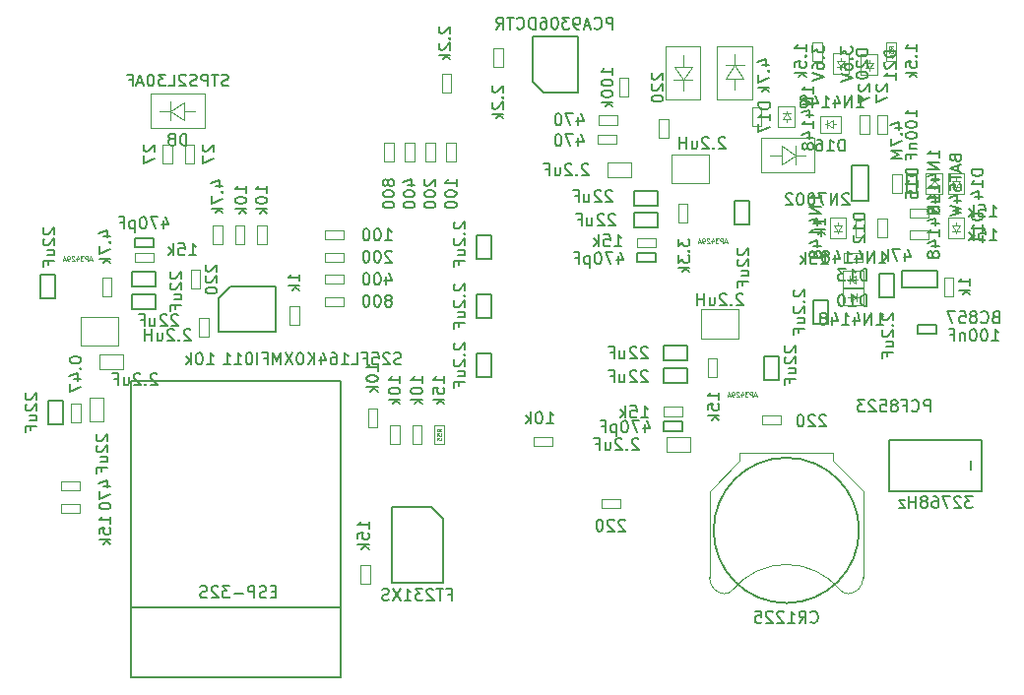
<source format=gbr>
G04 #@! TF.FileFunction,Other,Fab,Bot*
%FSLAX46Y46*%
G04 Gerber Fmt 4.6, Leading zero omitted, Abs format (unit mm)*
G04 Created by KiCad (PCBNEW 4.0.7+dfsg1-1) date Thu Oct 12 22:02:37 2017*
%MOMM*%
%LPD*%
G01*
G04 APERTURE LIST*
%ADD10C,0.100000*%
%ADD11C,0.150000*%
%ADD12C,0.075000*%
G04 APERTURE END LIST*
D10*
D11*
X126260434Y-112530338D02*
X108260434Y-112530338D01*
X108260434Y-118530338D02*
X108260434Y-93030338D01*
X126260434Y-118530338D02*
X126260434Y-93030338D01*
X126260434Y-93030338D02*
X108260434Y-93030338D01*
X126260434Y-118530338D02*
X108260434Y-118530338D01*
D10*
X154195000Y-64200000D02*
X154195000Y-68800000D01*
X154195000Y-68800000D02*
X157195000Y-68800000D01*
X157195000Y-64200000D02*
X154195000Y-64200000D01*
X157195000Y-64200000D02*
X157195000Y-68800000D01*
X155693980Y-67149440D02*
X155693980Y-68051140D01*
X155693980Y-65998820D02*
X155693980Y-65000600D01*
X156494080Y-67149440D02*
X154893880Y-67149440D01*
X154944680Y-65998820D02*
X156494080Y-65998820D01*
X155693980Y-67149440D02*
X154944680Y-65998820D01*
X155693980Y-67149440D02*
X156494080Y-65998820D01*
X153644000Y-72126000D02*
X154444000Y-72126000D01*
X153644000Y-70526000D02*
X153644000Y-72126000D01*
X154444000Y-70526000D02*
X153644000Y-70526000D01*
X154444000Y-72126000D02*
X154444000Y-70526000D01*
X160470000Y-89340000D02*
X160470000Y-86840000D01*
X157270000Y-89340000D02*
X160470000Y-89340000D01*
X157270000Y-86840000D02*
X157270000Y-89340000D01*
X160470000Y-86840000D02*
X157270000Y-86840000D01*
X157930000Y-76005000D02*
X157930000Y-73505000D01*
X154730000Y-76005000D02*
X157930000Y-76005000D01*
X154730000Y-73505000D02*
X154730000Y-76005000D01*
X157930000Y-73505000D02*
X154730000Y-73505000D01*
X103930000Y-87475000D02*
X103930000Y-89975000D01*
X107130000Y-87475000D02*
X103930000Y-87475000D01*
X107130000Y-89975000D02*
X107130000Y-87475000D01*
X103930000Y-89975000D02*
X107130000Y-89975000D01*
D11*
X101710000Y-83915000D02*
X100460000Y-83915000D01*
X101710000Y-85915000D02*
X101710000Y-83915000D01*
X100460000Y-85915000D02*
X101710000Y-85915000D01*
X100460000Y-83915000D02*
X100460000Y-85915000D01*
X154060000Y-90005000D02*
X154060000Y-91255000D01*
X156060000Y-90005000D02*
X154060000Y-90005000D01*
X156060000Y-91255000D02*
X156060000Y-90005000D01*
X154060000Y-91255000D02*
X156060000Y-91255000D01*
X154060000Y-91910000D02*
X154060000Y-93160000D01*
X156060000Y-91910000D02*
X154060000Y-91910000D01*
X156060000Y-93160000D02*
X156060000Y-91910000D01*
X154060000Y-93160000D02*
X156060000Y-93160000D01*
X162690000Y-92900000D02*
X163940000Y-92900000D01*
X162690000Y-90900000D02*
X162690000Y-92900000D01*
X163940000Y-90900000D02*
X162690000Y-90900000D01*
X163940000Y-92900000D02*
X163940000Y-90900000D01*
X151520000Y-78575000D02*
X151520000Y-79825000D01*
X153520000Y-78575000D02*
X151520000Y-78575000D01*
X153520000Y-79825000D02*
X153520000Y-78575000D01*
X151520000Y-79825000D02*
X153520000Y-79825000D01*
X151520000Y-76670000D02*
X151520000Y-77920000D01*
X153520000Y-76670000D02*
X151520000Y-76670000D01*
X153520000Y-77920000D02*
X153520000Y-76670000D01*
X151520000Y-77920000D02*
X153520000Y-77920000D01*
X160150000Y-79565000D02*
X161400000Y-79565000D01*
X160150000Y-77565000D02*
X160150000Y-79565000D01*
X161400000Y-77565000D02*
X160150000Y-77565000D01*
X161400000Y-79565000D02*
X161400000Y-77565000D01*
X110340000Y-84905000D02*
X110340000Y-83655000D01*
X108340000Y-84905000D02*
X110340000Y-84905000D01*
X108340000Y-83655000D02*
X108340000Y-84905000D01*
X110340000Y-83655000D02*
X108340000Y-83655000D01*
X110340000Y-86810000D02*
X110340000Y-85560000D01*
X108340000Y-86810000D02*
X110340000Y-86810000D01*
X108340000Y-85560000D02*
X108340000Y-86810000D01*
X110340000Y-85560000D02*
X108340000Y-85560000D01*
X172596000Y-85788000D02*
X173846000Y-85788000D01*
X172596000Y-83788000D02*
X172596000Y-85788000D01*
X173846000Y-83788000D02*
X172596000Y-83788000D01*
X173846000Y-85788000D02*
X173846000Y-83788000D01*
X177535000Y-83580000D02*
X174495000Y-83580000D01*
X174495000Y-84980000D02*
X174495000Y-83580000D01*
X177535000Y-84980000D02*
X177535000Y-83580000D01*
X177535000Y-84980000D02*
X174495000Y-84980000D01*
X170235000Y-74505000D02*
X170235000Y-77545000D01*
X171635000Y-77545000D02*
X170235000Y-77545000D01*
X171635000Y-74505000D02*
X170235000Y-74505000D01*
X171635000Y-74505000D02*
X171635000Y-77545000D01*
X154060000Y-96510000D02*
X154060000Y-97310000D01*
X155660000Y-96510000D02*
X154060000Y-96510000D01*
X155660000Y-97310000D02*
X155660000Y-96510000D01*
X154060000Y-97310000D02*
X155660000Y-97310000D01*
X151720000Y-81975000D02*
X151720000Y-82775000D01*
X153320000Y-81975000D02*
X151720000Y-81975000D01*
X153320000Y-82775000D02*
X153320000Y-81975000D01*
X151720000Y-82775000D02*
X153320000Y-82775000D01*
X110140000Y-81505000D02*
X110140000Y-80705000D01*
X108540000Y-81505000D02*
X110140000Y-81505000D01*
X108540000Y-80705000D02*
X108540000Y-81505000D01*
X110140000Y-80705000D02*
X108540000Y-80705000D01*
X175780000Y-75225000D02*
X174980000Y-75225000D01*
X175780000Y-76825000D02*
X175780000Y-75225000D01*
X174980000Y-76825000D02*
X175780000Y-76825000D01*
X174980000Y-75225000D02*
X174980000Y-76825000D01*
D10*
X169500000Y-81975000D02*
X169500000Y-82775000D01*
X171100000Y-81975000D02*
X169500000Y-81975000D01*
X171100000Y-82775000D02*
X171100000Y-81975000D01*
X169500000Y-82775000D02*
X171100000Y-82775000D01*
X172440000Y-80635000D02*
X173240000Y-80635000D01*
X172440000Y-79035000D02*
X172440000Y-80635000D01*
X173240000Y-79035000D02*
X172440000Y-79035000D01*
X173240000Y-80635000D02*
X173240000Y-79035000D01*
X176815000Y-80870000D02*
X176815000Y-80070000D01*
X175215000Y-80870000D02*
X176815000Y-80870000D01*
X175215000Y-80070000D02*
X175215000Y-80870000D01*
X176815000Y-80070000D02*
X175215000Y-80070000D01*
X174510000Y-75225000D02*
X173710000Y-75225000D01*
X174510000Y-76825000D02*
X174510000Y-75225000D01*
X173710000Y-76825000D02*
X174510000Y-76825000D01*
X173710000Y-75225000D02*
X173710000Y-76825000D01*
X178955000Y-84115000D02*
X178155000Y-84115000D01*
X178955000Y-85715000D02*
X178955000Y-84115000D01*
X178155000Y-85715000D02*
X178955000Y-85715000D01*
X178155000Y-84115000D02*
X178155000Y-85715000D01*
X114185000Y-83480000D02*
X113385000Y-83480000D01*
X114185000Y-85080000D02*
X114185000Y-83480000D01*
X113385000Y-85080000D02*
X114185000Y-85080000D01*
X113385000Y-83480000D02*
X113385000Y-85080000D01*
X170535000Y-80635000D02*
X171335000Y-80635000D01*
X170535000Y-79035000D02*
X170535000Y-80635000D01*
X171335000Y-79035000D02*
X170535000Y-79035000D01*
X171335000Y-80635000D02*
X171335000Y-79035000D01*
X128790000Y-108880000D02*
X127990000Y-108880000D01*
X128790000Y-110480000D02*
X128790000Y-108880000D01*
X127990000Y-110480000D02*
X128790000Y-110480000D01*
X127990000Y-108880000D02*
X127990000Y-110480000D01*
X150272000Y-103984000D02*
X150272000Y-103184000D01*
X148672000Y-103984000D02*
X150272000Y-103984000D01*
X148672000Y-103184000D02*
X148672000Y-103984000D01*
X150272000Y-103184000D02*
X148672000Y-103184000D01*
X176815000Y-78965000D02*
X176815000Y-78165000D01*
X175215000Y-78965000D02*
X176815000Y-78965000D01*
X175215000Y-78165000D02*
X175215000Y-78965000D01*
X176815000Y-78165000D02*
X175215000Y-78165000D01*
X154060000Y-95240000D02*
X154060000Y-96040000D01*
X155660000Y-95240000D02*
X154060000Y-95240000D01*
X155660000Y-96040000D02*
X155660000Y-95240000D01*
X154060000Y-96040000D02*
X155660000Y-96040000D01*
X110140000Y-82775000D02*
X110140000Y-81975000D01*
X108540000Y-82775000D02*
X110140000Y-82775000D01*
X108540000Y-81975000D02*
X108540000Y-82775000D01*
X110140000Y-81975000D02*
X108540000Y-81975000D01*
X151720000Y-80705000D02*
X151720000Y-81505000D01*
X153320000Y-80705000D02*
X151720000Y-80705000D01*
X153320000Y-81505000D02*
X153320000Y-80705000D01*
X151720000Y-81505000D02*
X153320000Y-81505000D01*
X158635000Y-91100000D02*
X157835000Y-91100000D01*
X158635000Y-92700000D02*
X158635000Y-91100000D01*
X157835000Y-92700000D02*
X158635000Y-92700000D01*
X157835000Y-91100000D02*
X157835000Y-92700000D01*
X105765000Y-85715000D02*
X106565000Y-85715000D01*
X105765000Y-84115000D02*
X105765000Y-85715000D01*
X106565000Y-84115000D02*
X105765000Y-84115000D01*
X106565000Y-85715000D02*
X106565000Y-84115000D01*
X156095000Y-77765000D02*
X155295000Y-77765000D01*
X156095000Y-79365000D02*
X156095000Y-77765000D01*
X155295000Y-79365000D02*
X156095000Y-79365000D01*
X155295000Y-77765000D02*
X155295000Y-79365000D01*
X126482000Y-86585000D02*
X126482000Y-85785000D01*
X124882000Y-86585000D02*
X126482000Y-86585000D01*
X124882000Y-85785000D02*
X124882000Y-86585000D01*
X126482000Y-85785000D02*
X124882000Y-85785000D01*
X126482000Y-84679000D02*
X126482000Y-83879000D01*
X124882000Y-84679000D02*
X126482000Y-84679000D01*
X124882000Y-83879000D02*
X124882000Y-84679000D01*
X126482000Y-83879000D02*
X124882000Y-83879000D01*
X126482000Y-82775000D02*
X126482000Y-81975000D01*
X124882000Y-82775000D02*
X126482000Y-82775000D01*
X124882000Y-81975000D02*
X124882000Y-82775000D01*
X126482000Y-81975000D02*
X124882000Y-81975000D01*
X126482000Y-80870000D02*
X126482000Y-80070000D01*
X124882000Y-80870000D02*
X126482000Y-80870000D01*
X124882000Y-80070000D02*
X124882000Y-80870000D01*
X126482000Y-80070000D02*
X124882000Y-80070000D01*
X130022000Y-74158000D02*
X130822000Y-74158000D01*
X130022000Y-72558000D02*
X130022000Y-74158000D01*
X130822000Y-72558000D02*
X130022000Y-72558000D01*
X130822000Y-74158000D02*
X130822000Y-72558000D01*
X131800000Y-74158000D02*
X132600000Y-74158000D01*
X131800000Y-72558000D02*
X131800000Y-74158000D01*
X132600000Y-72558000D02*
X131800000Y-72558000D01*
X132600000Y-74158000D02*
X132600000Y-72558000D01*
X133578000Y-74158000D02*
X134378000Y-74158000D01*
X133578000Y-72558000D02*
X133578000Y-74158000D01*
X134378000Y-72558000D02*
X133578000Y-72558000D01*
X134378000Y-74158000D02*
X134378000Y-72558000D01*
X135356000Y-74158000D02*
X136156000Y-74158000D01*
X135356000Y-72558000D02*
X135356000Y-74158000D01*
X136156000Y-72558000D02*
X135356000Y-72558000D01*
X136156000Y-74158000D02*
X136156000Y-72558000D01*
D11*
X115780000Y-85870000D02*
X115780000Y-88770000D01*
X115780000Y-88770000D02*
X120680000Y-88770000D01*
X120680000Y-88770000D02*
X120680000Y-84870000D01*
X120680000Y-84870000D02*
X116780000Y-84870000D01*
X116780000Y-84870000D02*
X115780000Y-85870000D01*
X175850000Y-88198000D02*
X175850000Y-88998000D01*
X177450000Y-88198000D02*
X175850000Y-88198000D01*
X177450000Y-88998000D02*
X177450000Y-88198000D01*
X175850000Y-88998000D02*
X177450000Y-88998000D01*
X143730000Y-68250000D02*
X146630000Y-68250000D01*
X146630000Y-68250000D02*
X146630000Y-63350000D01*
X146630000Y-63350000D02*
X142730000Y-63350000D01*
X142730000Y-63350000D02*
X142730000Y-67250000D01*
X142730000Y-67250000D02*
X143730000Y-68250000D01*
D10*
X161645000Y-71110000D02*
X162445000Y-71110000D01*
X161645000Y-69510000D02*
X161645000Y-71110000D01*
X162445000Y-69510000D02*
X161645000Y-69510000D01*
X162445000Y-71110000D02*
X162445000Y-69510000D01*
X139420000Y-66030000D02*
X140220000Y-66030000D01*
X139420000Y-64430000D02*
X139420000Y-66030000D01*
X140220000Y-64430000D02*
X139420000Y-64430000D01*
X140220000Y-66030000D02*
X140220000Y-64430000D01*
X134975000Y-68232000D02*
X135775000Y-68232000D01*
X134975000Y-66632000D02*
X134975000Y-68232000D01*
X135775000Y-66632000D02*
X134975000Y-66632000D01*
X135775000Y-68232000D02*
X135775000Y-66632000D01*
X150215000Y-68570000D02*
X151015000Y-68570000D01*
X150215000Y-66970000D02*
X150215000Y-68570000D01*
X151015000Y-66970000D02*
X150215000Y-66970000D01*
X151015000Y-68570000D02*
X151015000Y-66970000D01*
X149975000Y-72615000D02*
X149975000Y-71815000D01*
X148375000Y-72615000D02*
X149975000Y-72615000D01*
X148375000Y-71815000D02*
X148375000Y-72615000D01*
X149975000Y-71815000D02*
X148375000Y-71815000D01*
X150080000Y-71000000D02*
X150080000Y-70200000D01*
X148480000Y-71000000D02*
X150080000Y-71000000D01*
X148480000Y-70200000D02*
X148480000Y-71000000D01*
X150080000Y-70200000D02*
X148480000Y-70200000D01*
D11*
X134035000Y-103890000D02*
X130635000Y-103890000D01*
X130635000Y-103890000D02*
X130635000Y-110390000D01*
X130635000Y-110390000D02*
X135035000Y-110390000D01*
X135035000Y-110390000D02*
X135035000Y-104890000D01*
X135035000Y-104890000D02*
X134035000Y-103890000D01*
D10*
X119900000Y-79670000D02*
X119100000Y-79670000D01*
X119900000Y-81270000D02*
X119900000Y-79670000D01*
X119100000Y-81270000D02*
X119900000Y-81270000D01*
X119100000Y-79670000D02*
X119100000Y-81270000D01*
X114080000Y-89200000D02*
X114880000Y-89200000D01*
X114080000Y-87600000D02*
X114080000Y-89200000D01*
X114880000Y-87600000D02*
X114080000Y-87600000D01*
X114880000Y-89200000D02*
X114880000Y-87600000D01*
X128625000Y-96975000D02*
X129425000Y-96975000D01*
X128625000Y-95375000D02*
X128625000Y-96975000D01*
X129425000Y-95375000D02*
X128625000Y-95375000D01*
X129425000Y-96975000D02*
X129425000Y-95375000D01*
X117995000Y-79670000D02*
X117195000Y-79670000D01*
X117995000Y-81270000D02*
X117995000Y-79670000D01*
X117195000Y-81270000D02*
X117995000Y-81270000D01*
X117195000Y-79670000D02*
X117195000Y-81270000D01*
X122680000Y-86600000D02*
X121880000Y-86600000D01*
X122680000Y-88200000D02*
X122680000Y-86600000D01*
X121880000Y-88200000D02*
X122680000Y-88200000D01*
X121880000Y-86600000D02*
X121880000Y-88200000D01*
X116090000Y-79670000D02*
X115290000Y-79670000D01*
X116090000Y-81270000D02*
X116090000Y-79670000D01*
X115290000Y-81270000D02*
X116090000Y-81270000D01*
X115290000Y-79670000D02*
X115290000Y-81270000D01*
X144430000Y-98650000D02*
X144430000Y-97850000D01*
X142830000Y-98650000D02*
X144430000Y-98650000D01*
X142830000Y-97850000D02*
X142830000Y-98650000D01*
X144430000Y-97850000D02*
X142830000Y-97850000D01*
X132435000Y-98415000D02*
X133235000Y-98415000D01*
X132435000Y-96815000D02*
X132435000Y-98415000D01*
X133235000Y-96815000D02*
X132435000Y-96815000D01*
X133235000Y-98415000D02*
X133235000Y-96815000D01*
X130530000Y-98415000D02*
X131330000Y-98415000D01*
X130530000Y-96815000D02*
X130530000Y-98415000D01*
X131330000Y-96815000D02*
X130530000Y-96815000D01*
X131330000Y-98415000D02*
X131330000Y-96815000D01*
X102190000Y-103565000D02*
X102190000Y-104365000D01*
X103790000Y-103565000D02*
X102190000Y-103565000D01*
X103790000Y-104365000D02*
X103790000Y-103565000D01*
X102190000Y-104365000D02*
X103790000Y-104365000D01*
X102190000Y-101660000D02*
X102190000Y-102460000D01*
X103790000Y-101660000D02*
X102190000Y-101660000D01*
X103790000Y-102460000D02*
X103790000Y-101660000D01*
X102190000Y-102460000D02*
X103790000Y-102460000D01*
X103098000Y-96594000D02*
X103898000Y-96594000D01*
X103098000Y-94994000D02*
X103098000Y-96594000D01*
X103898000Y-94994000D02*
X103098000Y-94994000D01*
X103898000Y-96594000D02*
X103898000Y-94994000D01*
D11*
X166881000Y-88074000D02*
X168131000Y-88074000D01*
X166881000Y-86074000D02*
X166881000Y-88074000D01*
X168131000Y-86074000D02*
X166881000Y-86074000D01*
X168131000Y-88074000D02*
X168131000Y-86074000D01*
D10*
X164115000Y-96745000D02*
X164115000Y-95945000D01*
X162515000Y-96745000D02*
X164115000Y-96745000D01*
X162515000Y-95945000D02*
X162515000Y-96745000D01*
X164115000Y-95945000D02*
X162515000Y-95945000D01*
X166852000Y-65522000D02*
X167652000Y-65522000D01*
X166852000Y-63922000D02*
X166852000Y-65522000D01*
X167652000Y-63922000D02*
X166852000Y-63922000D01*
X167652000Y-65522000D02*
X167652000Y-63922000D01*
D11*
X139175000Y-90646000D02*
X137925000Y-90646000D01*
X139175000Y-92646000D02*
X139175000Y-90646000D01*
X137925000Y-92646000D02*
X139175000Y-92646000D01*
X137925000Y-90646000D02*
X137925000Y-92646000D01*
X137925000Y-82486000D02*
X139175000Y-82486000D01*
X137925000Y-80486000D02*
X137925000Y-82486000D01*
X139175000Y-80486000D02*
X137925000Y-80486000D01*
X139175000Y-82486000D02*
X139175000Y-80486000D01*
X139175000Y-85566000D02*
X137925000Y-85566000D01*
X139175000Y-87566000D02*
X139175000Y-85566000D01*
X137925000Y-87566000D02*
X139175000Y-87566000D01*
X137925000Y-85566000D02*
X137925000Y-87566000D01*
X102345000Y-94710000D02*
X101095000Y-94710000D01*
X102345000Y-96710000D02*
X102345000Y-94710000D01*
X101095000Y-96710000D02*
X102345000Y-96710000D01*
X101095000Y-94710000D02*
X101095000Y-96710000D01*
D10*
X112877000Y-74285000D02*
X113677000Y-74285000D01*
X112877000Y-72685000D02*
X112877000Y-74285000D01*
X113677000Y-72685000D02*
X112877000Y-72685000D01*
X113677000Y-74285000D02*
X113677000Y-72685000D01*
X110972000Y-74285000D02*
X111772000Y-74285000D01*
X110972000Y-72685000D02*
X110972000Y-74285000D01*
X111772000Y-72685000D02*
X110972000Y-72685000D01*
X111772000Y-74285000D02*
X111772000Y-72685000D01*
X172440000Y-71745000D02*
X173240000Y-71745000D01*
X172440000Y-70145000D02*
X172440000Y-71745000D01*
X173240000Y-70145000D02*
X172440000Y-70145000D01*
X173240000Y-71745000D02*
X173240000Y-70145000D01*
X170916000Y-71745000D02*
X171716000Y-71745000D01*
X170916000Y-70145000D02*
X170916000Y-71745000D01*
X171716000Y-70145000D02*
X170916000Y-70145000D01*
X171716000Y-71745000D02*
X171716000Y-70145000D01*
D11*
X181412000Y-98082000D02*
X181412000Y-102482000D01*
X173412000Y-98082000D02*
X181412000Y-98082000D01*
X173412000Y-102482000D02*
X173412000Y-98082000D01*
X181412000Y-102482000D02*
X173412000Y-102482000D01*
X180412000Y-99882000D02*
X180412000Y-100682000D01*
D10*
X104656000Y-96456000D02*
X105896000Y-96456000D01*
X104656000Y-94456000D02*
X104656000Y-96456000D01*
X105896000Y-94456000D02*
X104656000Y-94456000D01*
X105896000Y-96456000D02*
X105896000Y-94456000D01*
X114561000Y-68302000D02*
X109961000Y-68302000D01*
X109961000Y-68302000D02*
X109961000Y-71302000D01*
X114561000Y-71302000D02*
X114561000Y-68302000D01*
X114561000Y-71302000D02*
X109961000Y-71302000D01*
X111611560Y-69800980D02*
X110709860Y-69800980D01*
X112762180Y-69800980D02*
X113760400Y-69800980D01*
X111611560Y-70601080D02*
X111611560Y-69000880D01*
X112762180Y-69051680D02*
X112762180Y-70601080D01*
X111611560Y-69800980D02*
X112762180Y-69051680D01*
X111611560Y-69800980D02*
X112762180Y-70601080D01*
X162412000Y-75112000D02*
X167012000Y-75112000D01*
X167012000Y-75112000D02*
X167012000Y-72112000D01*
X162412000Y-72112000D02*
X162412000Y-75112000D01*
X162412000Y-72112000D02*
X167012000Y-72112000D01*
X165361440Y-73613020D02*
X166263140Y-73613020D01*
X164210820Y-73613020D02*
X163212600Y-73613020D01*
X165361440Y-72812920D02*
X165361440Y-74413120D01*
X164210820Y-74362320D02*
X164210820Y-72812920D01*
X165361440Y-73613020D02*
X164210820Y-74362320D01*
X165361440Y-73613020D02*
X164210820Y-72812920D01*
X161640000Y-68800000D02*
X161640000Y-64200000D01*
X161640000Y-64200000D02*
X158640000Y-64200000D01*
X158640000Y-68800000D02*
X161640000Y-68800000D01*
X158640000Y-68800000D02*
X158640000Y-64200000D01*
X160141020Y-65850560D02*
X160141020Y-64948860D01*
X160141020Y-67001180D02*
X160141020Y-67999400D01*
X159340920Y-65850560D02*
X160941120Y-65850560D01*
X160890320Y-67001180D02*
X159340920Y-67001180D01*
X160141020Y-65850560D02*
X160890320Y-67001180D01*
X160141020Y-65850560D02*
X159340920Y-67001180D01*
X154314000Y-97884000D02*
X154314000Y-99124000D01*
X156314000Y-97884000D02*
X154314000Y-97884000D01*
X156314000Y-99124000D02*
X156314000Y-97884000D01*
X154314000Y-99124000D02*
X156314000Y-99124000D01*
X107546000Y-92012000D02*
X107546000Y-90772000D01*
X105546000Y-92012000D02*
X107546000Y-92012000D01*
X105546000Y-90772000D02*
X105546000Y-92012000D01*
X107546000Y-90772000D02*
X105546000Y-90772000D01*
X151234000Y-75502000D02*
X151234000Y-74262000D01*
X149234000Y-75502000D02*
X151234000Y-75502000D01*
X149234000Y-74262000D02*
X149234000Y-75502000D01*
X151234000Y-74262000D02*
X149234000Y-74262000D01*
X173202000Y-65522000D02*
X174002000Y-65522000D01*
X173202000Y-63922000D02*
X173202000Y-65522000D01*
X174002000Y-63922000D02*
X173202000Y-63922000D01*
X174002000Y-65522000D02*
X174002000Y-63922000D01*
X135140000Y-96815000D02*
X134340000Y-96815000D01*
X135140000Y-98415000D02*
X135140000Y-96815000D01*
X134340000Y-98415000D02*
X135140000Y-98415000D01*
X134340000Y-96815000D02*
X134340000Y-98415000D01*
D11*
X170835000Y-105870000D02*
G75*
G03X170835000Y-105870000I-6250000J0D01*
G01*
D10*
X159206987Y-111317558D02*
G75*
G03X159985000Y-110970000I88013J847558D01*
G01*
X169963013Y-111317558D02*
G75*
G02X169185000Y-110970000I-88013J847558D01*
G01*
X159977095Y-110979589D02*
G75*
G02X169185000Y-110970000I4607905J-3790411D01*
G01*
X157985000Y-109920000D02*
G75*
G03X159285000Y-111320000I1350000J-50000D01*
G01*
X171185000Y-109920000D02*
G75*
G02X169885000Y-111320000I-1350000J-50000D01*
G01*
X157985000Y-102470000D02*
X157985000Y-109970000D01*
X171185000Y-102470000D02*
X171185000Y-109970000D01*
X160585000Y-99870000D02*
X157985000Y-102470000D01*
X168585000Y-99870000D02*
X171185000Y-102470000D01*
X160585000Y-99170000D02*
X160585000Y-99870000D01*
X168585000Y-99170000D02*
X168585000Y-99870000D01*
X168585000Y-99170000D02*
X160585000Y-99170000D01*
X169284000Y-65538000D02*
X169284000Y-65288000D01*
X168934000Y-65538000D02*
X169284000Y-66038000D01*
X169634000Y-65538000D02*
X168934000Y-65538000D01*
X169284000Y-66038000D02*
X169634000Y-65538000D01*
X169284000Y-66038000D02*
X169284000Y-66238000D01*
X169634000Y-66038000D02*
X168934000Y-66038000D01*
X168584000Y-66638000D02*
X169984000Y-66638000D01*
X168584000Y-64838000D02*
X168584000Y-66638000D01*
X169984000Y-64838000D02*
X168584000Y-64838000D01*
X169984000Y-66638000D02*
X169984000Y-64838000D01*
X171697000Y-65631000D02*
X171697000Y-65381000D01*
X171347000Y-65631000D02*
X171697000Y-66131000D01*
X172047000Y-65631000D02*
X171347000Y-65631000D01*
X171697000Y-66131000D02*
X172047000Y-65631000D01*
X171697000Y-66131000D02*
X171697000Y-66331000D01*
X172047000Y-66131000D02*
X171347000Y-66131000D01*
X170997000Y-66731000D02*
X172397000Y-66731000D01*
X170997000Y-64931000D02*
X170997000Y-66731000D01*
X172397000Y-64931000D02*
X170997000Y-64931000D01*
X172397000Y-66731000D02*
X172397000Y-64931000D01*
X170500000Y-84280000D02*
X170750000Y-84280000D01*
X170500000Y-83930000D02*
X170000000Y-84280000D01*
X170500000Y-84630000D02*
X170500000Y-83930000D01*
X170000000Y-84280000D02*
X170500000Y-84630000D01*
X170000000Y-84280000D02*
X169800000Y-84280000D01*
X170000000Y-84630000D02*
X170000000Y-83930000D01*
X169400000Y-83580000D02*
X169400000Y-84980000D01*
X171200000Y-83580000D02*
X169400000Y-83580000D01*
X171200000Y-84980000D02*
X171200000Y-83580000D01*
X169400000Y-84980000D02*
X171200000Y-84980000D01*
X179190000Y-79635000D02*
X179190000Y-79385000D01*
X178840000Y-79635000D02*
X179190000Y-80135000D01*
X179540000Y-79635000D02*
X178840000Y-79635000D01*
X179190000Y-80135000D02*
X179540000Y-79635000D01*
X179190000Y-80135000D02*
X179190000Y-80335000D01*
X179540000Y-80135000D02*
X178840000Y-80135000D01*
X178490000Y-80735000D02*
X179890000Y-80735000D01*
X178490000Y-78935000D02*
X178490000Y-80735000D01*
X179890000Y-78935000D02*
X178490000Y-78935000D01*
X179890000Y-80735000D02*
X179890000Y-78935000D01*
X169030000Y-79635000D02*
X169030000Y-79385000D01*
X168680000Y-79635000D02*
X169030000Y-80135000D01*
X169380000Y-79635000D02*
X168680000Y-79635000D01*
X169030000Y-80135000D02*
X169380000Y-79635000D01*
X169030000Y-80135000D02*
X169030000Y-80335000D01*
X169380000Y-80135000D02*
X168680000Y-80135000D01*
X168330000Y-80735000D02*
X169730000Y-80735000D01*
X168330000Y-78935000D02*
X168330000Y-80735000D01*
X169730000Y-78935000D02*
X168330000Y-78935000D01*
X169730000Y-80735000D02*
X169730000Y-78935000D01*
X170100000Y-85804000D02*
X169850000Y-85804000D01*
X170100000Y-86154000D02*
X170600000Y-85804000D01*
X170100000Y-85454000D02*
X170100000Y-86154000D01*
X170600000Y-85804000D02*
X170100000Y-85454000D01*
X170600000Y-85804000D02*
X170800000Y-85804000D01*
X170600000Y-85454000D02*
X170600000Y-86154000D01*
X171200000Y-86504000D02*
X171200000Y-85104000D01*
X169400000Y-86504000D02*
X171200000Y-86504000D01*
X169400000Y-85104000D02*
X169400000Y-86504000D01*
X171200000Y-85104000D02*
X169400000Y-85104000D01*
X179190000Y-75825000D02*
X179190000Y-75575000D01*
X178840000Y-75825000D02*
X179190000Y-76325000D01*
X179540000Y-75825000D02*
X178840000Y-75825000D01*
X179190000Y-76325000D02*
X179540000Y-75825000D01*
X179190000Y-76325000D02*
X179190000Y-76525000D01*
X179540000Y-76325000D02*
X178840000Y-76325000D01*
X178490000Y-76925000D02*
X179890000Y-76925000D01*
X178490000Y-75125000D02*
X178490000Y-76925000D01*
X179890000Y-75125000D02*
X178490000Y-75125000D01*
X179890000Y-76925000D02*
X179890000Y-75125000D01*
X177285000Y-76225000D02*
X177285000Y-76475000D01*
X177635000Y-76225000D02*
X177285000Y-75725000D01*
X176935000Y-76225000D02*
X177635000Y-76225000D01*
X177285000Y-75725000D02*
X176935000Y-76225000D01*
X177285000Y-75725000D02*
X177285000Y-75525000D01*
X176935000Y-75725000D02*
X177635000Y-75725000D01*
X177985000Y-75125000D02*
X176585000Y-75125000D01*
X177985000Y-76925000D02*
X177985000Y-75125000D01*
X176585000Y-76925000D02*
X177985000Y-76925000D01*
X176585000Y-75125000D02*
X176585000Y-76925000D01*
X168595000Y-70945000D02*
X168845000Y-70945000D01*
X168595000Y-70595000D02*
X168095000Y-70945000D01*
X168595000Y-71295000D02*
X168595000Y-70595000D01*
X168095000Y-70945000D02*
X168595000Y-71295000D01*
X168095000Y-70945000D02*
X167895000Y-70945000D01*
X168095000Y-71295000D02*
X168095000Y-70595000D01*
X167495000Y-70245000D02*
X167495000Y-71645000D01*
X169295000Y-70245000D02*
X167495000Y-70245000D01*
X169295000Y-71645000D02*
X169295000Y-70245000D01*
X167495000Y-71645000D02*
X169295000Y-71645000D01*
X164585000Y-70510000D02*
X164585000Y-70760000D01*
X164935000Y-70510000D02*
X164585000Y-70010000D01*
X164235000Y-70510000D02*
X164935000Y-70510000D01*
X164585000Y-70010000D02*
X164235000Y-70510000D01*
X164585000Y-70010000D02*
X164585000Y-69810000D01*
X164235000Y-70010000D02*
X164935000Y-70010000D01*
X165285000Y-69410000D02*
X163885000Y-69410000D01*
X165285000Y-71210000D02*
X165285000Y-69410000D01*
X163885000Y-71210000D02*
X165285000Y-71210000D01*
X163885000Y-69410000D02*
X163885000Y-71210000D01*
D11*
X120706095Y-111132571D02*
X120372761Y-111132571D01*
X120229904Y-111656381D02*
X120706095Y-111656381D01*
X120706095Y-110656381D01*
X120229904Y-110656381D01*
X119848952Y-111608762D02*
X119706095Y-111656381D01*
X119467999Y-111656381D01*
X119372761Y-111608762D01*
X119325142Y-111561143D01*
X119277523Y-111465905D01*
X119277523Y-111370667D01*
X119325142Y-111275429D01*
X119372761Y-111227810D01*
X119467999Y-111180190D01*
X119658476Y-111132571D01*
X119753714Y-111084952D01*
X119801333Y-111037333D01*
X119848952Y-110942095D01*
X119848952Y-110846857D01*
X119801333Y-110751619D01*
X119753714Y-110704000D01*
X119658476Y-110656381D01*
X119420380Y-110656381D01*
X119277523Y-110704000D01*
X118848952Y-111656381D02*
X118848952Y-110656381D01*
X118467999Y-110656381D01*
X118372761Y-110704000D01*
X118325142Y-110751619D01*
X118277523Y-110846857D01*
X118277523Y-110989714D01*
X118325142Y-111084952D01*
X118372761Y-111132571D01*
X118467999Y-111180190D01*
X118848952Y-111180190D01*
X117848952Y-111275429D02*
X117087047Y-111275429D01*
X116706095Y-110656381D02*
X116087047Y-110656381D01*
X116420381Y-111037333D01*
X116277523Y-111037333D01*
X116182285Y-111084952D01*
X116134666Y-111132571D01*
X116087047Y-111227810D01*
X116087047Y-111465905D01*
X116134666Y-111561143D01*
X116182285Y-111608762D01*
X116277523Y-111656381D01*
X116563238Y-111656381D01*
X116658476Y-111608762D01*
X116706095Y-111561143D01*
X115706095Y-110751619D02*
X115658476Y-110704000D01*
X115563238Y-110656381D01*
X115325142Y-110656381D01*
X115229904Y-110704000D01*
X115182285Y-110751619D01*
X115134666Y-110846857D01*
X115134666Y-110942095D01*
X115182285Y-111084952D01*
X115753714Y-111656381D01*
X115134666Y-111656381D01*
X114753714Y-111608762D02*
X114610857Y-111656381D01*
X114372761Y-111656381D01*
X114277523Y-111608762D01*
X114229904Y-111561143D01*
X114182285Y-111465905D01*
X114182285Y-111370667D01*
X114229904Y-111275429D01*
X114277523Y-111227810D01*
X114372761Y-111180190D01*
X114563238Y-111132571D01*
X114658476Y-111084952D01*
X114706095Y-111037333D01*
X114753714Y-110942095D01*
X114753714Y-110846857D01*
X114706095Y-110751619D01*
X114658476Y-110704000D01*
X114563238Y-110656381D01*
X114325142Y-110656381D01*
X114182285Y-110704000D01*
X153083619Y-66531905D02*
X153036000Y-66579524D01*
X152988381Y-66674762D01*
X152988381Y-66912858D01*
X153036000Y-67008096D01*
X153083619Y-67055715D01*
X153178857Y-67103334D01*
X153274095Y-67103334D01*
X153416952Y-67055715D01*
X153988381Y-66484286D01*
X153988381Y-67103334D01*
X153083619Y-67484286D02*
X153036000Y-67531905D01*
X152988381Y-67627143D01*
X152988381Y-67865239D01*
X153036000Y-67960477D01*
X153083619Y-68008096D01*
X153178857Y-68055715D01*
X153274095Y-68055715D01*
X153416952Y-68008096D01*
X153988381Y-67436667D01*
X153988381Y-68055715D01*
X152988381Y-68674762D02*
X152988381Y-68770001D01*
X153036000Y-68865239D01*
X153083619Y-68912858D01*
X153178857Y-68960477D01*
X153369333Y-69008096D01*
X153607429Y-69008096D01*
X153797905Y-68960477D01*
X153893143Y-68912858D01*
X153940762Y-68865239D01*
X153988381Y-68770001D01*
X153988381Y-68674762D01*
X153940762Y-68579524D01*
X153893143Y-68531905D01*
X153797905Y-68484286D01*
X153607429Y-68436667D01*
X153369333Y-68436667D01*
X153178857Y-68484286D01*
X153083619Y-68531905D01*
X153036000Y-68579524D01*
X152988381Y-68674762D01*
X160846190Y-85605619D02*
X160798571Y-85558000D01*
X160703333Y-85510381D01*
X160465237Y-85510381D01*
X160369999Y-85558000D01*
X160322380Y-85605619D01*
X160274761Y-85700857D01*
X160274761Y-85796095D01*
X160322380Y-85938952D01*
X160893809Y-86510381D01*
X160274761Y-86510381D01*
X159846190Y-86415143D02*
X159798571Y-86462762D01*
X159846190Y-86510381D01*
X159893809Y-86462762D01*
X159846190Y-86415143D01*
X159846190Y-86510381D01*
X159417619Y-85605619D02*
X159370000Y-85558000D01*
X159274762Y-85510381D01*
X159036666Y-85510381D01*
X158941428Y-85558000D01*
X158893809Y-85605619D01*
X158846190Y-85700857D01*
X158846190Y-85796095D01*
X158893809Y-85938952D01*
X159465238Y-86510381D01*
X158846190Y-86510381D01*
X157989047Y-85843714D02*
X157989047Y-86510381D01*
X158417619Y-85843714D02*
X158417619Y-86367524D01*
X158370000Y-86462762D01*
X158274762Y-86510381D01*
X158131904Y-86510381D01*
X158036666Y-86462762D01*
X157989047Y-86415143D01*
X157512857Y-86510381D02*
X157512857Y-85510381D01*
X157512857Y-85986571D02*
X156941428Y-85986571D01*
X156941428Y-86510381D02*
X156941428Y-85510381D01*
D10*
X162003571Y-94252667D02*
X161813094Y-94252667D01*
X162041666Y-94366952D02*
X161908332Y-93966952D01*
X161774999Y-94366952D01*
X161641666Y-94366952D02*
X161641666Y-93966952D01*
X161489285Y-93966952D01*
X161451190Y-93986000D01*
X161432142Y-94005048D01*
X161413094Y-94043143D01*
X161413094Y-94100286D01*
X161432142Y-94138381D01*
X161451190Y-94157429D01*
X161489285Y-94176476D01*
X161641666Y-94176476D01*
X161279761Y-93966952D02*
X161032142Y-93966952D01*
X161165475Y-94119333D01*
X161108333Y-94119333D01*
X161070237Y-94138381D01*
X161051190Y-94157429D01*
X161032142Y-94195524D01*
X161032142Y-94290762D01*
X161051190Y-94328857D01*
X161070237Y-94347905D01*
X161108333Y-94366952D01*
X161222618Y-94366952D01*
X161260714Y-94347905D01*
X161279761Y-94328857D01*
X160689285Y-94100286D02*
X160689285Y-94366952D01*
X160784523Y-93947905D02*
X160879762Y-94233619D01*
X160632142Y-94233619D01*
X160498810Y-94005048D02*
X160479762Y-93986000D01*
X160441667Y-93966952D01*
X160346429Y-93966952D01*
X160308333Y-93986000D01*
X160289286Y-94005048D01*
X160270238Y-94043143D01*
X160270238Y-94081238D01*
X160289286Y-94138381D01*
X160517857Y-94366952D01*
X160270238Y-94366952D01*
X160079762Y-94366952D02*
X160003572Y-94366952D01*
X159965477Y-94347905D01*
X159946429Y-94328857D01*
X159908334Y-94271714D01*
X159889286Y-94195524D01*
X159889286Y-94043143D01*
X159908334Y-94005048D01*
X159927381Y-93986000D01*
X159965477Y-93966952D01*
X160041667Y-93966952D01*
X160079762Y-93986000D01*
X160098810Y-94005048D01*
X160117858Y-94043143D01*
X160117858Y-94138381D01*
X160098810Y-94176476D01*
X160079762Y-94195524D01*
X160041667Y-94214571D01*
X159965477Y-94214571D01*
X159927381Y-94195524D01*
X159908334Y-94176476D01*
X159889286Y-94138381D01*
X159736906Y-94252667D02*
X159546429Y-94252667D01*
X159775001Y-94366952D02*
X159641667Y-93966952D01*
X159508334Y-94366952D01*
D11*
X159322190Y-72143619D02*
X159274571Y-72096000D01*
X159179333Y-72048381D01*
X158941237Y-72048381D01*
X158845999Y-72096000D01*
X158798380Y-72143619D01*
X158750761Y-72238857D01*
X158750761Y-72334095D01*
X158798380Y-72476952D01*
X159369809Y-73048381D01*
X158750761Y-73048381D01*
X158322190Y-72953143D02*
X158274571Y-73000762D01*
X158322190Y-73048381D01*
X158369809Y-73000762D01*
X158322190Y-72953143D01*
X158322190Y-73048381D01*
X157893619Y-72143619D02*
X157846000Y-72096000D01*
X157750762Y-72048381D01*
X157512666Y-72048381D01*
X157417428Y-72096000D01*
X157369809Y-72143619D01*
X157322190Y-72238857D01*
X157322190Y-72334095D01*
X157369809Y-72476952D01*
X157941238Y-73048381D01*
X157322190Y-73048381D01*
X156465047Y-72381714D02*
X156465047Y-73048381D01*
X156893619Y-72381714D02*
X156893619Y-72905524D01*
X156846000Y-73000762D01*
X156750762Y-73048381D01*
X156607904Y-73048381D01*
X156512666Y-73000762D01*
X156465047Y-72953143D01*
X155988857Y-73048381D02*
X155988857Y-72048381D01*
X155988857Y-72524571D02*
X155417428Y-72524571D01*
X155417428Y-73048381D02*
X155417428Y-72048381D01*
D10*
X159463571Y-81044667D02*
X159273094Y-81044667D01*
X159501666Y-81158952D02*
X159368332Y-80758952D01*
X159234999Y-81158952D01*
X159101666Y-81158952D02*
X159101666Y-80758952D01*
X158949285Y-80758952D01*
X158911190Y-80778000D01*
X158892142Y-80797048D01*
X158873094Y-80835143D01*
X158873094Y-80892286D01*
X158892142Y-80930381D01*
X158911190Y-80949429D01*
X158949285Y-80968476D01*
X159101666Y-80968476D01*
X158739761Y-80758952D02*
X158492142Y-80758952D01*
X158625475Y-80911333D01*
X158568333Y-80911333D01*
X158530237Y-80930381D01*
X158511190Y-80949429D01*
X158492142Y-80987524D01*
X158492142Y-81082762D01*
X158511190Y-81120857D01*
X158530237Y-81139905D01*
X158568333Y-81158952D01*
X158682618Y-81158952D01*
X158720714Y-81139905D01*
X158739761Y-81120857D01*
X158149285Y-80892286D02*
X158149285Y-81158952D01*
X158244523Y-80739905D02*
X158339762Y-81025619D01*
X158092142Y-81025619D01*
X157958810Y-80797048D02*
X157939762Y-80778000D01*
X157901667Y-80758952D01*
X157806429Y-80758952D01*
X157768333Y-80778000D01*
X157749286Y-80797048D01*
X157730238Y-80835143D01*
X157730238Y-80873238D01*
X157749286Y-80930381D01*
X157977857Y-81158952D01*
X157730238Y-81158952D01*
X157539762Y-81158952D02*
X157463572Y-81158952D01*
X157425477Y-81139905D01*
X157406429Y-81120857D01*
X157368334Y-81063714D01*
X157349286Y-80987524D01*
X157349286Y-80835143D01*
X157368334Y-80797048D01*
X157387381Y-80778000D01*
X157425477Y-80758952D01*
X157501667Y-80758952D01*
X157539762Y-80778000D01*
X157558810Y-80797048D01*
X157577858Y-80835143D01*
X157577858Y-80930381D01*
X157558810Y-80968476D01*
X157539762Y-80987524D01*
X157501667Y-81006571D01*
X157425477Y-81006571D01*
X157387381Y-80987524D01*
X157368334Y-80968476D01*
X157349286Y-80930381D01*
X157196906Y-81044667D02*
X157006429Y-81044667D01*
X157235001Y-81158952D02*
X157101667Y-80758952D01*
X156968334Y-81158952D01*
D11*
X113348190Y-88653619D02*
X113300571Y-88606000D01*
X113205333Y-88558381D01*
X112967237Y-88558381D01*
X112871999Y-88606000D01*
X112824380Y-88653619D01*
X112776761Y-88748857D01*
X112776761Y-88844095D01*
X112824380Y-88986952D01*
X113395809Y-89558381D01*
X112776761Y-89558381D01*
X112348190Y-89463143D02*
X112300571Y-89510762D01*
X112348190Y-89558381D01*
X112395809Y-89510762D01*
X112348190Y-89463143D01*
X112348190Y-89558381D01*
X111919619Y-88653619D02*
X111872000Y-88606000D01*
X111776762Y-88558381D01*
X111538666Y-88558381D01*
X111443428Y-88606000D01*
X111395809Y-88653619D01*
X111348190Y-88748857D01*
X111348190Y-88844095D01*
X111395809Y-88986952D01*
X111967238Y-89558381D01*
X111348190Y-89558381D01*
X110491047Y-88891714D02*
X110491047Y-89558381D01*
X110919619Y-88891714D02*
X110919619Y-89415524D01*
X110872000Y-89510762D01*
X110776762Y-89558381D01*
X110633904Y-89558381D01*
X110538666Y-89510762D01*
X110491047Y-89463143D01*
X110014857Y-89558381D02*
X110014857Y-88558381D01*
X110014857Y-89034571D02*
X109443428Y-89034571D01*
X109443428Y-89558381D02*
X109443428Y-88558381D01*
D10*
X104853571Y-82568667D02*
X104663094Y-82568667D01*
X104891666Y-82682952D02*
X104758332Y-82282952D01*
X104624999Y-82682952D01*
X104491666Y-82682952D02*
X104491666Y-82282952D01*
X104339285Y-82282952D01*
X104301190Y-82302000D01*
X104282142Y-82321048D01*
X104263094Y-82359143D01*
X104263094Y-82416286D01*
X104282142Y-82454381D01*
X104301190Y-82473429D01*
X104339285Y-82492476D01*
X104491666Y-82492476D01*
X104129761Y-82282952D02*
X103882142Y-82282952D01*
X104015475Y-82435333D01*
X103958333Y-82435333D01*
X103920237Y-82454381D01*
X103901190Y-82473429D01*
X103882142Y-82511524D01*
X103882142Y-82606762D01*
X103901190Y-82644857D01*
X103920237Y-82663905D01*
X103958333Y-82682952D01*
X104072618Y-82682952D01*
X104110714Y-82663905D01*
X104129761Y-82644857D01*
X103539285Y-82416286D02*
X103539285Y-82682952D01*
X103634523Y-82263905D02*
X103729762Y-82549619D01*
X103482142Y-82549619D01*
X103348810Y-82321048D02*
X103329762Y-82302000D01*
X103291667Y-82282952D01*
X103196429Y-82282952D01*
X103158333Y-82302000D01*
X103139286Y-82321048D01*
X103120238Y-82359143D01*
X103120238Y-82397238D01*
X103139286Y-82454381D01*
X103367857Y-82682952D01*
X103120238Y-82682952D01*
X102929762Y-82682952D02*
X102853572Y-82682952D01*
X102815477Y-82663905D01*
X102796429Y-82644857D01*
X102758334Y-82587714D01*
X102739286Y-82511524D01*
X102739286Y-82359143D01*
X102758334Y-82321048D01*
X102777381Y-82302000D01*
X102815477Y-82282952D01*
X102891667Y-82282952D01*
X102929762Y-82302000D01*
X102948810Y-82321048D01*
X102967858Y-82359143D01*
X102967858Y-82454381D01*
X102948810Y-82492476D01*
X102929762Y-82511524D01*
X102891667Y-82530571D01*
X102815477Y-82530571D01*
X102777381Y-82511524D01*
X102758334Y-82492476D01*
X102739286Y-82454381D01*
X102586906Y-82568667D02*
X102396429Y-82568667D01*
X102625001Y-82682952D02*
X102491667Y-82282952D01*
X102358334Y-82682952D01*
D11*
X100759619Y-79843143D02*
X100712000Y-79890762D01*
X100664381Y-79986000D01*
X100664381Y-80224096D01*
X100712000Y-80319334D01*
X100759619Y-80366953D01*
X100854857Y-80414572D01*
X100950095Y-80414572D01*
X101092952Y-80366953D01*
X101664381Y-79795524D01*
X101664381Y-80414572D01*
X100759619Y-80795524D02*
X100712000Y-80843143D01*
X100664381Y-80938381D01*
X100664381Y-81176477D01*
X100712000Y-81271715D01*
X100759619Y-81319334D01*
X100854857Y-81366953D01*
X100950095Y-81366953D01*
X101092952Y-81319334D01*
X101664381Y-80747905D01*
X101664381Y-81366953D01*
X100997714Y-82224096D02*
X101664381Y-82224096D01*
X100997714Y-81795524D02*
X101521524Y-81795524D01*
X101616762Y-81843143D01*
X101664381Y-81938381D01*
X101664381Y-82081239D01*
X101616762Y-82176477D01*
X101569143Y-82224096D01*
X101140571Y-83033620D02*
X101140571Y-82700286D01*
X101664381Y-82700286D02*
X100664381Y-82700286D01*
X100664381Y-83176477D01*
X152638857Y-90177619D02*
X152591238Y-90130000D01*
X152496000Y-90082381D01*
X152257904Y-90082381D01*
X152162666Y-90130000D01*
X152115047Y-90177619D01*
X152067428Y-90272857D01*
X152067428Y-90368095D01*
X152115047Y-90510952D01*
X152686476Y-91082381D01*
X152067428Y-91082381D01*
X151686476Y-90177619D02*
X151638857Y-90130000D01*
X151543619Y-90082381D01*
X151305523Y-90082381D01*
X151210285Y-90130000D01*
X151162666Y-90177619D01*
X151115047Y-90272857D01*
X151115047Y-90368095D01*
X151162666Y-90510952D01*
X151734095Y-91082381D01*
X151115047Y-91082381D01*
X150257904Y-90415714D02*
X150257904Y-91082381D01*
X150686476Y-90415714D02*
X150686476Y-90939524D01*
X150638857Y-91034762D01*
X150543619Y-91082381D01*
X150400761Y-91082381D01*
X150305523Y-91034762D01*
X150257904Y-90987143D01*
X149448380Y-90558571D02*
X149781714Y-90558571D01*
X149781714Y-91082381D02*
X149781714Y-90082381D01*
X149305523Y-90082381D01*
X152638857Y-92209619D02*
X152591238Y-92162000D01*
X152496000Y-92114381D01*
X152257904Y-92114381D01*
X152162666Y-92162000D01*
X152115047Y-92209619D01*
X152067428Y-92304857D01*
X152067428Y-92400095D01*
X152115047Y-92542952D01*
X152686476Y-93114381D01*
X152067428Y-93114381D01*
X151686476Y-92209619D02*
X151638857Y-92162000D01*
X151543619Y-92114381D01*
X151305523Y-92114381D01*
X151210285Y-92162000D01*
X151162666Y-92209619D01*
X151115047Y-92304857D01*
X151115047Y-92400095D01*
X151162666Y-92542952D01*
X151734095Y-93114381D01*
X151115047Y-93114381D01*
X150257904Y-92447714D02*
X150257904Y-93114381D01*
X150686476Y-92447714D02*
X150686476Y-92971524D01*
X150638857Y-93066762D01*
X150543619Y-93114381D01*
X150400761Y-93114381D01*
X150305523Y-93066762D01*
X150257904Y-93019143D01*
X149448380Y-92590571D02*
X149781714Y-92590571D01*
X149781714Y-93114381D02*
X149781714Y-92114381D01*
X149305523Y-92114381D01*
X164513619Y-90003143D02*
X164466000Y-90050762D01*
X164418381Y-90146000D01*
X164418381Y-90384096D01*
X164466000Y-90479334D01*
X164513619Y-90526953D01*
X164608857Y-90574572D01*
X164704095Y-90574572D01*
X164846952Y-90526953D01*
X165418381Y-89955524D01*
X165418381Y-90574572D01*
X164513619Y-90955524D02*
X164466000Y-91003143D01*
X164418381Y-91098381D01*
X164418381Y-91336477D01*
X164466000Y-91431715D01*
X164513619Y-91479334D01*
X164608857Y-91526953D01*
X164704095Y-91526953D01*
X164846952Y-91479334D01*
X165418381Y-90907905D01*
X165418381Y-91526953D01*
X164751714Y-92384096D02*
X165418381Y-92384096D01*
X164751714Y-91955524D02*
X165275524Y-91955524D01*
X165370762Y-92003143D01*
X165418381Y-92098381D01*
X165418381Y-92241239D01*
X165370762Y-92336477D01*
X165323143Y-92384096D01*
X164894571Y-93193620D02*
X164894571Y-92860286D01*
X165418381Y-92860286D02*
X164418381Y-92860286D01*
X164418381Y-93336477D01*
X149844857Y-78747619D02*
X149797238Y-78700000D01*
X149702000Y-78652381D01*
X149463904Y-78652381D01*
X149368666Y-78700000D01*
X149321047Y-78747619D01*
X149273428Y-78842857D01*
X149273428Y-78938095D01*
X149321047Y-79080952D01*
X149892476Y-79652381D01*
X149273428Y-79652381D01*
X148892476Y-78747619D02*
X148844857Y-78700000D01*
X148749619Y-78652381D01*
X148511523Y-78652381D01*
X148416285Y-78700000D01*
X148368666Y-78747619D01*
X148321047Y-78842857D01*
X148321047Y-78938095D01*
X148368666Y-79080952D01*
X148940095Y-79652381D01*
X148321047Y-79652381D01*
X147463904Y-78985714D02*
X147463904Y-79652381D01*
X147892476Y-78985714D02*
X147892476Y-79509524D01*
X147844857Y-79604762D01*
X147749619Y-79652381D01*
X147606761Y-79652381D01*
X147511523Y-79604762D01*
X147463904Y-79557143D01*
X146654380Y-79128571D02*
X146987714Y-79128571D01*
X146987714Y-79652381D02*
X146987714Y-78652381D01*
X146511523Y-78652381D01*
X149590857Y-76715619D02*
X149543238Y-76668000D01*
X149448000Y-76620381D01*
X149209904Y-76620381D01*
X149114666Y-76668000D01*
X149067047Y-76715619D01*
X149019428Y-76810857D01*
X149019428Y-76906095D01*
X149067047Y-77048952D01*
X149638476Y-77620381D01*
X149019428Y-77620381D01*
X148638476Y-76715619D02*
X148590857Y-76668000D01*
X148495619Y-76620381D01*
X148257523Y-76620381D01*
X148162285Y-76668000D01*
X148114666Y-76715619D01*
X148067047Y-76810857D01*
X148067047Y-76906095D01*
X148114666Y-77048952D01*
X148686095Y-77620381D01*
X148067047Y-77620381D01*
X147209904Y-76953714D02*
X147209904Y-77620381D01*
X147638476Y-76953714D02*
X147638476Y-77477524D01*
X147590857Y-77572762D01*
X147495619Y-77620381D01*
X147352761Y-77620381D01*
X147257523Y-77572762D01*
X147209904Y-77525143D01*
X146400380Y-77096571D02*
X146733714Y-77096571D01*
X146733714Y-77620381D02*
X146733714Y-76620381D01*
X146257523Y-76620381D01*
X160449619Y-81621143D02*
X160402000Y-81668762D01*
X160354381Y-81764000D01*
X160354381Y-82002096D01*
X160402000Y-82097334D01*
X160449619Y-82144953D01*
X160544857Y-82192572D01*
X160640095Y-82192572D01*
X160782952Y-82144953D01*
X161354381Y-81573524D01*
X161354381Y-82192572D01*
X160449619Y-82573524D02*
X160402000Y-82621143D01*
X160354381Y-82716381D01*
X160354381Y-82954477D01*
X160402000Y-83049715D01*
X160449619Y-83097334D01*
X160544857Y-83144953D01*
X160640095Y-83144953D01*
X160782952Y-83097334D01*
X161354381Y-82525905D01*
X161354381Y-83144953D01*
X160687714Y-84002096D02*
X161354381Y-84002096D01*
X160687714Y-83573524D02*
X161211524Y-83573524D01*
X161306762Y-83621143D01*
X161354381Y-83716381D01*
X161354381Y-83859239D01*
X161306762Y-83954477D01*
X161259143Y-84002096D01*
X160830571Y-84811620D02*
X160830571Y-84478286D01*
X161354381Y-84478286D02*
X160354381Y-84478286D01*
X160354381Y-84954477D01*
X111681619Y-83653143D02*
X111634000Y-83700762D01*
X111586381Y-83796000D01*
X111586381Y-84034096D01*
X111634000Y-84129334D01*
X111681619Y-84176953D01*
X111776857Y-84224572D01*
X111872095Y-84224572D01*
X112014952Y-84176953D01*
X112586381Y-83605524D01*
X112586381Y-84224572D01*
X111681619Y-84605524D02*
X111634000Y-84653143D01*
X111586381Y-84748381D01*
X111586381Y-84986477D01*
X111634000Y-85081715D01*
X111681619Y-85129334D01*
X111776857Y-85176953D01*
X111872095Y-85176953D01*
X112014952Y-85129334D01*
X112586381Y-84557905D01*
X112586381Y-85176953D01*
X111919714Y-86034096D02*
X112586381Y-86034096D01*
X111919714Y-85605524D02*
X112443524Y-85605524D01*
X112538762Y-85653143D01*
X112586381Y-85748381D01*
X112586381Y-85891239D01*
X112538762Y-85986477D01*
X112491143Y-86034096D01*
X112062571Y-86843620D02*
X112062571Y-86510286D01*
X112586381Y-86510286D02*
X111586381Y-86510286D01*
X111586381Y-86986477D01*
X112252857Y-87383619D02*
X112205238Y-87336000D01*
X112110000Y-87288381D01*
X111871904Y-87288381D01*
X111776666Y-87336000D01*
X111729047Y-87383619D01*
X111681428Y-87478857D01*
X111681428Y-87574095D01*
X111729047Y-87716952D01*
X112300476Y-88288381D01*
X111681428Y-88288381D01*
X111300476Y-87383619D02*
X111252857Y-87336000D01*
X111157619Y-87288381D01*
X110919523Y-87288381D01*
X110824285Y-87336000D01*
X110776666Y-87383619D01*
X110729047Y-87478857D01*
X110729047Y-87574095D01*
X110776666Y-87716952D01*
X111348095Y-88288381D01*
X110729047Y-88288381D01*
X109871904Y-87621714D02*
X109871904Y-88288381D01*
X110300476Y-87621714D02*
X110300476Y-88145524D01*
X110252857Y-88240762D01*
X110157619Y-88288381D01*
X110014761Y-88288381D01*
X109919523Y-88240762D01*
X109871904Y-88193143D01*
X109062380Y-87764571D02*
X109395714Y-87764571D01*
X109395714Y-88288381D02*
X109395714Y-87288381D01*
X108919523Y-87288381D01*
X176951238Y-95654381D02*
X176951238Y-94654381D01*
X176570285Y-94654381D01*
X176475047Y-94702000D01*
X176427428Y-94749619D01*
X176379809Y-94844857D01*
X176379809Y-94987714D01*
X176427428Y-95082952D01*
X176475047Y-95130571D01*
X176570285Y-95178190D01*
X176951238Y-95178190D01*
X175379809Y-95559143D02*
X175427428Y-95606762D01*
X175570285Y-95654381D01*
X175665523Y-95654381D01*
X175808381Y-95606762D01*
X175903619Y-95511524D01*
X175951238Y-95416286D01*
X175998857Y-95225810D01*
X175998857Y-95082952D01*
X175951238Y-94892476D01*
X175903619Y-94797238D01*
X175808381Y-94702000D01*
X175665523Y-94654381D01*
X175570285Y-94654381D01*
X175427428Y-94702000D01*
X175379809Y-94749619D01*
X174617904Y-95130571D02*
X174951238Y-95130571D01*
X174951238Y-95654381D02*
X174951238Y-94654381D01*
X174475047Y-94654381D01*
X173951238Y-95082952D02*
X174046476Y-95035333D01*
X174094095Y-94987714D01*
X174141714Y-94892476D01*
X174141714Y-94844857D01*
X174094095Y-94749619D01*
X174046476Y-94702000D01*
X173951238Y-94654381D01*
X173760761Y-94654381D01*
X173665523Y-94702000D01*
X173617904Y-94749619D01*
X173570285Y-94844857D01*
X173570285Y-94892476D01*
X173617904Y-94987714D01*
X173665523Y-95035333D01*
X173760761Y-95082952D01*
X173951238Y-95082952D01*
X174046476Y-95130571D01*
X174094095Y-95178190D01*
X174141714Y-95273429D01*
X174141714Y-95463905D01*
X174094095Y-95559143D01*
X174046476Y-95606762D01*
X173951238Y-95654381D01*
X173760761Y-95654381D01*
X173665523Y-95606762D01*
X173617904Y-95559143D01*
X173570285Y-95463905D01*
X173570285Y-95273429D01*
X173617904Y-95178190D01*
X173665523Y-95130571D01*
X173760761Y-95082952D01*
X172665523Y-94654381D02*
X173141714Y-94654381D01*
X173189333Y-95130571D01*
X173141714Y-95082952D01*
X173046476Y-95035333D01*
X172808380Y-95035333D01*
X172713142Y-95082952D01*
X172665523Y-95130571D01*
X172617904Y-95225810D01*
X172617904Y-95463905D01*
X172665523Y-95559143D01*
X172713142Y-95606762D01*
X172808380Y-95654381D01*
X173046476Y-95654381D01*
X173141714Y-95606762D01*
X173189333Y-95559143D01*
X172236952Y-94749619D02*
X172189333Y-94702000D01*
X172094095Y-94654381D01*
X171855999Y-94654381D01*
X171760761Y-94702000D01*
X171713142Y-94749619D01*
X171665523Y-94844857D01*
X171665523Y-94940095D01*
X171713142Y-95082952D01*
X172284571Y-95654381D01*
X171665523Y-95654381D01*
X171332190Y-94654381D02*
X170713142Y-94654381D01*
X171046476Y-95035333D01*
X170903618Y-95035333D01*
X170808380Y-95082952D01*
X170760761Y-95130571D01*
X170713142Y-95225810D01*
X170713142Y-95463905D01*
X170760761Y-95559143D01*
X170808380Y-95606762D01*
X170903618Y-95654381D01*
X171189333Y-95654381D01*
X171284571Y-95606762D01*
X171332190Y-95559143D01*
X172895619Y-87225048D02*
X172848000Y-87272667D01*
X172800381Y-87367905D01*
X172800381Y-87606001D01*
X172848000Y-87701239D01*
X172895619Y-87748858D01*
X172990857Y-87796477D01*
X173086095Y-87796477D01*
X173228952Y-87748858D01*
X173800381Y-87177429D01*
X173800381Y-87796477D01*
X173705143Y-88225048D02*
X173752762Y-88272667D01*
X173800381Y-88225048D01*
X173752762Y-88177429D01*
X173705143Y-88225048D01*
X173800381Y-88225048D01*
X172895619Y-88653619D02*
X172848000Y-88701238D01*
X172800381Y-88796476D01*
X172800381Y-89034572D01*
X172848000Y-89129810D01*
X172895619Y-89177429D01*
X172990857Y-89225048D01*
X173086095Y-89225048D01*
X173228952Y-89177429D01*
X173800381Y-88606000D01*
X173800381Y-89225048D01*
X173133714Y-90082191D02*
X173800381Y-90082191D01*
X173133714Y-89653619D02*
X173657524Y-89653619D01*
X173752762Y-89701238D01*
X173800381Y-89796476D01*
X173800381Y-89939334D01*
X173752762Y-90034572D01*
X173705143Y-90082191D01*
X173276571Y-90891715D02*
X173276571Y-90558381D01*
X173800381Y-90558381D02*
X172800381Y-90558381D01*
X172800381Y-91034572D01*
X182571142Y-87510571D02*
X182428285Y-87558190D01*
X182380666Y-87605810D01*
X182333047Y-87701048D01*
X182333047Y-87843905D01*
X182380666Y-87939143D01*
X182428285Y-87986762D01*
X182523523Y-88034381D01*
X182904476Y-88034381D01*
X182904476Y-87034381D01*
X182571142Y-87034381D01*
X182475904Y-87082000D01*
X182428285Y-87129619D01*
X182380666Y-87224857D01*
X182380666Y-87320095D01*
X182428285Y-87415333D01*
X182475904Y-87462952D01*
X182571142Y-87510571D01*
X182904476Y-87510571D01*
X181333047Y-87939143D02*
X181380666Y-87986762D01*
X181523523Y-88034381D01*
X181618761Y-88034381D01*
X181761619Y-87986762D01*
X181856857Y-87891524D01*
X181904476Y-87796286D01*
X181952095Y-87605810D01*
X181952095Y-87462952D01*
X181904476Y-87272476D01*
X181856857Y-87177238D01*
X181761619Y-87082000D01*
X181618761Y-87034381D01*
X181523523Y-87034381D01*
X181380666Y-87082000D01*
X181333047Y-87129619D01*
X180761619Y-87462952D02*
X180856857Y-87415333D01*
X180904476Y-87367714D01*
X180952095Y-87272476D01*
X180952095Y-87224857D01*
X180904476Y-87129619D01*
X180856857Y-87082000D01*
X180761619Y-87034381D01*
X180571142Y-87034381D01*
X180475904Y-87082000D01*
X180428285Y-87129619D01*
X180380666Y-87224857D01*
X180380666Y-87272476D01*
X180428285Y-87367714D01*
X180475904Y-87415333D01*
X180571142Y-87462952D01*
X180761619Y-87462952D01*
X180856857Y-87510571D01*
X180904476Y-87558190D01*
X180952095Y-87653429D01*
X180952095Y-87843905D01*
X180904476Y-87939143D01*
X180856857Y-87986762D01*
X180761619Y-88034381D01*
X180571142Y-88034381D01*
X180475904Y-87986762D01*
X180428285Y-87939143D01*
X180380666Y-87843905D01*
X180380666Y-87653429D01*
X180428285Y-87558190D01*
X180475904Y-87510571D01*
X180571142Y-87462952D01*
X179475904Y-87034381D02*
X179952095Y-87034381D01*
X179999714Y-87510571D01*
X179952095Y-87462952D01*
X179856857Y-87415333D01*
X179618761Y-87415333D01*
X179523523Y-87462952D01*
X179475904Y-87510571D01*
X179428285Y-87605810D01*
X179428285Y-87843905D01*
X179475904Y-87939143D01*
X179523523Y-87986762D01*
X179618761Y-88034381D01*
X179856857Y-88034381D01*
X179952095Y-87986762D01*
X179999714Y-87939143D01*
X179094952Y-87034381D02*
X178428285Y-87034381D01*
X178856857Y-88034381D01*
X169966286Y-76969619D02*
X169918667Y-76922000D01*
X169823429Y-76874381D01*
X169585333Y-76874381D01*
X169490095Y-76922000D01*
X169442476Y-76969619D01*
X169394857Y-77064857D01*
X169394857Y-77160095D01*
X169442476Y-77302952D01*
X170013905Y-77874381D01*
X169394857Y-77874381D01*
X168966286Y-77874381D02*
X168966286Y-76874381D01*
X168394857Y-77874381D01*
X168394857Y-76874381D01*
X168013905Y-76874381D02*
X167347238Y-76874381D01*
X167775810Y-77874381D01*
X166775810Y-76874381D02*
X166680571Y-76874381D01*
X166585333Y-76922000D01*
X166537714Y-76969619D01*
X166490095Y-77064857D01*
X166442476Y-77255333D01*
X166442476Y-77493429D01*
X166490095Y-77683905D01*
X166537714Y-77779143D01*
X166585333Y-77826762D01*
X166680571Y-77874381D01*
X166775810Y-77874381D01*
X166871048Y-77826762D01*
X166918667Y-77779143D01*
X166966286Y-77683905D01*
X167013905Y-77493429D01*
X167013905Y-77255333D01*
X166966286Y-77064857D01*
X166918667Y-76969619D01*
X166871048Y-76922000D01*
X166775810Y-76874381D01*
X165823429Y-76874381D02*
X165728190Y-76874381D01*
X165632952Y-76922000D01*
X165585333Y-76969619D01*
X165537714Y-77064857D01*
X165490095Y-77255333D01*
X165490095Y-77493429D01*
X165537714Y-77683905D01*
X165585333Y-77779143D01*
X165632952Y-77826762D01*
X165728190Y-77874381D01*
X165823429Y-77874381D01*
X165918667Y-77826762D01*
X165966286Y-77779143D01*
X166013905Y-77683905D01*
X166061524Y-77493429D01*
X166061524Y-77255333D01*
X166013905Y-77064857D01*
X165966286Y-76969619D01*
X165918667Y-76922000D01*
X165823429Y-76874381D01*
X165109143Y-76969619D02*
X165061524Y-76922000D01*
X164966286Y-76874381D01*
X164728190Y-76874381D01*
X164632952Y-76922000D01*
X164585333Y-76969619D01*
X164537714Y-77064857D01*
X164537714Y-77160095D01*
X164585333Y-77302952D01*
X165156762Y-77874381D01*
X164537714Y-77874381D01*
X152384857Y-96765714D02*
X152384857Y-97432381D01*
X152622953Y-96384762D02*
X152861048Y-97099048D01*
X152242000Y-97099048D01*
X151956286Y-96432381D02*
X151289619Y-96432381D01*
X151718191Y-97432381D01*
X150718191Y-96432381D02*
X150622952Y-96432381D01*
X150527714Y-96480000D01*
X150480095Y-96527619D01*
X150432476Y-96622857D01*
X150384857Y-96813333D01*
X150384857Y-97051429D01*
X150432476Y-97241905D01*
X150480095Y-97337143D01*
X150527714Y-97384762D01*
X150622952Y-97432381D01*
X150718191Y-97432381D01*
X150813429Y-97384762D01*
X150861048Y-97337143D01*
X150908667Y-97241905D01*
X150956286Y-97051429D01*
X150956286Y-96813333D01*
X150908667Y-96622857D01*
X150861048Y-96527619D01*
X150813429Y-96480000D01*
X150718191Y-96432381D01*
X149956286Y-96765714D02*
X149956286Y-97765714D01*
X149956286Y-96813333D02*
X149861048Y-96765714D01*
X149670571Y-96765714D01*
X149575333Y-96813333D01*
X149527714Y-96860952D01*
X149480095Y-96956190D01*
X149480095Y-97241905D01*
X149527714Y-97337143D01*
X149575333Y-97384762D01*
X149670571Y-97432381D01*
X149861048Y-97432381D01*
X149956286Y-97384762D01*
X148718190Y-96908571D02*
X149051524Y-96908571D01*
X149051524Y-97432381D02*
X149051524Y-96432381D01*
X148575333Y-96432381D01*
X150098857Y-82287714D02*
X150098857Y-82954381D01*
X150336953Y-81906762D02*
X150575048Y-82621048D01*
X149956000Y-82621048D01*
X149670286Y-81954381D02*
X149003619Y-81954381D01*
X149432191Y-82954381D01*
X148432191Y-81954381D02*
X148336952Y-81954381D01*
X148241714Y-82002000D01*
X148194095Y-82049619D01*
X148146476Y-82144857D01*
X148098857Y-82335333D01*
X148098857Y-82573429D01*
X148146476Y-82763905D01*
X148194095Y-82859143D01*
X148241714Y-82906762D01*
X148336952Y-82954381D01*
X148432191Y-82954381D01*
X148527429Y-82906762D01*
X148575048Y-82859143D01*
X148622667Y-82763905D01*
X148670286Y-82573429D01*
X148670286Y-82335333D01*
X148622667Y-82144857D01*
X148575048Y-82049619D01*
X148527429Y-82002000D01*
X148432191Y-81954381D01*
X147670286Y-82287714D02*
X147670286Y-83287714D01*
X147670286Y-82335333D02*
X147575048Y-82287714D01*
X147384571Y-82287714D01*
X147289333Y-82335333D01*
X147241714Y-82382952D01*
X147194095Y-82478190D01*
X147194095Y-82763905D01*
X147241714Y-82859143D01*
X147289333Y-82906762D01*
X147384571Y-82954381D01*
X147575048Y-82954381D01*
X147670286Y-82906762D01*
X146432190Y-82430571D02*
X146765524Y-82430571D01*
X146765524Y-82954381D02*
X146765524Y-81954381D01*
X146289333Y-81954381D01*
X110982857Y-79239714D02*
X110982857Y-79906381D01*
X111220953Y-78858762D02*
X111459048Y-79573048D01*
X110840000Y-79573048D01*
X110554286Y-78906381D02*
X109887619Y-78906381D01*
X110316191Y-79906381D01*
X109316191Y-78906381D02*
X109220952Y-78906381D01*
X109125714Y-78954000D01*
X109078095Y-79001619D01*
X109030476Y-79096857D01*
X108982857Y-79287333D01*
X108982857Y-79525429D01*
X109030476Y-79715905D01*
X109078095Y-79811143D01*
X109125714Y-79858762D01*
X109220952Y-79906381D01*
X109316191Y-79906381D01*
X109411429Y-79858762D01*
X109459048Y-79811143D01*
X109506667Y-79715905D01*
X109554286Y-79525429D01*
X109554286Y-79287333D01*
X109506667Y-79096857D01*
X109459048Y-79001619D01*
X109411429Y-78954000D01*
X109316191Y-78906381D01*
X108554286Y-79239714D02*
X108554286Y-80239714D01*
X108554286Y-79287333D02*
X108459048Y-79239714D01*
X108268571Y-79239714D01*
X108173333Y-79287333D01*
X108125714Y-79334952D01*
X108078095Y-79430190D01*
X108078095Y-79715905D01*
X108125714Y-79811143D01*
X108173333Y-79858762D01*
X108268571Y-79906381D01*
X108459048Y-79906381D01*
X108554286Y-79858762D01*
X107316190Y-79382571D02*
X107649524Y-79382571D01*
X107649524Y-79906381D02*
X107649524Y-78906381D01*
X107173333Y-78906381D01*
X175832381Y-70286381D02*
X175832381Y-69714952D01*
X175832381Y-70000666D02*
X174832381Y-70000666D01*
X174975238Y-69905428D01*
X175070476Y-69810190D01*
X175118095Y-69714952D01*
X174832381Y-70905428D02*
X174832381Y-71000667D01*
X174880000Y-71095905D01*
X174927619Y-71143524D01*
X175022857Y-71191143D01*
X175213333Y-71238762D01*
X175451429Y-71238762D01*
X175641905Y-71191143D01*
X175737143Y-71143524D01*
X175784762Y-71095905D01*
X175832381Y-71000667D01*
X175832381Y-70905428D01*
X175784762Y-70810190D01*
X175737143Y-70762571D01*
X175641905Y-70714952D01*
X175451429Y-70667333D01*
X175213333Y-70667333D01*
X175022857Y-70714952D01*
X174927619Y-70762571D01*
X174880000Y-70810190D01*
X174832381Y-70905428D01*
X174832381Y-71857809D02*
X174832381Y-71953048D01*
X174880000Y-72048286D01*
X174927619Y-72095905D01*
X175022857Y-72143524D01*
X175213333Y-72191143D01*
X175451429Y-72191143D01*
X175641905Y-72143524D01*
X175737143Y-72095905D01*
X175784762Y-72048286D01*
X175832381Y-71953048D01*
X175832381Y-71857809D01*
X175784762Y-71762571D01*
X175737143Y-71714952D01*
X175641905Y-71667333D01*
X175451429Y-71619714D01*
X175213333Y-71619714D01*
X175022857Y-71667333D01*
X174927619Y-71714952D01*
X174880000Y-71762571D01*
X174832381Y-71857809D01*
X175165714Y-72619714D02*
X175832381Y-72619714D01*
X175260952Y-72619714D02*
X175213333Y-72667333D01*
X175165714Y-72762571D01*
X175165714Y-72905429D01*
X175213333Y-73000667D01*
X175308571Y-73048286D01*
X175832381Y-73048286D01*
X175308571Y-73857810D02*
X175308571Y-73524476D01*
X175832381Y-73524476D02*
X174832381Y-73524476D01*
X174832381Y-74000667D01*
X167593238Y-82954381D02*
X168164667Y-82954381D01*
X167878953Y-82954381D02*
X167878953Y-81954381D01*
X167974191Y-82097238D01*
X168069429Y-82192476D01*
X168164667Y-82240095D01*
X166688476Y-81954381D02*
X167164667Y-81954381D01*
X167212286Y-82430571D01*
X167164667Y-82382952D01*
X167069429Y-82335333D01*
X166831333Y-82335333D01*
X166736095Y-82382952D01*
X166688476Y-82430571D01*
X166640857Y-82525810D01*
X166640857Y-82763905D01*
X166688476Y-82859143D01*
X166736095Y-82906762D01*
X166831333Y-82954381D01*
X167069429Y-82954381D01*
X167164667Y-82906762D01*
X167212286Y-82859143D01*
X166212286Y-82954381D02*
X166212286Y-81954381D01*
X166117048Y-82573429D02*
X165831333Y-82954381D01*
X165831333Y-82287714D02*
X166212286Y-82668667D01*
X174800476Y-82033714D02*
X174800476Y-82700381D01*
X175038572Y-81652762D02*
X175276667Y-82367048D01*
X174657619Y-82367048D01*
X174371905Y-81700381D02*
X173705238Y-81700381D01*
X174133810Y-82700381D01*
X173324286Y-82700381D02*
X173324286Y-81700381D01*
X173229048Y-82319429D02*
X172943333Y-82700381D01*
X172943333Y-82033714D02*
X173324286Y-82414667D01*
X182071238Y-80922381D02*
X182642667Y-80922381D01*
X182356953Y-80922381D02*
X182356953Y-79922381D01*
X182452191Y-80065238D01*
X182547429Y-80160476D01*
X182642667Y-80208095D01*
X181166476Y-79922381D02*
X181642667Y-79922381D01*
X181690286Y-80398571D01*
X181642667Y-80350952D01*
X181547429Y-80303333D01*
X181309333Y-80303333D01*
X181214095Y-80350952D01*
X181166476Y-80398571D01*
X181118857Y-80493810D01*
X181118857Y-80731905D01*
X181166476Y-80827143D01*
X181214095Y-80874762D01*
X181309333Y-80922381D01*
X181547429Y-80922381D01*
X181642667Y-80874762D01*
X181690286Y-80827143D01*
X180690286Y-80922381D02*
X180690286Y-79922381D01*
X180595048Y-80541429D02*
X180309333Y-80922381D01*
X180309333Y-80255714D02*
X180690286Y-80636667D01*
X173895714Y-71246763D02*
X174562381Y-71246763D01*
X173514762Y-71008667D02*
X174229048Y-70770572D01*
X174229048Y-71389620D01*
X174467143Y-71770572D02*
X174514762Y-71818191D01*
X174562381Y-71770572D01*
X174514762Y-71722953D01*
X174467143Y-71770572D01*
X174562381Y-71770572D01*
X173562381Y-72151524D02*
X173562381Y-72818191D01*
X174562381Y-72389619D01*
X174562381Y-73199143D02*
X173562381Y-73199143D01*
X174276667Y-73532477D01*
X173562381Y-73865810D01*
X174562381Y-73865810D01*
X180404381Y-84795953D02*
X180404381Y-84224524D01*
X180404381Y-84510238D02*
X179404381Y-84510238D01*
X179547238Y-84415000D01*
X179642476Y-84319762D01*
X179690095Y-84224524D01*
X180404381Y-85224524D02*
X179404381Y-85224524D01*
X180023429Y-85319762D02*
X180404381Y-85605477D01*
X179737714Y-85605477D02*
X180118667Y-85224524D01*
X114729619Y-83041905D02*
X114682000Y-83089524D01*
X114634381Y-83184762D01*
X114634381Y-83422858D01*
X114682000Y-83518096D01*
X114729619Y-83565715D01*
X114824857Y-83613334D01*
X114920095Y-83613334D01*
X115062952Y-83565715D01*
X115634381Y-82994286D01*
X115634381Y-83613334D01*
X114729619Y-83994286D02*
X114682000Y-84041905D01*
X114634381Y-84137143D01*
X114634381Y-84375239D01*
X114682000Y-84470477D01*
X114729619Y-84518096D01*
X114824857Y-84565715D01*
X114920095Y-84565715D01*
X115062952Y-84518096D01*
X115634381Y-83946667D01*
X115634381Y-84565715D01*
X114634381Y-85184762D02*
X114634381Y-85280001D01*
X114682000Y-85375239D01*
X114729619Y-85422858D01*
X114824857Y-85470477D01*
X115015333Y-85518096D01*
X115253429Y-85518096D01*
X115443905Y-85470477D01*
X115539143Y-85422858D01*
X115586762Y-85375239D01*
X115634381Y-85280001D01*
X115634381Y-85184762D01*
X115586762Y-85089524D01*
X115539143Y-85041905D01*
X115443905Y-84994286D01*
X115253429Y-84946667D01*
X115015333Y-84946667D01*
X114824857Y-84994286D01*
X114729619Y-85041905D01*
X114682000Y-85089524D01*
X114634381Y-85184762D01*
X167958381Y-79588953D02*
X167958381Y-79017524D01*
X167958381Y-79303238D02*
X166958381Y-79303238D01*
X167101238Y-79208000D01*
X167196476Y-79112762D01*
X167244095Y-79017524D01*
X167958381Y-80017524D02*
X166958381Y-80017524D01*
X167577429Y-80112762D02*
X167958381Y-80398477D01*
X167291714Y-80398477D02*
X167672667Y-80017524D01*
X128714381Y-105700762D02*
X128714381Y-105129333D01*
X128714381Y-105415047D02*
X127714381Y-105415047D01*
X127857238Y-105319809D01*
X127952476Y-105224571D01*
X128000095Y-105129333D01*
X127714381Y-106605524D02*
X127714381Y-106129333D01*
X128190571Y-106081714D01*
X128142952Y-106129333D01*
X128095333Y-106224571D01*
X128095333Y-106462667D01*
X128142952Y-106557905D01*
X128190571Y-106605524D01*
X128285810Y-106653143D01*
X128523905Y-106653143D01*
X128619143Y-106605524D01*
X128666762Y-106557905D01*
X128714381Y-106462667D01*
X128714381Y-106224571D01*
X128666762Y-106129333D01*
X128619143Y-106081714D01*
X128714381Y-107081714D02*
X127714381Y-107081714D01*
X128333429Y-107176952D02*
X128714381Y-107462667D01*
X128047714Y-107462667D02*
X128428667Y-107081714D01*
X150710095Y-105031619D02*
X150662476Y-104984000D01*
X150567238Y-104936381D01*
X150329142Y-104936381D01*
X150233904Y-104984000D01*
X150186285Y-105031619D01*
X150138666Y-105126857D01*
X150138666Y-105222095D01*
X150186285Y-105364952D01*
X150757714Y-105936381D01*
X150138666Y-105936381D01*
X149757714Y-105031619D02*
X149710095Y-104984000D01*
X149614857Y-104936381D01*
X149376761Y-104936381D01*
X149281523Y-104984000D01*
X149233904Y-105031619D01*
X149186285Y-105126857D01*
X149186285Y-105222095D01*
X149233904Y-105364952D01*
X149805333Y-105936381D01*
X149186285Y-105936381D01*
X148567238Y-104936381D02*
X148471999Y-104936381D01*
X148376761Y-104984000D01*
X148329142Y-105031619D01*
X148281523Y-105126857D01*
X148233904Y-105317333D01*
X148233904Y-105555429D01*
X148281523Y-105745905D01*
X148329142Y-105841143D01*
X148376761Y-105888762D01*
X148471999Y-105936381D01*
X148567238Y-105936381D01*
X148662476Y-105888762D01*
X148710095Y-105841143D01*
X148757714Y-105745905D01*
X148805333Y-105555429D01*
X148805333Y-105317333D01*
X148757714Y-105126857D01*
X148710095Y-105031619D01*
X148662476Y-104984000D01*
X148567238Y-104936381D01*
X182071238Y-78890381D02*
X182642667Y-78890381D01*
X182356953Y-78890381D02*
X182356953Y-77890381D01*
X182452191Y-78033238D01*
X182547429Y-78128476D01*
X182642667Y-78176095D01*
X181166476Y-77890381D02*
X181642667Y-77890381D01*
X181690286Y-78366571D01*
X181642667Y-78318952D01*
X181547429Y-78271333D01*
X181309333Y-78271333D01*
X181214095Y-78318952D01*
X181166476Y-78366571D01*
X181118857Y-78461810D01*
X181118857Y-78699905D01*
X181166476Y-78795143D01*
X181214095Y-78842762D01*
X181309333Y-78890381D01*
X181547429Y-78890381D01*
X181642667Y-78842762D01*
X181690286Y-78795143D01*
X180690286Y-78890381D02*
X180690286Y-77890381D01*
X180595048Y-78509429D02*
X180309333Y-78890381D01*
X180309333Y-78223714D02*
X180690286Y-78604667D01*
X152099238Y-96162381D02*
X152670667Y-96162381D01*
X152384953Y-96162381D02*
X152384953Y-95162381D01*
X152480191Y-95305238D01*
X152575429Y-95400476D01*
X152670667Y-95448095D01*
X151194476Y-95162381D02*
X151670667Y-95162381D01*
X151718286Y-95638571D01*
X151670667Y-95590952D01*
X151575429Y-95543333D01*
X151337333Y-95543333D01*
X151242095Y-95590952D01*
X151194476Y-95638571D01*
X151146857Y-95733810D01*
X151146857Y-95971905D01*
X151194476Y-96067143D01*
X151242095Y-96114762D01*
X151337333Y-96162381D01*
X151575429Y-96162381D01*
X151670667Y-96114762D01*
X151718286Y-96067143D01*
X150718286Y-96162381D02*
X150718286Y-95162381D01*
X150623048Y-95781429D02*
X150337333Y-96162381D01*
X150337333Y-95495714D02*
X150718286Y-95876667D01*
X113237238Y-82192381D02*
X113808667Y-82192381D01*
X113522953Y-82192381D02*
X113522953Y-81192381D01*
X113618191Y-81335238D01*
X113713429Y-81430476D01*
X113808667Y-81478095D01*
X112332476Y-81192381D02*
X112808667Y-81192381D01*
X112856286Y-81668571D01*
X112808667Y-81620952D01*
X112713429Y-81573333D01*
X112475333Y-81573333D01*
X112380095Y-81620952D01*
X112332476Y-81668571D01*
X112284857Y-81763810D01*
X112284857Y-82001905D01*
X112332476Y-82097143D01*
X112380095Y-82144762D01*
X112475333Y-82192381D01*
X112713429Y-82192381D01*
X112808667Y-82144762D01*
X112856286Y-82097143D01*
X111856286Y-82192381D02*
X111856286Y-81192381D01*
X111761048Y-81811429D02*
X111475333Y-82192381D01*
X111475333Y-81525714D02*
X111856286Y-81906667D01*
X149813238Y-81430381D02*
X150384667Y-81430381D01*
X150098953Y-81430381D02*
X150098953Y-80430381D01*
X150194191Y-80573238D01*
X150289429Y-80668476D01*
X150384667Y-80716095D01*
X148908476Y-80430381D02*
X149384667Y-80430381D01*
X149432286Y-80906571D01*
X149384667Y-80858952D01*
X149289429Y-80811333D01*
X149051333Y-80811333D01*
X148956095Y-80858952D01*
X148908476Y-80906571D01*
X148860857Y-81001810D01*
X148860857Y-81239905D01*
X148908476Y-81335143D01*
X148956095Y-81382762D01*
X149051333Y-81430381D01*
X149289429Y-81430381D01*
X149384667Y-81382762D01*
X149432286Y-81335143D01*
X148432286Y-81430381D02*
X148432286Y-80430381D01*
X148337048Y-81049429D02*
X148051333Y-81430381D01*
X148051333Y-80763714D02*
X148432286Y-81144667D01*
X158814381Y-94606762D02*
X158814381Y-94035333D01*
X158814381Y-94321047D02*
X157814381Y-94321047D01*
X157957238Y-94225809D01*
X158052476Y-94130571D01*
X158100095Y-94035333D01*
X157814381Y-95511524D02*
X157814381Y-95035333D01*
X158290571Y-94987714D01*
X158242952Y-95035333D01*
X158195333Y-95130571D01*
X158195333Y-95368667D01*
X158242952Y-95463905D01*
X158290571Y-95511524D01*
X158385810Y-95559143D01*
X158623905Y-95559143D01*
X158719143Y-95511524D01*
X158766762Y-95463905D01*
X158814381Y-95368667D01*
X158814381Y-95130571D01*
X158766762Y-95035333D01*
X158719143Y-94987714D01*
X158814381Y-95987714D02*
X157814381Y-95987714D01*
X158433429Y-96082952D02*
X158814381Y-96368667D01*
X158147714Y-96368667D02*
X158528667Y-95987714D01*
X105823714Y-80557429D02*
X106490381Y-80557429D01*
X105442762Y-80319333D02*
X106157048Y-80081238D01*
X106157048Y-80700286D01*
X106395143Y-81081238D02*
X106442762Y-81128857D01*
X106490381Y-81081238D01*
X106442762Y-81033619D01*
X106395143Y-81081238D01*
X106490381Y-81081238D01*
X105490381Y-81462190D02*
X105490381Y-82128857D01*
X106490381Y-81700285D01*
X106490381Y-82509809D02*
X105490381Y-82509809D01*
X106109429Y-82605047D02*
X106490381Y-82890762D01*
X105823714Y-82890762D02*
X106204667Y-82509809D01*
X155274381Y-80795619D02*
X155274381Y-81414667D01*
X155655333Y-81081333D01*
X155655333Y-81224191D01*
X155702952Y-81319429D01*
X155750571Y-81367048D01*
X155845810Y-81414667D01*
X156083905Y-81414667D01*
X156179143Y-81367048D01*
X156226762Y-81319429D01*
X156274381Y-81224191D01*
X156274381Y-80938476D01*
X156226762Y-80843238D01*
X156179143Y-80795619D01*
X156179143Y-81843238D02*
X156226762Y-81890857D01*
X156274381Y-81843238D01*
X156226762Y-81795619D01*
X156179143Y-81843238D01*
X156274381Y-81843238D01*
X155274381Y-82224190D02*
X155274381Y-82843238D01*
X155655333Y-82509904D01*
X155655333Y-82652762D01*
X155702952Y-82748000D01*
X155750571Y-82795619D01*
X155845810Y-82843238D01*
X156083905Y-82843238D01*
X156179143Y-82795619D01*
X156226762Y-82748000D01*
X156274381Y-82652762D01*
X156274381Y-82367047D01*
X156226762Y-82271809D01*
X156179143Y-82224190D01*
X156274381Y-83271809D02*
X155274381Y-83271809D01*
X155893429Y-83367047D02*
X156274381Y-83652762D01*
X155607714Y-83652762D02*
X155988667Y-83271809D01*
X130453619Y-86065952D02*
X130548857Y-86018333D01*
X130596476Y-85970714D01*
X130644095Y-85875476D01*
X130644095Y-85827857D01*
X130596476Y-85732619D01*
X130548857Y-85685000D01*
X130453619Y-85637381D01*
X130263142Y-85637381D01*
X130167904Y-85685000D01*
X130120285Y-85732619D01*
X130072666Y-85827857D01*
X130072666Y-85875476D01*
X130120285Y-85970714D01*
X130167904Y-86018333D01*
X130263142Y-86065952D01*
X130453619Y-86065952D01*
X130548857Y-86113571D01*
X130596476Y-86161190D01*
X130644095Y-86256429D01*
X130644095Y-86446905D01*
X130596476Y-86542143D01*
X130548857Y-86589762D01*
X130453619Y-86637381D01*
X130263142Y-86637381D01*
X130167904Y-86589762D01*
X130120285Y-86542143D01*
X130072666Y-86446905D01*
X130072666Y-86256429D01*
X130120285Y-86161190D01*
X130167904Y-86113571D01*
X130263142Y-86065952D01*
X129453619Y-85637381D02*
X129358380Y-85637381D01*
X129263142Y-85685000D01*
X129215523Y-85732619D01*
X129167904Y-85827857D01*
X129120285Y-86018333D01*
X129120285Y-86256429D01*
X129167904Y-86446905D01*
X129215523Y-86542143D01*
X129263142Y-86589762D01*
X129358380Y-86637381D01*
X129453619Y-86637381D01*
X129548857Y-86589762D01*
X129596476Y-86542143D01*
X129644095Y-86446905D01*
X129691714Y-86256429D01*
X129691714Y-86018333D01*
X129644095Y-85827857D01*
X129596476Y-85732619D01*
X129548857Y-85685000D01*
X129453619Y-85637381D01*
X128501238Y-85637381D02*
X128405999Y-85637381D01*
X128310761Y-85685000D01*
X128263142Y-85732619D01*
X128215523Y-85827857D01*
X128167904Y-86018333D01*
X128167904Y-86256429D01*
X128215523Y-86446905D01*
X128263142Y-86542143D01*
X128310761Y-86589762D01*
X128405999Y-86637381D01*
X128501238Y-86637381D01*
X128596476Y-86589762D01*
X128644095Y-86542143D01*
X128691714Y-86446905D01*
X128739333Y-86256429D01*
X128739333Y-86018333D01*
X128691714Y-85827857D01*
X128644095Y-85732619D01*
X128596476Y-85685000D01*
X128501238Y-85637381D01*
X130167904Y-84064714D02*
X130167904Y-84731381D01*
X130406000Y-83683762D02*
X130644095Y-84398048D01*
X130025047Y-84398048D01*
X129453619Y-83731381D02*
X129358380Y-83731381D01*
X129263142Y-83779000D01*
X129215523Y-83826619D01*
X129167904Y-83921857D01*
X129120285Y-84112333D01*
X129120285Y-84350429D01*
X129167904Y-84540905D01*
X129215523Y-84636143D01*
X129263142Y-84683762D01*
X129358380Y-84731381D01*
X129453619Y-84731381D01*
X129548857Y-84683762D01*
X129596476Y-84636143D01*
X129644095Y-84540905D01*
X129691714Y-84350429D01*
X129691714Y-84112333D01*
X129644095Y-83921857D01*
X129596476Y-83826619D01*
X129548857Y-83779000D01*
X129453619Y-83731381D01*
X128501238Y-83731381D02*
X128405999Y-83731381D01*
X128310761Y-83779000D01*
X128263142Y-83826619D01*
X128215523Y-83921857D01*
X128167904Y-84112333D01*
X128167904Y-84350429D01*
X128215523Y-84540905D01*
X128263142Y-84636143D01*
X128310761Y-84683762D01*
X128405999Y-84731381D01*
X128501238Y-84731381D01*
X128596476Y-84683762D01*
X128644095Y-84636143D01*
X128691714Y-84540905D01*
X128739333Y-84350429D01*
X128739333Y-84112333D01*
X128691714Y-83921857D01*
X128644095Y-83826619D01*
X128596476Y-83779000D01*
X128501238Y-83731381D01*
X130644095Y-81922619D02*
X130596476Y-81875000D01*
X130501238Y-81827381D01*
X130263142Y-81827381D01*
X130167904Y-81875000D01*
X130120285Y-81922619D01*
X130072666Y-82017857D01*
X130072666Y-82113095D01*
X130120285Y-82255952D01*
X130691714Y-82827381D01*
X130072666Y-82827381D01*
X129453619Y-81827381D02*
X129358380Y-81827381D01*
X129263142Y-81875000D01*
X129215523Y-81922619D01*
X129167904Y-82017857D01*
X129120285Y-82208333D01*
X129120285Y-82446429D01*
X129167904Y-82636905D01*
X129215523Y-82732143D01*
X129263142Y-82779762D01*
X129358380Y-82827381D01*
X129453619Y-82827381D01*
X129548857Y-82779762D01*
X129596476Y-82732143D01*
X129644095Y-82636905D01*
X129691714Y-82446429D01*
X129691714Y-82208333D01*
X129644095Y-82017857D01*
X129596476Y-81922619D01*
X129548857Y-81875000D01*
X129453619Y-81827381D01*
X128501238Y-81827381D02*
X128405999Y-81827381D01*
X128310761Y-81875000D01*
X128263142Y-81922619D01*
X128215523Y-82017857D01*
X128167904Y-82208333D01*
X128167904Y-82446429D01*
X128215523Y-82636905D01*
X128263142Y-82732143D01*
X128310761Y-82779762D01*
X128405999Y-82827381D01*
X128501238Y-82827381D01*
X128596476Y-82779762D01*
X128644095Y-82732143D01*
X128691714Y-82636905D01*
X128739333Y-82446429D01*
X128739333Y-82208333D01*
X128691714Y-82017857D01*
X128644095Y-81922619D01*
X128596476Y-81875000D01*
X128501238Y-81827381D01*
X130072666Y-80922381D02*
X130644095Y-80922381D01*
X130358381Y-80922381D02*
X130358381Y-79922381D01*
X130453619Y-80065238D01*
X130548857Y-80160476D01*
X130644095Y-80208095D01*
X129453619Y-79922381D02*
X129358380Y-79922381D01*
X129263142Y-79970000D01*
X129215523Y-80017619D01*
X129167904Y-80112857D01*
X129120285Y-80303333D01*
X129120285Y-80541429D01*
X129167904Y-80731905D01*
X129215523Y-80827143D01*
X129263142Y-80874762D01*
X129358380Y-80922381D01*
X129453619Y-80922381D01*
X129548857Y-80874762D01*
X129596476Y-80827143D01*
X129644095Y-80731905D01*
X129691714Y-80541429D01*
X129691714Y-80303333D01*
X129644095Y-80112857D01*
X129596476Y-80017619D01*
X129548857Y-79970000D01*
X129453619Y-79922381D01*
X128501238Y-79922381D02*
X128405999Y-79922381D01*
X128310761Y-79970000D01*
X128263142Y-80017619D01*
X128215523Y-80112857D01*
X128167904Y-80303333D01*
X128167904Y-80541429D01*
X128215523Y-80731905D01*
X128263142Y-80827143D01*
X128310761Y-80874762D01*
X128405999Y-80922381D01*
X128501238Y-80922381D01*
X128596476Y-80874762D01*
X128644095Y-80827143D01*
X128691714Y-80731905D01*
X128739333Y-80541429D01*
X128739333Y-80303333D01*
X128691714Y-80112857D01*
X128644095Y-80017619D01*
X128596476Y-79970000D01*
X128501238Y-79922381D01*
X130302952Y-75866381D02*
X130255333Y-75771143D01*
X130207714Y-75723524D01*
X130112476Y-75675905D01*
X130064857Y-75675905D01*
X129969619Y-75723524D01*
X129922000Y-75771143D01*
X129874381Y-75866381D01*
X129874381Y-76056858D01*
X129922000Y-76152096D01*
X129969619Y-76199715D01*
X130064857Y-76247334D01*
X130112476Y-76247334D01*
X130207714Y-76199715D01*
X130255333Y-76152096D01*
X130302952Y-76056858D01*
X130302952Y-75866381D01*
X130350571Y-75771143D01*
X130398190Y-75723524D01*
X130493429Y-75675905D01*
X130683905Y-75675905D01*
X130779143Y-75723524D01*
X130826762Y-75771143D01*
X130874381Y-75866381D01*
X130874381Y-76056858D01*
X130826762Y-76152096D01*
X130779143Y-76199715D01*
X130683905Y-76247334D01*
X130493429Y-76247334D01*
X130398190Y-76199715D01*
X130350571Y-76152096D01*
X130302952Y-76056858D01*
X129874381Y-76866381D02*
X129874381Y-76961620D01*
X129922000Y-77056858D01*
X129969619Y-77104477D01*
X130064857Y-77152096D01*
X130255333Y-77199715D01*
X130493429Y-77199715D01*
X130683905Y-77152096D01*
X130779143Y-77104477D01*
X130826762Y-77056858D01*
X130874381Y-76961620D01*
X130874381Y-76866381D01*
X130826762Y-76771143D01*
X130779143Y-76723524D01*
X130683905Y-76675905D01*
X130493429Y-76628286D01*
X130255333Y-76628286D01*
X130064857Y-76675905D01*
X129969619Y-76723524D01*
X129922000Y-76771143D01*
X129874381Y-76866381D01*
X129874381Y-77818762D02*
X129874381Y-77914001D01*
X129922000Y-78009239D01*
X129969619Y-78056858D01*
X130064857Y-78104477D01*
X130255333Y-78152096D01*
X130493429Y-78152096D01*
X130683905Y-78104477D01*
X130779143Y-78056858D01*
X130826762Y-78009239D01*
X130874381Y-77914001D01*
X130874381Y-77818762D01*
X130826762Y-77723524D01*
X130779143Y-77675905D01*
X130683905Y-77628286D01*
X130493429Y-77580667D01*
X130255333Y-77580667D01*
X130064857Y-77628286D01*
X129969619Y-77675905D01*
X129922000Y-77723524D01*
X129874381Y-77818762D01*
X131985714Y-76152096D02*
X132652381Y-76152096D01*
X131604762Y-75914000D02*
X132319048Y-75675905D01*
X132319048Y-76294953D01*
X131652381Y-76866381D02*
X131652381Y-76961620D01*
X131700000Y-77056858D01*
X131747619Y-77104477D01*
X131842857Y-77152096D01*
X132033333Y-77199715D01*
X132271429Y-77199715D01*
X132461905Y-77152096D01*
X132557143Y-77104477D01*
X132604762Y-77056858D01*
X132652381Y-76961620D01*
X132652381Y-76866381D01*
X132604762Y-76771143D01*
X132557143Y-76723524D01*
X132461905Y-76675905D01*
X132271429Y-76628286D01*
X132033333Y-76628286D01*
X131842857Y-76675905D01*
X131747619Y-76723524D01*
X131700000Y-76771143D01*
X131652381Y-76866381D01*
X131652381Y-77818762D02*
X131652381Y-77914001D01*
X131700000Y-78009239D01*
X131747619Y-78056858D01*
X131842857Y-78104477D01*
X132033333Y-78152096D01*
X132271429Y-78152096D01*
X132461905Y-78104477D01*
X132557143Y-78056858D01*
X132604762Y-78009239D01*
X132652381Y-77914001D01*
X132652381Y-77818762D01*
X132604762Y-77723524D01*
X132557143Y-77675905D01*
X132461905Y-77628286D01*
X132271429Y-77580667D01*
X132033333Y-77580667D01*
X131842857Y-77628286D01*
X131747619Y-77675905D01*
X131700000Y-77723524D01*
X131652381Y-77818762D01*
X133525619Y-75675905D02*
X133478000Y-75723524D01*
X133430381Y-75818762D01*
X133430381Y-76056858D01*
X133478000Y-76152096D01*
X133525619Y-76199715D01*
X133620857Y-76247334D01*
X133716095Y-76247334D01*
X133858952Y-76199715D01*
X134430381Y-75628286D01*
X134430381Y-76247334D01*
X133430381Y-76866381D02*
X133430381Y-76961620D01*
X133478000Y-77056858D01*
X133525619Y-77104477D01*
X133620857Y-77152096D01*
X133811333Y-77199715D01*
X134049429Y-77199715D01*
X134239905Y-77152096D01*
X134335143Y-77104477D01*
X134382762Y-77056858D01*
X134430381Y-76961620D01*
X134430381Y-76866381D01*
X134382762Y-76771143D01*
X134335143Y-76723524D01*
X134239905Y-76675905D01*
X134049429Y-76628286D01*
X133811333Y-76628286D01*
X133620857Y-76675905D01*
X133525619Y-76723524D01*
X133478000Y-76771143D01*
X133430381Y-76866381D01*
X133430381Y-77818762D02*
X133430381Y-77914001D01*
X133478000Y-78009239D01*
X133525619Y-78056858D01*
X133620857Y-78104477D01*
X133811333Y-78152096D01*
X134049429Y-78152096D01*
X134239905Y-78104477D01*
X134335143Y-78056858D01*
X134382762Y-78009239D01*
X134430381Y-77914001D01*
X134430381Y-77818762D01*
X134382762Y-77723524D01*
X134335143Y-77675905D01*
X134239905Y-77628286D01*
X134049429Y-77580667D01*
X133811333Y-77580667D01*
X133620857Y-77628286D01*
X133525619Y-77675905D01*
X133478000Y-77723524D01*
X133430381Y-77818762D01*
X136218380Y-76247334D02*
X136218380Y-75675905D01*
X136218380Y-75961619D02*
X135218380Y-75961619D01*
X135361237Y-75866381D01*
X135456475Y-75771143D01*
X135504094Y-75675905D01*
X135218380Y-76866381D02*
X135218380Y-76961620D01*
X135265999Y-77056858D01*
X135313618Y-77104477D01*
X135408856Y-77152096D01*
X135599332Y-77199715D01*
X135837428Y-77199715D01*
X136027904Y-77152096D01*
X136123142Y-77104477D01*
X136170761Y-77056858D01*
X136218380Y-76961620D01*
X136218380Y-76866381D01*
X136170761Y-76771143D01*
X136123142Y-76723524D01*
X136027904Y-76675905D01*
X135837428Y-76628286D01*
X135599332Y-76628286D01*
X135408856Y-76675905D01*
X135313618Y-76723524D01*
X135265999Y-76771143D01*
X135218380Y-76866381D01*
X135218380Y-77818762D02*
X135218380Y-77914001D01*
X135265999Y-78009239D01*
X135313618Y-78056858D01*
X135408856Y-78104477D01*
X135599332Y-78152096D01*
X135837428Y-78152096D01*
X136027904Y-78104477D01*
X136123142Y-78056858D01*
X136170761Y-78009239D01*
X136218380Y-77914001D01*
X136218380Y-77818762D01*
X136170761Y-77723524D01*
X136123142Y-77675905D01*
X136027904Y-77628286D01*
X135837428Y-77580667D01*
X135599332Y-77580667D01*
X135408856Y-77628286D01*
X135313618Y-77675905D01*
X135265999Y-77723524D01*
X135218380Y-77818762D01*
X131437048Y-91542762D02*
X131294191Y-91590381D01*
X131056095Y-91590381D01*
X130960857Y-91542762D01*
X130913238Y-91495143D01*
X130865619Y-91399905D01*
X130865619Y-91304667D01*
X130913238Y-91209429D01*
X130960857Y-91161810D01*
X131056095Y-91114190D01*
X131246572Y-91066571D01*
X131341810Y-91018952D01*
X131389429Y-90971333D01*
X131437048Y-90876095D01*
X131437048Y-90780857D01*
X131389429Y-90685619D01*
X131341810Y-90638000D01*
X131246572Y-90590381D01*
X131008476Y-90590381D01*
X130865619Y-90638000D01*
X130484667Y-90685619D02*
X130437048Y-90638000D01*
X130341810Y-90590381D01*
X130103714Y-90590381D01*
X130008476Y-90638000D01*
X129960857Y-90685619D01*
X129913238Y-90780857D01*
X129913238Y-90876095D01*
X129960857Y-91018952D01*
X130532286Y-91590381D01*
X129913238Y-91590381D01*
X129008476Y-90590381D02*
X129484667Y-90590381D01*
X129532286Y-91066571D01*
X129484667Y-91018952D01*
X129389429Y-90971333D01*
X129151333Y-90971333D01*
X129056095Y-91018952D01*
X129008476Y-91066571D01*
X128960857Y-91161810D01*
X128960857Y-91399905D01*
X129008476Y-91495143D01*
X129056095Y-91542762D01*
X129151333Y-91590381D01*
X129389429Y-91590381D01*
X129484667Y-91542762D01*
X129532286Y-91495143D01*
X128198952Y-91066571D02*
X128532286Y-91066571D01*
X128532286Y-91590381D02*
X128532286Y-90590381D01*
X128056095Y-90590381D01*
X127198952Y-91590381D02*
X127675143Y-91590381D01*
X127675143Y-90590381D01*
X126341809Y-91590381D02*
X126913238Y-91590381D01*
X126627524Y-91590381D02*
X126627524Y-90590381D01*
X126722762Y-90733238D01*
X126818000Y-90828476D01*
X126913238Y-90876095D01*
X125484666Y-90590381D02*
X125675143Y-90590381D01*
X125770381Y-90638000D01*
X125818000Y-90685619D01*
X125913238Y-90828476D01*
X125960857Y-91018952D01*
X125960857Y-91399905D01*
X125913238Y-91495143D01*
X125865619Y-91542762D01*
X125770381Y-91590381D01*
X125579904Y-91590381D01*
X125484666Y-91542762D01*
X125437047Y-91495143D01*
X125389428Y-91399905D01*
X125389428Y-91161810D01*
X125437047Y-91066571D01*
X125484666Y-91018952D01*
X125579904Y-90971333D01*
X125770381Y-90971333D01*
X125865619Y-91018952D01*
X125913238Y-91066571D01*
X125960857Y-91161810D01*
X124532285Y-90923714D02*
X124532285Y-91590381D01*
X124770381Y-90542762D02*
X125008476Y-91257048D01*
X124389428Y-91257048D01*
X124008476Y-91590381D02*
X124008476Y-90590381D01*
X123437047Y-91590381D02*
X123865619Y-91018952D01*
X123437047Y-90590381D02*
X124008476Y-91161810D01*
X122818000Y-90590381D02*
X122722761Y-90590381D01*
X122627523Y-90638000D01*
X122579904Y-90685619D01*
X122532285Y-90780857D01*
X122484666Y-90971333D01*
X122484666Y-91209429D01*
X122532285Y-91399905D01*
X122579904Y-91495143D01*
X122627523Y-91542762D01*
X122722761Y-91590381D01*
X122818000Y-91590381D01*
X122913238Y-91542762D01*
X122960857Y-91495143D01*
X123008476Y-91399905D01*
X123056095Y-91209429D01*
X123056095Y-90971333D01*
X123008476Y-90780857D01*
X122960857Y-90685619D01*
X122913238Y-90638000D01*
X122818000Y-90590381D01*
X122151333Y-90590381D02*
X121484666Y-91590381D01*
X121484666Y-90590381D02*
X122151333Y-91590381D01*
X121103714Y-91590381D02*
X121103714Y-90590381D01*
X120770380Y-91304667D01*
X120437047Y-90590381D01*
X120437047Y-91590381D01*
X119627523Y-91066571D02*
X119960857Y-91066571D01*
X119960857Y-91590381D02*
X119960857Y-90590381D01*
X119484666Y-90590381D01*
X119103714Y-91590381D02*
X119103714Y-90590381D01*
X118437048Y-90590381D02*
X118341809Y-90590381D01*
X118246571Y-90638000D01*
X118198952Y-90685619D01*
X118151333Y-90780857D01*
X118103714Y-90971333D01*
X118103714Y-91209429D01*
X118151333Y-91399905D01*
X118198952Y-91495143D01*
X118246571Y-91542762D01*
X118341809Y-91590381D01*
X118437048Y-91590381D01*
X118532286Y-91542762D01*
X118579905Y-91495143D01*
X118627524Y-91399905D01*
X118675143Y-91209429D01*
X118675143Y-90971333D01*
X118627524Y-90780857D01*
X118579905Y-90685619D01*
X118532286Y-90638000D01*
X118437048Y-90590381D01*
X117151333Y-91590381D02*
X117722762Y-91590381D01*
X117437048Y-91590381D02*
X117437048Y-90590381D01*
X117532286Y-90733238D01*
X117627524Y-90828476D01*
X117722762Y-90876095D01*
X116198952Y-91590381D02*
X116770381Y-91590381D01*
X116484667Y-91590381D02*
X116484667Y-90590381D01*
X116579905Y-90733238D01*
X116675143Y-90828476D01*
X116770381Y-90876095D01*
X182261619Y-89558381D02*
X182833048Y-89558381D01*
X182547334Y-89558381D02*
X182547334Y-88558381D01*
X182642572Y-88701238D01*
X182737810Y-88796476D01*
X182833048Y-88844095D01*
X181642572Y-88558381D02*
X181547333Y-88558381D01*
X181452095Y-88606000D01*
X181404476Y-88653619D01*
X181356857Y-88748857D01*
X181309238Y-88939333D01*
X181309238Y-89177429D01*
X181356857Y-89367905D01*
X181404476Y-89463143D01*
X181452095Y-89510762D01*
X181547333Y-89558381D01*
X181642572Y-89558381D01*
X181737810Y-89510762D01*
X181785429Y-89463143D01*
X181833048Y-89367905D01*
X181880667Y-89177429D01*
X181880667Y-88939333D01*
X181833048Y-88748857D01*
X181785429Y-88653619D01*
X181737810Y-88606000D01*
X181642572Y-88558381D01*
X180690191Y-88558381D02*
X180594952Y-88558381D01*
X180499714Y-88606000D01*
X180452095Y-88653619D01*
X180404476Y-88748857D01*
X180356857Y-88939333D01*
X180356857Y-89177429D01*
X180404476Y-89367905D01*
X180452095Y-89463143D01*
X180499714Y-89510762D01*
X180594952Y-89558381D01*
X180690191Y-89558381D01*
X180785429Y-89510762D01*
X180833048Y-89463143D01*
X180880667Y-89367905D01*
X180928286Y-89177429D01*
X180928286Y-88939333D01*
X180880667Y-88748857D01*
X180833048Y-88653619D01*
X180785429Y-88606000D01*
X180690191Y-88558381D01*
X179928286Y-88891714D02*
X179928286Y-89558381D01*
X179928286Y-88986952D02*
X179880667Y-88939333D01*
X179785429Y-88891714D01*
X179642571Y-88891714D01*
X179547333Y-88939333D01*
X179499714Y-89034571D01*
X179499714Y-89558381D01*
X178690190Y-89034571D02*
X179023524Y-89034571D01*
X179023524Y-89558381D02*
X179023524Y-88558381D01*
X178547333Y-88558381D01*
X149656191Y-62752381D02*
X149656191Y-61752381D01*
X149275238Y-61752381D01*
X149180000Y-61800000D01*
X149132381Y-61847619D01*
X149084762Y-61942857D01*
X149084762Y-62085714D01*
X149132381Y-62180952D01*
X149180000Y-62228571D01*
X149275238Y-62276190D01*
X149656191Y-62276190D01*
X148084762Y-62657143D02*
X148132381Y-62704762D01*
X148275238Y-62752381D01*
X148370476Y-62752381D01*
X148513334Y-62704762D01*
X148608572Y-62609524D01*
X148656191Y-62514286D01*
X148703810Y-62323810D01*
X148703810Y-62180952D01*
X148656191Y-61990476D01*
X148608572Y-61895238D01*
X148513334Y-61800000D01*
X148370476Y-61752381D01*
X148275238Y-61752381D01*
X148132381Y-61800000D01*
X148084762Y-61847619D01*
X147703810Y-62466667D02*
X147227619Y-62466667D01*
X147799048Y-62752381D02*
X147465715Y-61752381D01*
X147132381Y-62752381D01*
X146751429Y-62752381D02*
X146560953Y-62752381D01*
X146465714Y-62704762D01*
X146418095Y-62657143D01*
X146322857Y-62514286D01*
X146275238Y-62323810D01*
X146275238Y-61942857D01*
X146322857Y-61847619D01*
X146370476Y-61800000D01*
X146465714Y-61752381D01*
X146656191Y-61752381D01*
X146751429Y-61800000D01*
X146799048Y-61847619D01*
X146846667Y-61942857D01*
X146846667Y-62180952D01*
X146799048Y-62276190D01*
X146751429Y-62323810D01*
X146656191Y-62371429D01*
X146465714Y-62371429D01*
X146370476Y-62323810D01*
X146322857Y-62276190D01*
X146275238Y-62180952D01*
X145941905Y-61752381D02*
X145322857Y-61752381D01*
X145656191Y-62133333D01*
X145513333Y-62133333D01*
X145418095Y-62180952D01*
X145370476Y-62228571D01*
X145322857Y-62323810D01*
X145322857Y-62561905D01*
X145370476Y-62657143D01*
X145418095Y-62704762D01*
X145513333Y-62752381D01*
X145799048Y-62752381D01*
X145894286Y-62704762D01*
X145941905Y-62657143D01*
X144703810Y-61752381D02*
X144608571Y-61752381D01*
X144513333Y-61800000D01*
X144465714Y-61847619D01*
X144418095Y-61942857D01*
X144370476Y-62133333D01*
X144370476Y-62371429D01*
X144418095Y-62561905D01*
X144465714Y-62657143D01*
X144513333Y-62704762D01*
X144608571Y-62752381D01*
X144703810Y-62752381D01*
X144799048Y-62704762D01*
X144846667Y-62657143D01*
X144894286Y-62561905D01*
X144941905Y-62371429D01*
X144941905Y-62133333D01*
X144894286Y-61942857D01*
X144846667Y-61847619D01*
X144799048Y-61800000D01*
X144703810Y-61752381D01*
X143513333Y-61752381D02*
X143703810Y-61752381D01*
X143799048Y-61800000D01*
X143846667Y-61847619D01*
X143941905Y-61990476D01*
X143989524Y-62180952D01*
X143989524Y-62561905D01*
X143941905Y-62657143D01*
X143894286Y-62704762D01*
X143799048Y-62752381D01*
X143608571Y-62752381D01*
X143513333Y-62704762D01*
X143465714Y-62657143D01*
X143418095Y-62561905D01*
X143418095Y-62323810D01*
X143465714Y-62228571D01*
X143513333Y-62180952D01*
X143608571Y-62133333D01*
X143799048Y-62133333D01*
X143894286Y-62180952D01*
X143941905Y-62228571D01*
X143989524Y-62323810D01*
X142989524Y-62752381D02*
X142989524Y-61752381D01*
X142751429Y-61752381D01*
X142608571Y-61800000D01*
X142513333Y-61895238D01*
X142465714Y-61990476D01*
X142418095Y-62180952D01*
X142418095Y-62323810D01*
X142465714Y-62514286D01*
X142513333Y-62609524D01*
X142608571Y-62704762D01*
X142751429Y-62752381D01*
X142989524Y-62752381D01*
X141418095Y-62657143D02*
X141465714Y-62704762D01*
X141608571Y-62752381D01*
X141703809Y-62752381D01*
X141846667Y-62704762D01*
X141941905Y-62609524D01*
X141989524Y-62514286D01*
X142037143Y-62323810D01*
X142037143Y-62180952D01*
X141989524Y-61990476D01*
X141941905Y-61895238D01*
X141846667Y-61800000D01*
X141703809Y-61752381D01*
X141608571Y-61752381D01*
X141465714Y-61800000D01*
X141418095Y-61847619D01*
X141132381Y-61752381D02*
X140560952Y-61752381D01*
X140846667Y-62752381D02*
X140846667Y-61752381D01*
X139656190Y-62752381D02*
X139989524Y-62276190D01*
X140227619Y-62752381D02*
X140227619Y-61752381D01*
X139846666Y-61752381D01*
X139751428Y-61800000D01*
X139703809Y-61847619D01*
X139656190Y-61942857D01*
X139656190Y-62085714D01*
X139703809Y-62180952D01*
X139751428Y-62228571D01*
X139846666Y-62276190D01*
X140227619Y-62276190D01*
X162465714Y-65825429D02*
X163132381Y-65825429D01*
X162084762Y-65587333D02*
X162799048Y-65349238D01*
X162799048Y-65968286D01*
X163037143Y-66349238D02*
X163084762Y-66396857D01*
X163132381Y-66349238D01*
X163084762Y-66301619D01*
X163037143Y-66349238D01*
X163132381Y-66349238D01*
X162132381Y-66730190D02*
X162132381Y-67396857D01*
X163132381Y-66968285D01*
X163132381Y-67777809D02*
X162132381Y-67777809D01*
X162751429Y-67873047D02*
X163132381Y-68158762D01*
X162465714Y-68158762D02*
X162846667Y-67777809D01*
X139367619Y-67635238D02*
X139320000Y-67682857D01*
X139272381Y-67778095D01*
X139272381Y-68016191D01*
X139320000Y-68111429D01*
X139367619Y-68159048D01*
X139462857Y-68206667D01*
X139558095Y-68206667D01*
X139700952Y-68159048D01*
X140272381Y-67587619D01*
X140272381Y-68206667D01*
X140177143Y-68635238D02*
X140224762Y-68682857D01*
X140272381Y-68635238D01*
X140224762Y-68587619D01*
X140177143Y-68635238D01*
X140272381Y-68635238D01*
X139367619Y-69063809D02*
X139320000Y-69111428D01*
X139272381Y-69206666D01*
X139272381Y-69444762D01*
X139320000Y-69540000D01*
X139367619Y-69587619D01*
X139462857Y-69635238D01*
X139558095Y-69635238D01*
X139700952Y-69587619D01*
X140272381Y-69016190D01*
X140272381Y-69635238D01*
X140272381Y-70063809D02*
X139272381Y-70063809D01*
X139891429Y-70159047D02*
X140272381Y-70444762D01*
X139605714Y-70444762D02*
X139986667Y-70063809D01*
X134795619Y-62555238D02*
X134748000Y-62602857D01*
X134700381Y-62698095D01*
X134700381Y-62936191D01*
X134748000Y-63031429D01*
X134795619Y-63079048D01*
X134890857Y-63126667D01*
X134986095Y-63126667D01*
X135128952Y-63079048D01*
X135700381Y-62507619D01*
X135700381Y-63126667D01*
X135605143Y-63555238D02*
X135652762Y-63602857D01*
X135700381Y-63555238D01*
X135652762Y-63507619D01*
X135605143Y-63555238D01*
X135700381Y-63555238D01*
X134795619Y-63983809D02*
X134748000Y-64031428D01*
X134700381Y-64126666D01*
X134700381Y-64364762D01*
X134748000Y-64460000D01*
X134795619Y-64507619D01*
X134890857Y-64555238D01*
X134986095Y-64555238D01*
X135128952Y-64507619D01*
X135700381Y-63936190D01*
X135700381Y-64555238D01*
X135700381Y-64983809D02*
X134700381Y-64983809D01*
X135319429Y-65079047D02*
X135700381Y-65364762D01*
X135033714Y-65364762D02*
X135414667Y-64983809D01*
X149670381Y-66698572D02*
X149670381Y-66127143D01*
X149670381Y-66412857D02*
X148670381Y-66412857D01*
X148813238Y-66317619D01*
X148908476Y-66222381D01*
X148956095Y-66127143D01*
X148670381Y-67317619D02*
X148670381Y-67412858D01*
X148718000Y-67508096D01*
X148765619Y-67555715D01*
X148860857Y-67603334D01*
X149051333Y-67650953D01*
X149289429Y-67650953D01*
X149479905Y-67603334D01*
X149575143Y-67555715D01*
X149622762Y-67508096D01*
X149670381Y-67412858D01*
X149670381Y-67317619D01*
X149622762Y-67222381D01*
X149575143Y-67174762D01*
X149479905Y-67127143D01*
X149289429Y-67079524D01*
X149051333Y-67079524D01*
X148860857Y-67127143D01*
X148765619Y-67174762D01*
X148718000Y-67222381D01*
X148670381Y-67317619D01*
X148670381Y-68270000D02*
X148670381Y-68365239D01*
X148718000Y-68460477D01*
X148765619Y-68508096D01*
X148860857Y-68555715D01*
X149051333Y-68603334D01*
X149289429Y-68603334D01*
X149479905Y-68555715D01*
X149575143Y-68508096D01*
X149622762Y-68460477D01*
X149670381Y-68365239D01*
X149670381Y-68270000D01*
X149622762Y-68174762D01*
X149575143Y-68127143D01*
X149479905Y-68079524D01*
X149289429Y-68031905D01*
X149051333Y-68031905D01*
X148860857Y-68079524D01*
X148765619Y-68127143D01*
X148718000Y-68174762D01*
X148670381Y-68270000D01*
X149670381Y-69031905D02*
X148670381Y-69031905D01*
X149289429Y-69127143D02*
X149670381Y-69412858D01*
X149003714Y-69412858D02*
X149384667Y-69031905D01*
X146677904Y-72127714D02*
X146677904Y-72794381D01*
X146916000Y-71746762D02*
X147154095Y-72461048D01*
X146535047Y-72461048D01*
X146249333Y-71794381D02*
X145582666Y-71794381D01*
X146011238Y-72794381D01*
X145011238Y-71794381D02*
X144915999Y-71794381D01*
X144820761Y-71842000D01*
X144773142Y-71889619D01*
X144725523Y-71984857D01*
X144677904Y-72175333D01*
X144677904Y-72413429D01*
X144725523Y-72603905D01*
X144773142Y-72699143D01*
X144820761Y-72746762D01*
X144915999Y-72794381D01*
X145011238Y-72794381D01*
X145106476Y-72746762D01*
X145154095Y-72699143D01*
X145201714Y-72603905D01*
X145249333Y-72413429D01*
X145249333Y-72175333D01*
X145201714Y-71984857D01*
X145154095Y-71889619D01*
X145106476Y-71842000D01*
X145011238Y-71794381D01*
X146677904Y-70349714D02*
X146677904Y-71016381D01*
X146916000Y-69968762D02*
X147154095Y-70683048D01*
X146535047Y-70683048D01*
X146249333Y-70016381D02*
X145582666Y-70016381D01*
X146011238Y-71016381D01*
X145011238Y-70016381D02*
X144915999Y-70016381D01*
X144820761Y-70064000D01*
X144773142Y-70111619D01*
X144725523Y-70206857D01*
X144677904Y-70397333D01*
X144677904Y-70635429D01*
X144725523Y-70825905D01*
X144773142Y-70921143D01*
X144820761Y-70968762D01*
X144915999Y-71016381D01*
X145011238Y-71016381D01*
X145106476Y-70968762D01*
X145154095Y-70921143D01*
X145201714Y-70825905D01*
X145249333Y-70635429D01*
X145249333Y-70397333D01*
X145201714Y-70206857D01*
X145154095Y-70111619D01*
X145106476Y-70064000D01*
X145011238Y-70016381D01*
X135454047Y-111368571D02*
X135787381Y-111368571D01*
X135787381Y-111892381D02*
X135787381Y-110892381D01*
X135311190Y-110892381D01*
X135073095Y-110892381D02*
X134501666Y-110892381D01*
X134787381Y-111892381D02*
X134787381Y-110892381D01*
X134215952Y-110987619D02*
X134168333Y-110940000D01*
X134073095Y-110892381D01*
X133834999Y-110892381D01*
X133739761Y-110940000D01*
X133692142Y-110987619D01*
X133644523Y-111082857D01*
X133644523Y-111178095D01*
X133692142Y-111320952D01*
X134263571Y-111892381D01*
X133644523Y-111892381D01*
X133311190Y-110892381D02*
X132692142Y-110892381D01*
X133025476Y-111273333D01*
X132882618Y-111273333D01*
X132787380Y-111320952D01*
X132739761Y-111368571D01*
X132692142Y-111463810D01*
X132692142Y-111701905D01*
X132739761Y-111797143D01*
X132787380Y-111844762D01*
X132882618Y-111892381D01*
X133168333Y-111892381D01*
X133263571Y-111844762D01*
X133311190Y-111797143D01*
X131739761Y-111892381D02*
X132311190Y-111892381D01*
X132025476Y-111892381D02*
X132025476Y-110892381D01*
X132120714Y-111035238D01*
X132215952Y-111130476D01*
X132311190Y-111178095D01*
X131406428Y-110892381D02*
X130739761Y-111892381D01*
X130739761Y-110892381D02*
X131406428Y-111892381D01*
X130406428Y-111844762D02*
X130263571Y-111892381D01*
X130025475Y-111892381D01*
X129930237Y-111844762D01*
X129882618Y-111797143D01*
X129834999Y-111701905D01*
X129834999Y-111606667D01*
X129882618Y-111511429D01*
X129930237Y-111463810D01*
X130025475Y-111416190D01*
X130215952Y-111368571D01*
X130311190Y-111320952D01*
X130358809Y-111273333D01*
X130406428Y-111178095D01*
X130406428Y-111082857D01*
X130358809Y-110987619D01*
X130311190Y-110940000D01*
X130215952Y-110892381D01*
X129977856Y-110892381D01*
X129834999Y-110940000D01*
X119952381Y-76826762D02*
X119952381Y-76255333D01*
X119952381Y-76541047D02*
X118952381Y-76541047D01*
X119095238Y-76445809D01*
X119190476Y-76350571D01*
X119238095Y-76255333D01*
X118952381Y-77445809D02*
X118952381Y-77541048D01*
X119000000Y-77636286D01*
X119047619Y-77683905D01*
X119142857Y-77731524D01*
X119333333Y-77779143D01*
X119571429Y-77779143D01*
X119761905Y-77731524D01*
X119857143Y-77683905D01*
X119904762Y-77636286D01*
X119952381Y-77541048D01*
X119952381Y-77445809D01*
X119904762Y-77350571D01*
X119857143Y-77302952D01*
X119761905Y-77255333D01*
X119571429Y-77207714D01*
X119333333Y-77207714D01*
X119142857Y-77255333D01*
X119047619Y-77302952D01*
X119000000Y-77350571D01*
X118952381Y-77445809D01*
X119952381Y-78207714D02*
X118952381Y-78207714D01*
X119571429Y-78302952D02*
X119952381Y-78588667D01*
X119285714Y-78588667D02*
X119666667Y-78207714D01*
X114761238Y-91590381D02*
X115332667Y-91590381D01*
X115046953Y-91590381D02*
X115046953Y-90590381D01*
X115142191Y-90733238D01*
X115237429Y-90828476D01*
X115332667Y-90876095D01*
X114142191Y-90590381D02*
X114046952Y-90590381D01*
X113951714Y-90638000D01*
X113904095Y-90685619D01*
X113856476Y-90780857D01*
X113808857Y-90971333D01*
X113808857Y-91209429D01*
X113856476Y-91399905D01*
X113904095Y-91495143D01*
X113951714Y-91542762D01*
X114046952Y-91590381D01*
X114142191Y-91590381D01*
X114237429Y-91542762D01*
X114285048Y-91495143D01*
X114332667Y-91399905D01*
X114380286Y-91209429D01*
X114380286Y-90971333D01*
X114332667Y-90780857D01*
X114285048Y-90685619D01*
X114237429Y-90638000D01*
X114142191Y-90590381D01*
X113380286Y-91590381D02*
X113380286Y-90590381D01*
X113285048Y-91209429D02*
X112999333Y-91590381D01*
X112999333Y-90923714D02*
X113380286Y-91304667D01*
X129477381Y-92150762D02*
X129477381Y-91579333D01*
X129477381Y-91865047D02*
X128477381Y-91865047D01*
X128620238Y-91769809D01*
X128715476Y-91674571D01*
X128763095Y-91579333D01*
X128477381Y-92769809D02*
X128477381Y-92865048D01*
X128525000Y-92960286D01*
X128572619Y-93007905D01*
X128667857Y-93055524D01*
X128858333Y-93103143D01*
X129096429Y-93103143D01*
X129286905Y-93055524D01*
X129382143Y-93007905D01*
X129429762Y-92960286D01*
X129477381Y-92865048D01*
X129477381Y-92769809D01*
X129429762Y-92674571D01*
X129382143Y-92626952D01*
X129286905Y-92579333D01*
X129096429Y-92531714D01*
X128858333Y-92531714D01*
X128667857Y-92579333D01*
X128572619Y-92626952D01*
X128525000Y-92674571D01*
X128477381Y-92769809D01*
X129477381Y-93531714D02*
X128477381Y-93531714D01*
X129096429Y-93626952D02*
X129477381Y-93912667D01*
X128810714Y-93912667D02*
X129191667Y-93531714D01*
X118174381Y-76826762D02*
X118174381Y-76255333D01*
X118174381Y-76541047D02*
X117174381Y-76541047D01*
X117317238Y-76445809D01*
X117412476Y-76350571D01*
X117460095Y-76255333D01*
X117174381Y-77445809D02*
X117174381Y-77541048D01*
X117222000Y-77636286D01*
X117269619Y-77683905D01*
X117364857Y-77731524D01*
X117555333Y-77779143D01*
X117793429Y-77779143D01*
X117983905Y-77731524D01*
X118079143Y-77683905D01*
X118126762Y-77636286D01*
X118174381Y-77541048D01*
X118174381Y-77445809D01*
X118126762Y-77350571D01*
X118079143Y-77302952D01*
X117983905Y-77255333D01*
X117793429Y-77207714D01*
X117555333Y-77207714D01*
X117364857Y-77255333D01*
X117269619Y-77302952D01*
X117222000Y-77350571D01*
X117174381Y-77445809D01*
X118174381Y-78207714D02*
X117174381Y-78207714D01*
X117793429Y-78302952D02*
X118174381Y-78588667D01*
X117507714Y-78588667D02*
X117888667Y-78207714D01*
X122746381Y-84414953D02*
X122746381Y-83843524D01*
X122746381Y-84129238D02*
X121746381Y-84129238D01*
X121889238Y-84034000D01*
X121984476Y-83938762D01*
X122032095Y-83843524D01*
X122746381Y-84843524D02*
X121746381Y-84843524D01*
X122365429Y-84938762D02*
X122746381Y-85224477D01*
X122079714Y-85224477D02*
X122460667Y-84843524D01*
X115475714Y-76239429D02*
X116142381Y-76239429D01*
X115094762Y-76001333D02*
X115809048Y-75763238D01*
X115809048Y-76382286D01*
X116047143Y-76763238D02*
X116094762Y-76810857D01*
X116142381Y-76763238D01*
X116094762Y-76715619D01*
X116047143Y-76763238D01*
X116142381Y-76763238D01*
X115142381Y-77144190D02*
X115142381Y-77810857D01*
X116142381Y-77382285D01*
X116142381Y-78191809D02*
X115142381Y-78191809D01*
X115761429Y-78287047D02*
X116142381Y-78572762D01*
X115475714Y-78572762D02*
X115856667Y-78191809D01*
X143971238Y-96670381D02*
X144542667Y-96670381D01*
X144256953Y-96670381D02*
X144256953Y-95670381D01*
X144352191Y-95813238D01*
X144447429Y-95908476D01*
X144542667Y-95956095D01*
X143352191Y-95670381D02*
X143256952Y-95670381D01*
X143161714Y-95718000D01*
X143114095Y-95765619D01*
X143066476Y-95860857D01*
X143018857Y-96051333D01*
X143018857Y-96289429D01*
X143066476Y-96479905D01*
X143114095Y-96575143D01*
X143161714Y-96622762D01*
X143256952Y-96670381D01*
X143352191Y-96670381D01*
X143447429Y-96622762D01*
X143495048Y-96575143D01*
X143542667Y-96479905D01*
X143590286Y-96289429D01*
X143590286Y-96051333D01*
X143542667Y-95860857D01*
X143495048Y-95765619D01*
X143447429Y-95718000D01*
X143352191Y-95670381D01*
X142590286Y-96670381D02*
X142590286Y-95670381D01*
X142495048Y-96289429D02*
X142209333Y-96670381D01*
X142209333Y-96003714D02*
X142590286Y-96384667D01*
X133287381Y-93209762D02*
X133287381Y-92638333D01*
X133287381Y-92924047D02*
X132287381Y-92924047D01*
X132430238Y-92828809D01*
X132525476Y-92733571D01*
X132573095Y-92638333D01*
X132287381Y-93828809D02*
X132287381Y-93924048D01*
X132335000Y-94019286D01*
X132382619Y-94066905D01*
X132477857Y-94114524D01*
X132668333Y-94162143D01*
X132906429Y-94162143D01*
X133096905Y-94114524D01*
X133192143Y-94066905D01*
X133239762Y-94019286D01*
X133287381Y-93924048D01*
X133287381Y-93828809D01*
X133239762Y-93733571D01*
X133192143Y-93685952D01*
X133096905Y-93638333D01*
X132906429Y-93590714D01*
X132668333Y-93590714D01*
X132477857Y-93638333D01*
X132382619Y-93685952D01*
X132335000Y-93733571D01*
X132287381Y-93828809D01*
X133287381Y-94590714D02*
X132287381Y-94590714D01*
X132906429Y-94685952D02*
X133287381Y-94971667D01*
X132620714Y-94971667D02*
X133001667Y-94590714D01*
X131382381Y-93209762D02*
X131382381Y-92638333D01*
X131382381Y-92924047D02*
X130382381Y-92924047D01*
X130525238Y-92828809D01*
X130620476Y-92733571D01*
X130668095Y-92638333D01*
X130382381Y-93828809D02*
X130382381Y-93924048D01*
X130430000Y-94019286D01*
X130477619Y-94066905D01*
X130572857Y-94114524D01*
X130763333Y-94162143D01*
X131001429Y-94162143D01*
X131191905Y-94114524D01*
X131287143Y-94066905D01*
X131334762Y-94019286D01*
X131382381Y-93924048D01*
X131382381Y-93828809D01*
X131334762Y-93733571D01*
X131287143Y-93685952D01*
X131191905Y-93638333D01*
X131001429Y-93590714D01*
X130763333Y-93590714D01*
X130572857Y-93638333D01*
X130477619Y-93685952D01*
X130430000Y-93733571D01*
X130382381Y-93828809D01*
X131382381Y-94590714D02*
X130382381Y-94590714D01*
X131001429Y-94685952D02*
X131382381Y-94971667D01*
X130715714Y-94971667D02*
X131096667Y-94590714D01*
X106490381Y-105274762D02*
X106490381Y-104703333D01*
X106490381Y-104989047D02*
X105490381Y-104989047D01*
X105633238Y-104893809D01*
X105728476Y-104798571D01*
X105776095Y-104703333D01*
X105490381Y-106179524D02*
X105490381Y-105703333D01*
X105966571Y-105655714D01*
X105918952Y-105703333D01*
X105871333Y-105798571D01*
X105871333Y-106036667D01*
X105918952Y-106131905D01*
X105966571Y-106179524D01*
X106061810Y-106227143D01*
X106299905Y-106227143D01*
X106395143Y-106179524D01*
X106442762Y-106131905D01*
X106490381Y-106036667D01*
X106490381Y-105798571D01*
X106442762Y-105703333D01*
X106395143Y-105655714D01*
X106490381Y-106655714D02*
X105490381Y-106655714D01*
X106109429Y-106750952D02*
X106490381Y-107036667D01*
X105823714Y-107036667D02*
X106204667Y-106655714D01*
X105823714Y-102060096D02*
X106490381Y-102060096D01*
X105442762Y-101822000D02*
X106157048Y-101583905D01*
X106157048Y-102202953D01*
X105490381Y-102488667D02*
X105490381Y-103155334D01*
X106490381Y-102726762D01*
X105490381Y-103726762D02*
X105490381Y-103822001D01*
X105538000Y-103917239D01*
X105585619Y-103964858D01*
X105680857Y-104012477D01*
X105871333Y-104060096D01*
X106109429Y-104060096D01*
X106299905Y-104012477D01*
X106395143Y-103964858D01*
X106442762Y-103917239D01*
X106490381Y-103822001D01*
X106490381Y-103726762D01*
X106442762Y-103631524D01*
X106395143Y-103583905D01*
X106299905Y-103536286D01*
X106109429Y-103488667D01*
X105871333Y-103488667D01*
X105680857Y-103536286D01*
X105585619Y-103583905D01*
X105538000Y-103631524D01*
X105490381Y-103726762D01*
X102950381Y-91169905D02*
X102950381Y-91265144D01*
X102998000Y-91360382D01*
X103045619Y-91408001D01*
X103140857Y-91455620D01*
X103331333Y-91503239D01*
X103569429Y-91503239D01*
X103759905Y-91455620D01*
X103855143Y-91408001D01*
X103902762Y-91360382D01*
X103950381Y-91265144D01*
X103950381Y-91169905D01*
X103902762Y-91074667D01*
X103855143Y-91027048D01*
X103759905Y-90979429D01*
X103569429Y-90931810D01*
X103331333Y-90931810D01*
X103140857Y-90979429D01*
X103045619Y-91027048D01*
X102998000Y-91074667D01*
X102950381Y-91169905D01*
X103855143Y-91931810D02*
X103902762Y-91979429D01*
X103950381Y-91931810D01*
X103902762Y-91884191D01*
X103855143Y-91931810D01*
X103950381Y-91931810D01*
X103283714Y-92836572D02*
X103950381Y-92836572D01*
X102902762Y-92598476D02*
X103617048Y-92360381D01*
X103617048Y-92979429D01*
X102950381Y-93265143D02*
X102950381Y-93931810D01*
X103950381Y-93503238D01*
X165275619Y-85193048D02*
X165228000Y-85240667D01*
X165180381Y-85335905D01*
X165180381Y-85574001D01*
X165228000Y-85669239D01*
X165275619Y-85716858D01*
X165370857Y-85764477D01*
X165466095Y-85764477D01*
X165608952Y-85716858D01*
X166180381Y-85145429D01*
X166180381Y-85764477D01*
X166085143Y-86193048D02*
X166132762Y-86240667D01*
X166180381Y-86193048D01*
X166132762Y-86145429D01*
X166085143Y-86193048D01*
X166180381Y-86193048D01*
X165275619Y-86621619D02*
X165228000Y-86669238D01*
X165180381Y-86764476D01*
X165180381Y-87002572D01*
X165228000Y-87097810D01*
X165275619Y-87145429D01*
X165370857Y-87193048D01*
X165466095Y-87193048D01*
X165608952Y-87145429D01*
X166180381Y-86574000D01*
X166180381Y-87193048D01*
X165513714Y-88050191D02*
X166180381Y-88050191D01*
X165513714Y-87621619D02*
X166037524Y-87621619D01*
X166132762Y-87669238D01*
X166180381Y-87764476D01*
X166180381Y-87907334D01*
X166132762Y-88002572D01*
X166085143Y-88050191D01*
X165656571Y-88859715D02*
X165656571Y-88526381D01*
X166180381Y-88526381D02*
X165180381Y-88526381D01*
X165180381Y-89002572D01*
X167982095Y-96019619D02*
X167934476Y-95972000D01*
X167839238Y-95924381D01*
X167601142Y-95924381D01*
X167505904Y-95972000D01*
X167458285Y-96019619D01*
X167410666Y-96114857D01*
X167410666Y-96210095D01*
X167458285Y-96352952D01*
X168029714Y-96924381D01*
X167410666Y-96924381D01*
X167029714Y-96019619D02*
X166982095Y-95972000D01*
X166886857Y-95924381D01*
X166648761Y-95924381D01*
X166553523Y-95972000D01*
X166505904Y-96019619D01*
X166458285Y-96114857D01*
X166458285Y-96210095D01*
X166505904Y-96352952D01*
X167077333Y-96924381D01*
X166458285Y-96924381D01*
X165839238Y-95924381D02*
X165743999Y-95924381D01*
X165648761Y-95972000D01*
X165601142Y-96019619D01*
X165553523Y-96114857D01*
X165505904Y-96305333D01*
X165505904Y-96543429D01*
X165553523Y-96733905D01*
X165601142Y-96829143D01*
X165648761Y-96876762D01*
X165743999Y-96924381D01*
X165839238Y-96924381D01*
X165934476Y-96876762D01*
X165982095Y-96829143D01*
X166029714Y-96733905D01*
X166077333Y-96543429D01*
X166077333Y-96305333D01*
X166029714Y-96114857D01*
X165982095Y-96019619D01*
X165934476Y-95972000D01*
X165839238Y-95924381D01*
X166307381Y-64650667D02*
X166307381Y-64079238D01*
X166307381Y-64364952D02*
X165307381Y-64364952D01*
X165450238Y-64269714D01*
X165545476Y-64174476D01*
X165593095Y-64079238D01*
X166212143Y-65079238D02*
X166259762Y-65126857D01*
X166307381Y-65079238D01*
X166259762Y-65031619D01*
X166212143Y-65079238D01*
X166307381Y-65079238D01*
X165307381Y-66031619D02*
X165307381Y-65555428D01*
X165783571Y-65507809D01*
X165735952Y-65555428D01*
X165688333Y-65650666D01*
X165688333Y-65888762D01*
X165735952Y-65984000D01*
X165783571Y-66031619D01*
X165878810Y-66079238D01*
X166116905Y-66079238D01*
X166212143Y-66031619D01*
X166259762Y-65984000D01*
X166307381Y-65888762D01*
X166307381Y-65650666D01*
X166259762Y-65555428D01*
X166212143Y-65507809D01*
X166307381Y-66507809D02*
X165307381Y-66507809D01*
X165926429Y-66603047D02*
X166307381Y-66888762D01*
X165640714Y-66888762D02*
X166021667Y-66507809D01*
X136065619Y-89765048D02*
X136018000Y-89812667D01*
X135970381Y-89907905D01*
X135970381Y-90146001D01*
X136018000Y-90241239D01*
X136065619Y-90288858D01*
X136160857Y-90336477D01*
X136256095Y-90336477D01*
X136398952Y-90288858D01*
X136970381Y-89717429D01*
X136970381Y-90336477D01*
X136875143Y-90765048D02*
X136922762Y-90812667D01*
X136970381Y-90765048D01*
X136922762Y-90717429D01*
X136875143Y-90765048D01*
X136970381Y-90765048D01*
X136065619Y-91193619D02*
X136018000Y-91241238D01*
X135970381Y-91336476D01*
X135970381Y-91574572D01*
X136018000Y-91669810D01*
X136065619Y-91717429D01*
X136160857Y-91765048D01*
X136256095Y-91765048D01*
X136398952Y-91717429D01*
X136970381Y-91146000D01*
X136970381Y-91765048D01*
X136303714Y-92622191D02*
X136970381Y-92622191D01*
X136303714Y-92193619D02*
X136827524Y-92193619D01*
X136922762Y-92241238D01*
X136970381Y-92336476D01*
X136970381Y-92479334D01*
X136922762Y-92574572D01*
X136875143Y-92622191D01*
X136446571Y-93431715D02*
X136446571Y-93098381D01*
X136970381Y-93098381D02*
X135970381Y-93098381D01*
X135970381Y-93574572D01*
X136065619Y-79351048D02*
X136018000Y-79398667D01*
X135970381Y-79493905D01*
X135970381Y-79732001D01*
X136018000Y-79827239D01*
X136065619Y-79874858D01*
X136160857Y-79922477D01*
X136256095Y-79922477D01*
X136398952Y-79874858D01*
X136970381Y-79303429D01*
X136970381Y-79922477D01*
X136875143Y-80351048D02*
X136922762Y-80398667D01*
X136970381Y-80351048D01*
X136922762Y-80303429D01*
X136875143Y-80351048D01*
X136970381Y-80351048D01*
X136065619Y-80779619D02*
X136018000Y-80827238D01*
X135970381Y-80922476D01*
X135970381Y-81160572D01*
X136018000Y-81255810D01*
X136065619Y-81303429D01*
X136160857Y-81351048D01*
X136256095Y-81351048D01*
X136398952Y-81303429D01*
X136970381Y-80732000D01*
X136970381Y-81351048D01*
X136303714Y-82208191D02*
X136970381Y-82208191D01*
X136303714Y-81779619D02*
X136827524Y-81779619D01*
X136922762Y-81827238D01*
X136970381Y-81922476D01*
X136970381Y-82065334D01*
X136922762Y-82160572D01*
X136875143Y-82208191D01*
X136446571Y-83017715D02*
X136446571Y-82684381D01*
X136970381Y-82684381D02*
X135970381Y-82684381D01*
X135970381Y-83160572D01*
X136065619Y-84685048D02*
X136018000Y-84732667D01*
X135970381Y-84827905D01*
X135970381Y-85066001D01*
X136018000Y-85161239D01*
X136065619Y-85208858D01*
X136160857Y-85256477D01*
X136256095Y-85256477D01*
X136398952Y-85208858D01*
X136970381Y-84637429D01*
X136970381Y-85256477D01*
X136875143Y-85685048D02*
X136922762Y-85732667D01*
X136970381Y-85685048D01*
X136922762Y-85637429D01*
X136875143Y-85685048D01*
X136970381Y-85685048D01*
X136065619Y-86113619D02*
X136018000Y-86161238D01*
X135970381Y-86256476D01*
X135970381Y-86494572D01*
X136018000Y-86589810D01*
X136065619Y-86637429D01*
X136160857Y-86685048D01*
X136256095Y-86685048D01*
X136398952Y-86637429D01*
X136970381Y-86066000D01*
X136970381Y-86685048D01*
X136303714Y-87542191D02*
X136970381Y-87542191D01*
X136303714Y-87113619D02*
X136827524Y-87113619D01*
X136922762Y-87161238D01*
X136970381Y-87256476D01*
X136970381Y-87399334D01*
X136922762Y-87494572D01*
X136875143Y-87542191D01*
X136446571Y-88351715D02*
X136446571Y-88018381D01*
X136970381Y-88018381D02*
X135970381Y-88018381D01*
X135970381Y-88494572D01*
X99235619Y-94067143D02*
X99188000Y-94114762D01*
X99140381Y-94210000D01*
X99140381Y-94448096D01*
X99188000Y-94543334D01*
X99235619Y-94590953D01*
X99330857Y-94638572D01*
X99426095Y-94638572D01*
X99568952Y-94590953D01*
X100140381Y-94019524D01*
X100140381Y-94638572D01*
X99235619Y-95019524D02*
X99188000Y-95067143D01*
X99140381Y-95162381D01*
X99140381Y-95400477D01*
X99188000Y-95495715D01*
X99235619Y-95543334D01*
X99330857Y-95590953D01*
X99426095Y-95590953D01*
X99568952Y-95543334D01*
X100140381Y-94971905D01*
X100140381Y-95590953D01*
X99473714Y-96448096D02*
X100140381Y-96448096D01*
X99473714Y-96019524D02*
X99997524Y-96019524D01*
X100092762Y-96067143D01*
X100140381Y-96162381D01*
X100140381Y-96305239D01*
X100092762Y-96400477D01*
X100045143Y-96448096D01*
X99616571Y-97257620D02*
X99616571Y-96924286D01*
X100140381Y-96924286D02*
X99140381Y-96924286D01*
X99140381Y-97400477D01*
X114475619Y-72723095D02*
X114428000Y-72770714D01*
X114380381Y-72865952D01*
X114380381Y-73104048D01*
X114428000Y-73199286D01*
X114475619Y-73246905D01*
X114570857Y-73294524D01*
X114666095Y-73294524D01*
X114808952Y-73246905D01*
X115380381Y-72675476D01*
X115380381Y-73294524D01*
X114380381Y-73627857D02*
X114380381Y-74294524D01*
X115380381Y-73865952D01*
X109395619Y-72723095D02*
X109348000Y-72770714D01*
X109300381Y-72865952D01*
X109300381Y-73104048D01*
X109348000Y-73199286D01*
X109395619Y-73246905D01*
X109490857Y-73294524D01*
X109586095Y-73294524D01*
X109728952Y-73246905D01*
X110300381Y-72675476D01*
X110300381Y-73294524D01*
X109300381Y-73627857D02*
X109300381Y-74294524D01*
X110300381Y-73865952D01*
X172387619Y-67516095D02*
X172340000Y-67563714D01*
X172292381Y-67658952D01*
X172292381Y-67897048D01*
X172340000Y-67992286D01*
X172387619Y-68039905D01*
X172482857Y-68087524D01*
X172578095Y-68087524D01*
X172720952Y-68039905D01*
X173292381Y-67468476D01*
X173292381Y-68087524D01*
X172292381Y-68420857D02*
X172292381Y-69087524D01*
X173292381Y-68658952D01*
X170863619Y-67516095D02*
X170816000Y-67563714D01*
X170768381Y-67658952D01*
X170768381Y-67897048D01*
X170816000Y-67992286D01*
X170863619Y-68039905D01*
X170958857Y-68087524D01*
X171054095Y-68087524D01*
X171196952Y-68039905D01*
X171768381Y-67468476D01*
X171768381Y-68087524D01*
X170768381Y-68420857D02*
X170768381Y-69087524D01*
X171768381Y-68658952D01*
X180578667Y-102934381D02*
X179959619Y-102934381D01*
X180292953Y-103315333D01*
X180150095Y-103315333D01*
X180054857Y-103362952D01*
X180007238Y-103410571D01*
X179959619Y-103505810D01*
X179959619Y-103743905D01*
X180007238Y-103839143D01*
X180054857Y-103886762D01*
X180150095Y-103934381D01*
X180435810Y-103934381D01*
X180531048Y-103886762D01*
X180578667Y-103839143D01*
X179578667Y-103029619D02*
X179531048Y-102982000D01*
X179435810Y-102934381D01*
X179197714Y-102934381D01*
X179102476Y-102982000D01*
X179054857Y-103029619D01*
X179007238Y-103124857D01*
X179007238Y-103220095D01*
X179054857Y-103362952D01*
X179626286Y-103934381D01*
X179007238Y-103934381D01*
X178673905Y-102934381D02*
X178007238Y-102934381D01*
X178435810Y-103934381D01*
X177197714Y-102934381D02*
X177388191Y-102934381D01*
X177483429Y-102982000D01*
X177531048Y-103029619D01*
X177626286Y-103172476D01*
X177673905Y-103362952D01*
X177673905Y-103743905D01*
X177626286Y-103839143D01*
X177578667Y-103886762D01*
X177483429Y-103934381D01*
X177292952Y-103934381D01*
X177197714Y-103886762D01*
X177150095Y-103839143D01*
X177102476Y-103743905D01*
X177102476Y-103505810D01*
X177150095Y-103410571D01*
X177197714Y-103362952D01*
X177292952Y-103315333D01*
X177483429Y-103315333D01*
X177578667Y-103362952D01*
X177626286Y-103410571D01*
X177673905Y-103505810D01*
X176531048Y-103362952D02*
X176626286Y-103315333D01*
X176673905Y-103267714D01*
X176721524Y-103172476D01*
X176721524Y-103124857D01*
X176673905Y-103029619D01*
X176626286Y-102982000D01*
X176531048Y-102934381D01*
X176340571Y-102934381D01*
X176245333Y-102982000D01*
X176197714Y-103029619D01*
X176150095Y-103124857D01*
X176150095Y-103172476D01*
X176197714Y-103267714D01*
X176245333Y-103315333D01*
X176340571Y-103362952D01*
X176531048Y-103362952D01*
X176626286Y-103410571D01*
X176673905Y-103458190D01*
X176721524Y-103553429D01*
X176721524Y-103743905D01*
X176673905Y-103839143D01*
X176626286Y-103886762D01*
X176531048Y-103934381D01*
X176340571Y-103934381D01*
X176245333Y-103886762D01*
X176197714Y-103839143D01*
X176150095Y-103743905D01*
X176150095Y-103553429D01*
X176197714Y-103458190D01*
X176245333Y-103410571D01*
X176340571Y-103362952D01*
X175721524Y-103934381D02*
X175721524Y-102934381D01*
X175721524Y-103410571D02*
X175150095Y-103410571D01*
X175150095Y-103934381D02*
X175150095Y-102934381D01*
X174769143Y-103267714D02*
X174245333Y-103267714D01*
X174769143Y-103934381D01*
X174245333Y-103934381D01*
X105331619Y-97623143D02*
X105284000Y-97670762D01*
X105236381Y-97766000D01*
X105236381Y-98004096D01*
X105284000Y-98099334D01*
X105331619Y-98146953D01*
X105426857Y-98194572D01*
X105522095Y-98194572D01*
X105664952Y-98146953D01*
X106236381Y-97575524D01*
X106236381Y-98194572D01*
X105331619Y-98575524D02*
X105284000Y-98623143D01*
X105236381Y-98718381D01*
X105236381Y-98956477D01*
X105284000Y-99051715D01*
X105331619Y-99099334D01*
X105426857Y-99146953D01*
X105522095Y-99146953D01*
X105664952Y-99099334D01*
X106236381Y-98527905D01*
X106236381Y-99146953D01*
X105569714Y-100004096D02*
X106236381Y-100004096D01*
X105569714Y-99575524D02*
X106093524Y-99575524D01*
X106188762Y-99623143D01*
X106236381Y-99718381D01*
X106236381Y-99861239D01*
X106188762Y-99956477D01*
X106141143Y-100004096D01*
X105712571Y-100813620D02*
X105712571Y-100480286D01*
X106236381Y-100480286D02*
X105236381Y-100480286D01*
X105236381Y-100956477D01*
X116594334Y-67606762D02*
X116451477Y-67654381D01*
X116213381Y-67654381D01*
X116118143Y-67606762D01*
X116070524Y-67559143D01*
X116022905Y-67463905D01*
X116022905Y-67368667D01*
X116070524Y-67273429D01*
X116118143Y-67225810D01*
X116213381Y-67178190D01*
X116403858Y-67130571D01*
X116499096Y-67082952D01*
X116546715Y-67035333D01*
X116594334Y-66940095D01*
X116594334Y-66844857D01*
X116546715Y-66749619D01*
X116499096Y-66702000D01*
X116403858Y-66654381D01*
X116165762Y-66654381D01*
X116022905Y-66702000D01*
X115737191Y-66654381D02*
X115165762Y-66654381D01*
X115451477Y-67654381D02*
X115451477Y-66654381D01*
X114832429Y-67654381D02*
X114832429Y-66654381D01*
X114451476Y-66654381D01*
X114356238Y-66702000D01*
X114308619Y-66749619D01*
X114261000Y-66844857D01*
X114261000Y-66987714D01*
X114308619Y-67082952D01*
X114356238Y-67130571D01*
X114451476Y-67178190D01*
X114832429Y-67178190D01*
X113880048Y-67606762D02*
X113737191Y-67654381D01*
X113499095Y-67654381D01*
X113403857Y-67606762D01*
X113356238Y-67559143D01*
X113308619Y-67463905D01*
X113308619Y-67368667D01*
X113356238Y-67273429D01*
X113403857Y-67225810D01*
X113499095Y-67178190D01*
X113689572Y-67130571D01*
X113784810Y-67082952D01*
X113832429Y-67035333D01*
X113880048Y-66940095D01*
X113880048Y-66844857D01*
X113832429Y-66749619D01*
X113784810Y-66702000D01*
X113689572Y-66654381D01*
X113451476Y-66654381D01*
X113308619Y-66702000D01*
X112927667Y-66749619D02*
X112880048Y-66702000D01*
X112784810Y-66654381D01*
X112546714Y-66654381D01*
X112451476Y-66702000D01*
X112403857Y-66749619D01*
X112356238Y-66844857D01*
X112356238Y-66940095D01*
X112403857Y-67082952D01*
X112975286Y-67654381D01*
X112356238Y-67654381D01*
X111451476Y-67654381D02*
X111927667Y-67654381D01*
X111927667Y-66654381D01*
X111213381Y-66654381D02*
X110594333Y-66654381D01*
X110927667Y-67035333D01*
X110784809Y-67035333D01*
X110689571Y-67082952D01*
X110641952Y-67130571D01*
X110594333Y-67225810D01*
X110594333Y-67463905D01*
X110641952Y-67559143D01*
X110689571Y-67606762D01*
X110784809Y-67654381D01*
X111070524Y-67654381D01*
X111165762Y-67606762D01*
X111213381Y-67559143D01*
X109975286Y-66654381D02*
X109880047Y-66654381D01*
X109784809Y-66702000D01*
X109737190Y-66749619D01*
X109689571Y-66844857D01*
X109641952Y-67035333D01*
X109641952Y-67273429D01*
X109689571Y-67463905D01*
X109737190Y-67559143D01*
X109784809Y-67606762D01*
X109880047Y-67654381D01*
X109975286Y-67654381D01*
X110070524Y-67606762D01*
X110118143Y-67559143D01*
X110165762Y-67463905D01*
X110213381Y-67273429D01*
X110213381Y-67035333D01*
X110165762Y-66844857D01*
X110118143Y-66749619D01*
X110070524Y-66702000D01*
X109975286Y-66654381D01*
X109261000Y-67368667D02*
X108784809Y-67368667D01*
X109356238Y-67654381D02*
X109022905Y-66654381D01*
X108689571Y-67654381D01*
X108022904Y-67130571D02*
X108356238Y-67130571D01*
X108356238Y-67654381D02*
X108356238Y-66654381D01*
X107880047Y-66654381D01*
X112999095Y-72754381D02*
X112999095Y-71754381D01*
X112761000Y-71754381D01*
X112618142Y-71802000D01*
X112522904Y-71897238D01*
X112475285Y-71992476D01*
X112427666Y-72182952D01*
X112427666Y-72325810D01*
X112475285Y-72516286D01*
X112522904Y-72611524D01*
X112618142Y-72706762D01*
X112761000Y-72754381D01*
X112999095Y-72754381D01*
X111856238Y-72182952D02*
X111951476Y-72135333D01*
X111999095Y-72087714D01*
X112046714Y-71992476D01*
X112046714Y-71944857D01*
X111999095Y-71849619D01*
X111951476Y-71802000D01*
X111856238Y-71754381D01*
X111665761Y-71754381D01*
X111570523Y-71802000D01*
X111522904Y-71849619D01*
X111475285Y-71944857D01*
X111475285Y-71992476D01*
X111522904Y-72087714D01*
X111570523Y-72135333D01*
X111665761Y-72182952D01*
X111856238Y-72182952D01*
X111951476Y-72230571D01*
X111999095Y-72278190D01*
X112046714Y-72373429D01*
X112046714Y-72563905D01*
X111999095Y-72659143D01*
X111951476Y-72706762D01*
X111856238Y-72754381D01*
X111665761Y-72754381D01*
X111570523Y-72706762D01*
X111522904Y-72659143D01*
X111475285Y-72563905D01*
X111475285Y-72373429D01*
X111522904Y-72278190D01*
X111570523Y-72230571D01*
X111665761Y-72182952D01*
X151860952Y-98051619D02*
X151813333Y-98004000D01*
X151718095Y-97956381D01*
X151479999Y-97956381D01*
X151384761Y-98004000D01*
X151337142Y-98051619D01*
X151289523Y-98146857D01*
X151289523Y-98242095D01*
X151337142Y-98384952D01*
X151908571Y-98956381D01*
X151289523Y-98956381D01*
X150860952Y-98861143D02*
X150813333Y-98908762D01*
X150860952Y-98956381D01*
X150908571Y-98908762D01*
X150860952Y-98861143D01*
X150860952Y-98956381D01*
X150432381Y-98051619D02*
X150384762Y-98004000D01*
X150289524Y-97956381D01*
X150051428Y-97956381D01*
X149956190Y-98004000D01*
X149908571Y-98051619D01*
X149860952Y-98146857D01*
X149860952Y-98242095D01*
X149908571Y-98384952D01*
X150480000Y-98956381D01*
X149860952Y-98956381D01*
X149003809Y-98289714D02*
X149003809Y-98956381D01*
X149432381Y-98289714D02*
X149432381Y-98813524D01*
X149384762Y-98908762D01*
X149289524Y-98956381D01*
X149146666Y-98956381D01*
X149051428Y-98908762D01*
X149003809Y-98861143D01*
X148194285Y-98432571D02*
X148527619Y-98432571D01*
X148527619Y-98956381D02*
X148527619Y-97956381D01*
X148051428Y-97956381D01*
X110458952Y-92463619D02*
X110411333Y-92416000D01*
X110316095Y-92368381D01*
X110077999Y-92368381D01*
X109982761Y-92416000D01*
X109935142Y-92463619D01*
X109887523Y-92558857D01*
X109887523Y-92654095D01*
X109935142Y-92796952D01*
X110506571Y-93368381D01*
X109887523Y-93368381D01*
X109458952Y-93273143D02*
X109411333Y-93320762D01*
X109458952Y-93368381D01*
X109506571Y-93320762D01*
X109458952Y-93273143D01*
X109458952Y-93368381D01*
X109030381Y-92463619D02*
X108982762Y-92416000D01*
X108887524Y-92368381D01*
X108649428Y-92368381D01*
X108554190Y-92416000D01*
X108506571Y-92463619D01*
X108458952Y-92558857D01*
X108458952Y-92654095D01*
X108506571Y-92796952D01*
X109078000Y-93368381D01*
X108458952Y-93368381D01*
X107601809Y-92701714D02*
X107601809Y-93368381D01*
X108030381Y-92701714D02*
X108030381Y-93225524D01*
X107982762Y-93320762D01*
X107887524Y-93368381D01*
X107744666Y-93368381D01*
X107649428Y-93320762D01*
X107601809Y-93273143D01*
X106792285Y-92844571D02*
X107125619Y-92844571D01*
X107125619Y-93368381D02*
X107125619Y-92368381D01*
X106649428Y-92368381D01*
X147542952Y-74429619D02*
X147495333Y-74382000D01*
X147400095Y-74334381D01*
X147161999Y-74334381D01*
X147066761Y-74382000D01*
X147019142Y-74429619D01*
X146971523Y-74524857D01*
X146971523Y-74620095D01*
X147019142Y-74762952D01*
X147590571Y-75334381D01*
X146971523Y-75334381D01*
X146542952Y-75239143D02*
X146495333Y-75286762D01*
X146542952Y-75334381D01*
X146590571Y-75286762D01*
X146542952Y-75239143D01*
X146542952Y-75334381D01*
X146114381Y-74429619D02*
X146066762Y-74382000D01*
X145971524Y-74334381D01*
X145733428Y-74334381D01*
X145638190Y-74382000D01*
X145590571Y-74429619D01*
X145542952Y-74524857D01*
X145542952Y-74620095D01*
X145590571Y-74762952D01*
X146162000Y-75334381D01*
X145542952Y-75334381D01*
X144685809Y-74667714D02*
X144685809Y-75334381D01*
X145114381Y-74667714D02*
X145114381Y-75191524D01*
X145066762Y-75286762D01*
X144971524Y-75334381D01*
X144828666Y-75334381D01*
X144733428Y-75286762D01*
X144685809Y-75239143D01*
X143876285Y-74810571D02*
X144209619Y-74810571D01*
X144209619Y-75334381D02*
X144209619Y-74334381D01*
X143733428Y-74334381D01*
X175832381Y-64650667D02*
X175832381Y-64079238D01*
X175832381Y-64364952D02*
X174832381Y-64364952D01*
X174975238Y-64269714D01*
X175070476Y-64174476D01*
X175118095Y-64079238D01*
X175737143Y-65079238D02*
X175784762Y-65126857D01*
X175832381Y-65079238D01*
X175784762Y-65031619D01*
X175737143Y-65079238D01*
X175832381Y-65079238D01*
X174832381Y-66031619D02*
X174832381Y-65555428D01*
X175308571Y-65507809D01*
X175260952Y-65555428D01*
X175213333Y-65650666D01*
X175213333Y-65888762D01*
X175260952Y-65984000D01*
X175308571Y-66031619D01*
X175403810Y-66079238D01*
X175641905Y-66079238D01*
X175737143Y-66031619D01*
X175784762Y-65984000D01*
X175832381Y-65888762D01*
X175832381Y-65650666D01*
X175784762Y-65555428D01*
X175737143Y-65507809D01*
X175832381Y-66507809D02*
X174832381Y-66507809D01*
X175451429Y-66603047D02*
X175832381Y-66888762D01*
X175165714Y-66888762D02*
X175546667Y-66507809D01*
D12*
X173782952Y-64464858D02*
X173592476Y-64331524D01*
X173782952Y-64236286D02*
X173382952Y-64236286D01*
X173382952Y-64388667D01*
X173402000Y-64426762D01*
X173421048Y-64445810D01*
X173459143Y-64464858D01*
X173516286Y-64464858D01*
X173554381Y-64445810D01*
X173573429Y-64426762D01*
X173592476Y-64388667D01*
X173592476Y-64236286D01*
X173382952Y-64826762D02*
X173382952Y-64636286D01*
X173573429Y-64617238D01*
X173554381Y-64636286D01*
X173535333Y-64674381D01*
X173535333Y-64769619D01*
X173554381Y-64807715D01*
X173573429Y-64826762D01*
X173611524Y-64845810D01*
X173706762Y-64845810D01*
X173744857Y-64826762D01*
X173763905Y-64807715D01*
X173782952Y-64769619D01*
X173782952Y-64674381D01*
X173763905Y-64636286D01*
X173744857Y-64617238D01*
X173516286Y-65188667D02*
X173782952Y-65188667D01*
X173363905Y-65093429D02*
X173649619Y-64998190D01*
X173649619Y-65245810D01*
D11*
X135192381Y-93209762D02*
X135192381Y-92638333D01*
X135192381Y-92924047D02*
X134192381Y-92924047D01*
X134335238Y-92828809D01*
X134430476Y-92733571D01*
X134478095Y-92638333D01*
X134192381Y-94114524D02*
X134192381Y-93638333D01*
X134668571Y-93590714D01*
X134620952Y-93638333D01*
X134573333Y-93733571D01*
X134573333Y-93971667D01*
X134620952Y-94066905D01*
X134668571Y-94114524D01*
X134763810Y-94162143D01*
X135001905Y-94162143D01*
X135097143Y-94114524D01*
X135144762Y-94066905D01*
X135192381Y-93971667D01*
X135192381Y-93733571D01*
X135144762Y-93638333D01*
X135097143Y-93590714D01*
X135192381Y-94590714D02*
X134192381Y-94590714D01*
X134811429Y-94685952D02*
X135192381Y-94971667D01*
X134525714Y-94971667D02*
X134906667Y-94590714D01*
D12*
X134920952Y-97357858D02*
X134730476Y-97224524D01*
X134920952Y-97129286D02*
X134520952Y-97129286D01*
X134520952Y-97281667D01*
X134540000Y-97319762D01*
X134559048Y-97338810D01*
X134597143Y-97357858D01*
X134654286Y-97357858D01*
X134692381Y-97338810D01*
X134711429Y-97319762D01*
X134730476Y-97281667D01*
X134730476Y-97129286D01*
X134520952Y-97719762D02*
X134520952Y-97529286D01*
X134711429Y-97510238D01*
X134692381Y-97529286D01*
X134673333Y-97567381D01*
X134673333Y-97662619D01*
X134692381Y-97700715D01*
X134711429Y-97719762D01*
X134749524Y-97738810D01*
X134844762Y-97738810D01*
X134882857Y-97719762D01*
X134901905Y-97700715D01*
X134920952Y-97662619D01*
X134920952Y-97567381D01*
X134901905Y-97529286D01*
X134882857Y-97510238D01*
X134520952Y-98100714D02*
X134520952Y-97910238D01*
X134711429Y-97891190D01*
X134692381Y-97910238D01*
X134673333Y-97948333D01*
X134673333Y-98043571D01*
X134692381Y-98081667D01*
X134711429Y-98100714D01*
X134749524Y-98119762D01*
X134844762Y-98119762D01*
X134882857Y-98100714D01*
X134901905Y-98081667D01*
X134920952Y-98043571D01*
X134920952Y-97948333D01*
X134901905Y-97910238D01*
X134882857Y-97891190D01*
D11*
X166680238Y-113727143D02*
X166727857Y-113774762D01*
X166870714Y-113822381D01*
X166965952Y-113822381D01*
X167108810Y-113774762D01*
X167204048Y-113679524D01*
X167251667Y-113584286D01*
X167299286Y-113393810D01*
X167299286Y-113250952D01*
X167251667Y-113060476D01*
X167204048Y-112965238D01*
X167108810Y-112870000D01*
X166965952Y-112822381D01*
X166870714Y-112822381D01*
X166727857Y-112870000D01*
X166680238Y-112917619D01*
X165680238Y-113822381D02*
X166013572Y-113346190D01*
X166251667Y-113822381D02*
X166251667Y-112822381D01*
X165870714Y-112822381D01*
X165775476Y-112870000D01*
X165727857Y-112917619D01*
X165680238Y-113012857D01*
X165680238Y-113155714D01*
X165727857Y-113250952D01*
X165775476Y-113298571D01*
X165870714Y-113346190D01*
X166251667Y-113346190D01*
X164727857Y-113822381D02*
X165299286Y-113822381D01*
X165013572Y-113822381D02*
X165013572Y-112822381D01*
X165108810Y-112965238D01*
X165204048Y-113060476D01*
X165299286Y-113108095D01*
X164346905Y-112917619D02*
X164299286Y-112870000D01*
X164204048Y-112822381D01*
X163965952Y-112822381D01*
X163870714Y-112870000D01*
X163823095Y-112917619D01*
X163775476Y-113012857D01*
X163775476Y-113108095D01*
X163823095Y-113250952D01*
X164394524Y-113822381D01*
X163775476Y-113822381D01*
X163394524Y-112917619D02*
X163346905Y-112870000D01*
X163251667Y-112822381D01*
X163013571Y-112822381D01*
X162918333Y-112870000D01*
X162870714Y-112917619D01*
X162823095Y-113012857D01*
X162823095Y-113108095D01*
X162870714Y-113250952D01*
X163442143Y-113822381D01*
X162823095Y-113822381D01*
X161918333Y-112822381D02*
X162394524Y-112822381D01*
X162442143Y-113298571D01*
X162394524Y-113250952D01*
X162299286Y-113203333D01*
X162061190Y-113203333D01*
X161965952Y-113250952D01*
X161918333Y-113298571D01*
X161870714Y-113393810D01*
X161870714Y-113631905D01*
X161918333Y-113727143D01*
X161965952Y-113774762D01*
X162061190Y-113822381D01*
X162299286Y-113822381D01*
X162394524Y-113774762D01*
X162442143Y-113727143D01*
X166836381Y-64161810D02*
X166836381Y-64780858D01*
X167217333Y-64447524D01*
X167217333Y-64590382D01*
X167264952Y-64685620D01*
X167312571Y-64733239D01*
X167407810Y-64780858D01*
X167645905Y-64780858D01*
X167741143Y-64733239D01*
X167788762Y-64685620D01*
X167836381Y-64590382D01*
X167836381Y-64304667D01*
X167788762Y-64209429D01*
X167741143Y-64161810D01*
X167741143Y-65209429D02*
X167788762Y-65257048D01*
X167836381Y-65209429D01*
X167788762Y-65161810D01*
X167741143Y-65209429D01*
X167836381Y-65209429D01*
X166836381Y-66114191D02*
X166836381Y-65923714D01*
X166884000Y-65828476D01*
X166931619Y-65780857D01*
X167074476Y-65685619D01*
X167264952Y-65638000D01*
X167645905Y-65638000D01*
X167741143Y-65685619D01*
X167788762Y-65733238D01*
X167836381Y-65828476D01*
X167836381Y-66018953D01*
X167788762Y-66114191D01*
X167741143Y-66161810D01*
X167645905Y-66209429D01*
X167407810Y-66209429D01*
X167312571Y-66161810D01*
X167264952Y-66114191D01*
X167217333Y-66018953D01*
X167217333Y-65828476D01*
X167264952Y-65733238D01*
X167312571Y-65685619D01*
X167407810Y-65638000D01*
X166836381Y-66495143D02*
X167836381Y-66828476D01*
X166836381Y-67161810D01*
X171586381Y-64523714D02*
X170586381Y-64523714D01*
X170586381Y-64761809D01*
X170634000Y-64904667D01*
X170729238Y-64999905D01*
X170824476Y-65047524D01*
X171014952Y-65095143D01*
X171157810Y-65095143D01*
X171348286Y-65047524D01*
X171443524Y-64999905D01*
X171538762Y-64904667D01*
X171586381Y-64761809D01*
X171586381Y-64523714D01*
X170681619Y-65476095D02*
X170634000Y-65523714D01*
X170586381Y-65618952D01*
X170586381Y-65857048D01*
X170634000Y-65952286D01*
X170681619Y-65999905D01*
X170776857Y-66047524D01*
X170872095Y-66047524D01*
X171014952Y-65999905D01*
X171586381Y-65428476D01*
X171586381Y-66047524D01*
X170586381Y-66666571D02*
X170586381Y-66761810D01*
X170634000Y-66857048D01*
X170681619Y-66904667D01*
X170776857Y-66952286D01*
X170967333Y-66999905D01*
X171205429Y-66999905D01*
X171395905Y-66952286D01*
X171491143Y-66904667D01*
X171538762Y-66857048D01*
X171586381Y-66761810D01*
X171586381Y-66666571D01*
X171538762Y-66571333D01*
X171491143Y-66523714D01*
X171395905Y-66476095D01*
X171205429Y-66428476D01*
X170967333Y-66428476D01*
X170776857Y-66476095D01*
X170681619Y-66523714D01*
X170634000Y-66571333D01*
X170586381Y-66666571D01*
X169249381Y-64254810D02*
X169249381Y-64873858D01*
X169630333Y-64540524D01*
X169630333Y-64683382D01*
X169677952Y-64778620D01*
X169725571Y-64826239D01*
X169820810Y-64873858D01*
X170058905Y-64873858D01*
X170154143Y-64826239D01*
X170201762Y-64778620D01*
X170249381Y-64683382D01*
X170249381Y-64397667D01*
X170201762Y-64302429D01*
X170154143Y-64254810D01*
X170154143Y-65302429D02*
X170201762Y-65350048D01*
X170249381Y-65302429D01*
X170201762Y-65254810D01*
X170154143Y-65302429D01*
X170249381Y-65302429D01*
X169249381Y-66207191D02*
X169249381Y-66016714D01*
X169297000Y-65921476D01*
X169344619Y-65873857D01*
X169487476Y-65778619D01*
X169677952Y-65731000D01*
X170058905Y-65731000D01*
X170154143Y-65778619D01*
X170201762Y-65826238D01*
X170249381Y-65921476D01*
X170249381Y-66111953D01*
X170201762Y-66207191D01*
X170154143Y-66254810D01*
X170058905Y-66302429D01*
X169820810Y-66302429D01*
X169725571Y-66254810D01*
X169677952Y-66207191D01*
X169630333Y-66111953D01*
X169630333Y-65921476D01*
X169677952Y-65826238D01*
X169725571Y-65778619D01*
X169820810Y-65731000D01*
X169249381Y-66588143D02*
X170249381Y-66921476D01*
X169249381Y-67254810D01*
X173999381Y-64616714D02*
X172999381Y-64616714D01*
X172999381Y-64854809D01*
X173047000Y-64997667D01*
X173142238Y-65092905D01*
X173237476Y-65140524D01*
X173427952Y-65188143D01*
X173570810Y-65188143D01*
X173761286Y-65140524D01*
X173856524Y-65092905D01*
X173951762Y-64997667D01*
X173999381Y-64854809D01*
X173999381Y-64616714D01*
X173094619Y-65569095D02*
X173047000Y-65616714D01*
X172999381Y-65711952D01*
X172999381Y-65950048D01*
X173047000Y-66045286D01*
X173094619Y-66092905D01*
X173189857Y-66140524D01*
X173285095Y-66140524D01*
X173427952Y-66092905D01*
X173999381Y-65521476D01*
X173999381Y-66140524D01*
X173999381Y-67092905D02*
X173999381Y-66521476D01*
X173999381Y-66807190D02*
X172999381Y-66807190D01*
X173142238Y-66711952D01*
X173237476Y-66616714D01*
X173285095Y-66521476D01*
X172542857Y-82832381D02*
X173114286Y-82832381D01*
X172828572Y-82832381D02*
X172828572Y-81832381D01*
X172923810Y-81975238D01*
X173019048Y-82070476D01*
X173114286Y-82118095D01*
X172114286Y-82832381D02*
X172114286Y-81832381D01*
X171542857Y-82832381D01*
X171542857Y-81832381D01*
X170638095Y-82165714D02*
X170638095Y-82832381D01*
X170876191Y-81784762D02*
X171114286Y-82499048D01*
X170495238Y-82499048D01*
X169590476Y-82832381D02*
X170161905Y-82832381D01*
X169876191Y-82832381D02*
X169876191Y-81832381D01*
X169971429Y-81975238D01*
X170066667Y-82070476D01*
X170161905Y-82118095D01*
X168733333Y-82165714D02*
X168733333Y-82832381D01*
X168971429Y-81784762D02*
X169209524Y-82499048D01*
X168590476Y-82499048D01*
X168066667Y-82260952D02*
X168161905Y-82213333D01*
X168209524Y-82165714D01*
X168257143Y-82070476D01*
X168257143Y-82022857D01*
X168209524Y-81927619D01*
X168161905Y-81880000D01*
X168066667Y-81832381D01*
X167876190Y-81832381D01*
X167780952Y-81880000D01*
X167733333Y-81927619D01*
X167685714Y-82022857D01*
X167685714Y-82070476D01*
X167733333Y-82165714D01*
X167780952Y-82213333D01*
X167876190Y-82260952D01*
X168066667Y-82260952D01*
X168161905Y-82308571D01*
X168209524Y-82356190D01*
X168257143Y-82451429D01*
X168257143Y-82641905D01*
X168209524Y-82737143D01*
X168161905Y-82784762D01*
X168066667Y-82832381D01*
X167876190Y-82832381D01*
X167780952Y-82784762D01*
X167733333Y-82737143D01*
X167685714Y-82641905D01*
X167685714Y-82451429D01*
X167733333Y-82356190D01*
X167780952Y-82308571D01*
X167876190Y-82260952D01*
X171514286Y-86582381D02*
X171514286Y-85582381D01*
X171276191Y-85582381D01*
X171133333Y-85630000D01*
X171038095Y-85725238D01*
X170990476Y-85820476D01*
X170942857Y-86010952D01*
X170942857Y-86153810D01*
X170990476Y-86344286D01*
X171038095Y-86439524D01*
X171133333Y-86534762D01*
X171276191Y-86582381D01*
X171514286Y-86582381D01*
X169990476Y-86582381D02*
X170561905Y-86582381D01*
X170276191Y-86582381D02*
X170276191Y-85582381D01*
X170371429Y-85725238D01*
X170466667Y-85820476D01*
X170561905Y-85868095D01*
X169371429Y-85582381D02*
X169276190Y-85582381D01*
X169180952Y-85630000D01*
X169133333Y-85677619D01*
X169085714Y-85772857D01*
X169038095Y-85963333D01*
X169038095Y-86201429D01*
X169085714Y-86391905D01*
X169133333Y-86487143D01*
X169180952Y-86534762D01*
X169276190Y-86582381D01*
X169371429Y-86582381D01*
X169466667Y-86534762D01*
X169514286Y-86487143D01*
X169561905Y-86391905D01*
X169609524Y-86201429D01*
X169609524Y-85963333D01*
X169561905Y-85772857D01*
X169514286Y-85677619D01*
X169466667Y-85630000D01*
X169371429Y-85582381D01*
X177742381Y-77592143D02*
X177742381Y-77020714D01*
X177742381Y-77306428D02*
X176742381Y-77306428D01*
X176885238Y-77211190D01*
X176980476Y-77115952D01*
X177028095Y-77020714D01*
X177742381Y-78020714D02*
X176742381Y-78020714D01*
X177742381Y-78592143D01*
X176742381Y-78592143D01*
X177075714Y-79496905D02*
X177742381Y-79496905D01*
X176694762Y-79258809D02*
X177409048Y-79020714D01*
X177409048Y-79639762D01*
X177742381Y-80544524D02*
X177742381Y-79973095D01*
X177742381Y-80258809D02*
X176742381Y-80258809D01*
X176885238Y-80163571D01*
X176980476Y-80068333D01*
X177028095Y-79973095D01*
X177075714Y-81401667D02*
X177742381Y-81401667D01*
X176694762Y-81163571D02*
X177409048Y-80925476D01*
X177409048Y-81544524D01*
X177170952Y-82068333D02*
X177123333Y-81973095D01*
X177075714Y-81925476D01*
X176980476Y-81877857D01*
X176932857Y-81877857D01*
X176837619Y-81925476D01*
X176790000Y-81973095D01*
X176742381Y-82068333D01*
X176742381Y-82258810D01*
X176790000Y-82354048D01*
X176837619Y-82401667D01*
X176932857Y-82449286D01*
X176980476Y-82449286D01*
X177075714Y-82401667D01*
X177123333Y-82354048D01*
X177170952Y-82258810D01*
X177170952Y-82068333D01*
X177218571Y-81973095D01*
X177266190Y-81925476D01*
X177361429Y-81877857D01*
X177551905Y-81877857D01*
X177647143Y-81925476D01*
X177694762Y-81973095D01*
X177742381Y-82068333D01*
X177742381Y-82258810D01*
X177694762Y-82354048D01*
X177647143Y-82401667D01*
X177551905Y-82449286D01*
X177361429Y-82449286D01*
X177266190Y-82401667D01*
X177218571Y-82354048D01*
X177170952Y-82258810D01*
X181492381Y-78620714D02*
X180492381Y-78620714D01*
X180492381Y-78858809D01*
X180540000Y-79001667D01*
X180635238Y-79096905D01*
X180730476Y-79144524D01*
X180920952Y-79192143D01*
X181063810Y-79192143D01*
X181254286Y-79144524D01*
X181349524Y-79096905D01*
X181444762Y-79001667D01*
X181492381Y-78858809D01*
X181492381Y-78620714D01*
X181492381Y-80144524D02*
X181492381Y-79573095D01*
X181492381Y-79858809D02*
X180492381Y-79858809D01*
X180635238Y-79763571D01*
X180730476Y-79668333D01*
X180778095Y-79573095D01*
X181492381Y-81096905D02*
X181492381Y-80525476D01*
X181492381Y-80811190D02*
X180492381Y-80811190D01*
X180635238Y-80715952D01*
X180730476Y-80620714D01*
X180778095Y-80525476D01*
X167582381Y-77592143D02*
X167582381Y-77020714D01*
X167582381Y-77306428D02*
X166582381Y-77306428D01*
X166725238Y-77211190D01*
X166820476Y-77115952D01*
X166868095Y-77020714D01*
X167582381Y-78020714D02*
X166582381Y-78020714D01*
X167582381Y-78592143D01*
X166582381Y-78592143D01*
X166915714Y-79496905D02*
X167582381Y-79496905D01*
X166534762Y-79258809D02*
X167249048Y-79020714D01*
X167249048Y-79639762D01*
X167582381Y-80544524D02*
X167582381Y-79973095D01*
X167582381Y-80258809D02*
X166582381Y-80258809D01*
X166725238Y-80163571D01*
X166820476Y-80068333D01*
X166868095Y-79973095D01*
X166915714Y-81401667D02*
X167582381Y-81401667D01*
X166534762Y-81163571D02*
X167249048Y-80925476D01*
X167249048Y-81544524D01*
X167010952Y-82068333D02*
X166963333Y-81973095D01*
X166915714Y-81925476D01*
X166820476Y-81877857D01*
X166772857Y-81877857D01*
X166677619Y-81925476D01*
X166630000Y-81973095D01*
X166582381Y-82068333D01*
X166582381Y-82258810D01*
X166630000Y-82354048D01*
X166677619Y-82401667D01*
X166772857Y-82449286D01*
X166820476Y-82449286D01*
X166915714Y-82401667D01*
X166963333Y-82354048D01*
X167010952Y-82258810D01*
X167010952Y-82068333D01*
X167058571Y-81973095D01*
X167106190Y-81925476D01*
X167201429Y-81877857D01*
X167391905Y-81877857D01*
X167487143Y-81925476D01*
X167534762Y-81973095D01*
X167582381Y-82068333D01*
X167582381Y-82258810D01*
X167534762Y-82354048D01*
X167487143Y-82401667D01*
X167391905Y-82449286D01*
X167201429Y-82449286D01*
X167106190Y-82401667D01*
X167058571Y-82354048D01*
X167010952Y-82258810D01*
X171332381Y-78620714D02*
X170332381Y-78620714D01*
X170332381Y-78858809D01*
X170380000Y-79001667D01*
X170475238Y-79096905D01*
X170570476Y-79144524D01*
X170760952Y-79192143D01*
X170903810Y-79192143D01*
X171094286Y-79144524D01*
X171189524Y-79096905D01*
X171284762Y-79001667D01*
X171332381Y-78858809D01*
X171332381Y-78620714D01*
X171332381Y-80144524D02*
X171332381Y-79573095D01*
X171332381Y-79858809D02*
X170332381Y-79858809D01*
X170475238Y-79763571D01*
X170570476Y-79668333D01*
X170618095Y-79573095D01*
X170427619Y-80525476D02*
X170380000Y-80573095D01*
X170332381Y-80668333D01*
X170332381Y-80906429D01*
X170380000Y-81001667D01*
X170427619Y-81049286D01*
X170522857Y-81096905D01*
X170618095Y-81096905D01*
X170760952Y-81049286D01*
X171332381Y-80477857D01*
X171332381Y-81096905D01*
X172342857Y-88156381D02*
X172914286Y-88156381D01*
X172628572Y-88156381D02*
X172628572Y-87156381D01*
X172723810Y-87299238D01*
X172819048Y-87394476D01*
X172914286Y-87442095D01*
X171914286Y-88156381D02*
X171914286Y-87156381D01*
X171342857Y-88156381D01*
X171342857Y-87156381D01*
X170438095Y-87489714D02*
X170438095Y-88156381D01*
X170676191Y-87108762D02*
X170914286Y-87823048D01*
X170295238Y-87823048D01*
X169390476Y-88156381D02*
X169961905Y-88156381D01*
X169676191Y-88156381D02*
X169676191Y-87156381D01*
X169771429Y-87299238D01*
X169866667Y-87394476D01*
X169961905Y-87442095D01*
X168533333Y-87489714D02*
X168533333Y-88156381D01*
X168771429Y-87108762D02*
X169009524Y-87823048D01*
X168390476Y-87823048D01*
X167866667Y-87584952D02*
X167961905Y-87537333D01*
X168009524Y-87489714D01*
X168057143Y-87394476D01*
X168057143Y-87346857D01*
X168009524Y-87251619D01*
X167961905Y-87204000D01*
X167866667Y-87156381D01*
X167676190Y-87156381D01*
X167580952Y-87204000D01*
X167533333Y-87251619D01*
X167485714Y-87346857D01*
X167485714Y-87394476D01*
X167533333Y-87489714D01*
X167580952Y-87537333D01*
X167676190Y-87584952D01*
X167866667Y-87584952D01*
X167961905Y-87632571D01*
X168009524Y-87680190D01*
X168057143Y-87775429D01*
X168057143Y-87965905D01*
X168009524Y-88061143D01*
X167961905Y-88108762D01*
X167866667Y-88156381D01*
X167676190Y-88156381D01*
X167580952Y-88108762D01*
X167533333Y-88061143D01*
X167485714Y-87965905D01*
X167485714Y-87775429D01*
X167533333Y-87680190D01*
X167580952Y-87632571D01*
X167676190Y-87584952D01*
X171514286Y-84406381D02*
X171514286Y-83406381D01*
X171276191Y-83406381D01*
X171133333Y-83454000D01*
X171038095Y-83549238D01*
X170990476Y-83644476D01*
X170942857Y-83834952D01*
X170942857Y-83977810D01*
X170990476Y-84168286D01*
X171038095Y-84263524D01*
X171133333Y-84358762D01*
X171276191Y-84406381D01*
X171514286Y-84406381D01*
X169990476Y-84406381D02*
X170561905Y-84406381D01*
X170276191Y-84406381D02*
X170276191Y-83406381D01*
X170371429Y-83549238D01*
X170466667Y-83644476D01*
X170561905Y-83692095D01*
X169657143Y-83406381D02*
X169038095Y-83406381D01*
X169371429Y-83787333D01*
X169228571Y-83787333D01*
X169133333Y-83834952D01*
X169085714Y-83882571D01*
X169038095Y-83977810D01*
X169038095Y-84215905D01*
X169085714Y-84311143D01*
X169133333Y-84358762D01*
X169228571Y-84406381D01*
X169514286Y-84406381D01*
X169609524Y-84358762D01*
X169657143Y-84311143D01*
X177742381Y-73782143D02*
X177742381Y-73210714D01*
X177742381Y-73496428D02*
X176742381Y-73496428D01*
X176885238Y-73401190D01*
X176980476Y-73305952D01*
X177028095Y-73210714D01*
X177742381Y-74210714D02*
X176742381Y-74210714D01*
X177742381Y-74782143D01*
X176742381Y-74782143D01*
X177075714Y-75686905D02*
X177742381Y-75686905D01*
X176694762Y-75448809D02*
X177409048Y-75210714D01*
X177409048Y-75829762D01*
X177742381Y-76734524D02*
X177742381Y-76163095D01*
X177742381Y-76448809D02*
X176742381Y-76448809D01*
X176885238Y-76353571D01*
X176980476Y-76258333D01*
X177028095Y-76163095D01*
X177075714Y-77591667D02*
X177742381Y-77591667D01*
X176694762Y-77353571D02*
X177409048Y-77115476D01*
X177409048Y-77734524D01*
X177170952Y-78258333D02*
X177123333Y-78163095D01*
X177075714Y-78115476D01*
X176980476Y-78067857D01*
X176932857Y-78067857D01*
X176837619Y-78115476D01*
X176790000Y-78163095D01*
X176742381Y-78258333D01*
X176742381Y-78448810D01*
X176790000Y-78544048D01*
X176837619Y-78591667D01*
X176932857Y-78639286D01*
X176980476Y-78639286D01*
X177075714Y-78591667D01*
X177123333Y-78544048D01*
X177170952Y-78448810D01*
X177170952Y-78258333D01*
X177218571Y-78163095D01*
X177266190Y-78115476D01*
X177361429Y-78067857D01*
X177551905Y-78067857D01*
X177647143Y-78115476D01*
X177694762Y-78163095D01*
X177742381Y-78258333D01*
X177742381Y-78448810D01*
X177694762Y-78544048D01*
X177647143Y-78591667D01*
X177551905Y-78639286D01*
X177361429Y-78639286D01*
X177266190Y-78591667D01*
X177218571Y-78544048D01*
X177170952Y-78448810D01*
X181492381Y-74810714D02*
X180492381Y-74810714D01*
X180492381Y-75048809D01*
X180540000Y-75191667D01*
X180635238Y-75286905D01*
X180730476Y-75334524D01*
X180920952Y-75382143D01*
X181063810Y-75382143D01*
X181254286Y-75334524D01*
X181349524Y-75286905D01*
X181444762Y-75191667D01*
X181492381Y-75048809D01*
X181492381Y-74810714D01*
X181492381Y-76334524D02*
X181492381Y-75763095D01*
X181492381Y-76048809D02*
X180492381Y-76048809D01*
X180635238Y-75953571D01*
X180730476Y-75858333D01*
X180778095Y-75763095D01*
X180825714Y-77191667D02*
X181492381Y-77191667D01*
X180444762Y-76953571D02*
X181159048Y-76715476D01*
X181159048Y-77334524D01*
X179113571Y-73863096D02*
X179161190Y-74005953D01*
X179208810Y-74053572D01*
X179304048Y-74101191D01*
X179446905Y-74101191D01*
X179542143Y-74053572D01*
X179589762Y-74005953D01*
X179637381Y-73910715D01*
X179637381Y-73529762D01*
X178637381Y-73529762D01*
X178637381Y-73863096D01*
X178685000Y-73958334D01*
X178732619Y-74005953D01*
X178827857Y-74053572D01*
X178923095Y-74053572D01*
X179018333Y-74005953D01*
X179065952Y-73958334D01*
X179113571Y-73863096D01*
X179113571Y-73529762D01*
X179351667Y-74482143D02*
X179351667Y-74958334D01*
X179637381Y-74386905D02*
X178637381Y-74720238D01*
X179637381Y-75053572D01*
X178637381Y-75244048D02*
X178637381Y-75815477D01*
X179637381Y-75529762D02*
X178637381Y-75529762D01*
X178637381Y-76625001D02*
X178637381Y-76148810D01*
X179113571Y-76101191D01*
X179065952Y-76148810D01*
X179018333Y-76244048D01*
X179018333Y-76482144D01*
X179065952Y-76577382D01*
X179113571Y-76625001D01*
X179208810Y-76672620D01*
X179446905Y-76672620D01*
X179542143Y-76625001D01*
X179589762Y-76577382D01*
X179637381Y-76482144D01*
X179637381Y-76244048D01*
X179589762Y-76148810D01*
X179542143Y-76101191D01*
X178970714Y-77529763D02*
X179637381Y-77529763D01*
X178589762Y-77291667D02*
X179304048Y-77053572D01*
X179304048Y-77672620D01*
X178637381Y-77958334D02*
X179637381Y-78196429D01*
X178923095Y-78386906D01*
X179637381Y-78577382D01*
X178637381Y-78815477D01*
X175887381Y-74810714D02*
X174887381Y-74810714D01*
X174887381Y-75048809D01*
X174935000Y-75191667D01*
X175030238Y-75286905D01*
X175125476Y-75334524D01*
X175315952Y-75382143D01*
X175458810Y-75382143D01*
X175649286Y-75334524D01*
X175744524Y-75286905D01*
X175839762Y-75191667D01*
X175887381Y-75048809D01*
X175887381Y-74810714D01*
X175887381Y-76334524D02*
X175887381Y-75763095D01*
X175887381Y-76048809D02*
X174887381Y-76048809D01*
X175030238Y-75953571D01*
X175125476Y-75858333D01*
X175173095Y-75763095D01*
X174887381Y-77239286D02*
X174887381Y-76763095D01*
X175363571Y-76715476D01*
X175315952Y-76763095D01*
X175268333Y-76858333D01*
X175268333Y-77096429D01*
X175315952Y-77191667D01*
X175363571Y-77239286D01*
X175458810Y-77286905D01*
X175696905Y-77286905D01*
X175792143Y-77239286D01*
X175839762Y-77191667D01*
X175887381Y-77096429D01*
X175887381Y-76858333D01*
X175839762Y-76763095D01*
X175792143Y-76715476D01*
X170637857Y-69497381D02*
X171209286Y-69497381D01*
X170923572Y-69497381D02*
X170923572Y-68497381D01*
X171018810Y-68640238D01*
X171114048Y-68735476D01*
X171209286Y-68783095D01*
X170209286Y-69497381D02*
X170209286Y-68497381D01*
X169637857Y-69497381D01*
X169637857Y-68497381D01*
X168733095Y-68830714D02*
X168733095Y-69497381D01*
X168971191Y-68449762D02*
X169209286Y-69164048D01*
X168590238Y-69164048D01*
X167685476Y-69497381D02*
X168256905Y-69497381D01*
X167971191Y-69497381D02*
X167971191Y-68497381D01*
X168066429Y-68640238D01*
X168161667Y-68735476D01*
X168256905Y-68783095D01*
X166828333Y-68830714D02*
X166828333Y-69497381D01*
X167066429Y-68449762D02*
X167304524Y-69164048D01*
X166685476Y-69164048D01*
X166161667Y-68925952D02*
X166256905Y-68878333D01*
X166304524Y-68830714D01*
X166352143Y-68735476D01*
X166352143Y-68687857D01*
X166304524Y-68592619D01*
X166256905Y-68545000D01*
X166161667Y-68497381D01*
X165971190Y-68497381D01*
X165875952Y-68545000D01*
X165828333Y-68592619D01*
X165780714Y-68687857D01*
X165780714Y-68735476D01*
X165828333Y-68830714D01*
X165875952Y-68878333D01*
X165971190Y-68925952D01*
X166161667Y-68925952D01*
X166256905Y-68973571D01*
X166304524Y-69021190D01*
X166352143Y-69116429D01*
X166352143Y-69306905D01*
X166304524Y-69402143D01*
X166256905Y-69449762D01*
X166161667Y-69497381D01*
X165971190Y-69497381D01*
X165875952Y-69449762D01*
X165828333Y-69402143D01*
X165780714Y-69306905D01*
X165780714Y-69116429D01*
X165828333Y-69021190D01*
X165875952Y-68973571D01*
X165971190Y-68925952D01*
X169609286Y-73247381D02*
X169609286Y-72247381D01*
X169371191Y-72247381D01*
X169228333Y-72295000D01*
X169133095Y-72390238D01*
X169085476Y-72485476D01*
X169037857Y-72675952D01*
X169037857Y-72818810D01*
X169085476Y-73009286D01*
X169133095Y-73104524D01*
X169228333Y-73199762D01*
X169371191Y-73247381D01*
X169609286Y-73247381D01*
X168085476Y-73247381D02*
X168656905Y-73247381D01*
X168371191Y-73247381D02*
X168371191Y-72247381D01*
X168466429Y-72390238D01*
X168561667Y-72485476D01*
X168656905Y-72533095D01*
X167228333Y-72247381D02*
X167418810Y-72247381D01*
X167514048Y-72295000D01*
X167561667Y-72342619D01*
X167656905Y-72485476D01*
X167704524Y-72675952D01*
X167704524Y-73056905D01*
X167656905Y-73152143D01*
X167609286Y-73199762D01*
X167514048Y-73247381D01*
X167323571Y-73247381D01*
X167228333Y-73199762D01*
X167180714Y-73152143D01*
X167133095Y-73056905D01*
X167133095Y-72818810D01*
X167180714Y-72723571D01*
X167228333Y-72675952D01*
X167323571Y-72628333D01*
X167514048Y-72628333D01*
X167609286Y-72675952D01*
X167656905Y-72723571D01*
X167704524Y-72818810D01*
X166937381Y-68267143D02*
X166937381Y-67695714D01*
X166937381Y-67981428D02*
X165937381Y-67981428D01*
X166080238Y-67886190D01*
X166175476Y-67790952D01*
X166223095Y-67695714D01*
X166937381Y-68695714D02*
X165937381Y-68695714D01*
X166937381Y-69267143D01*
X165937381Y-69267143D01*
X166270714Y-70171905D02*
X166937381Y-70171905D01*
X165889762Y-69933809D02*
X166604048Y-69695714D01*
X166604048Y-70314762D01*
X166937381Y-71219524D02*
X166937381Y-70648095D01*
X166937381Y-70933809D02*
X165937381Y-70933809D01*
X166080238Y-70838571D01*
X166175476Y-70743333D01*
X166223095Y-70648095D01*
X166270714Y-72076667D02*
X166937381Y-72076667D01*
X165889762Y-71838571D02*
X166604048Y-71600476D01*
X166604048Y-72219524D01*
X166365952Y-72743333D02*
X166318333Y-72648095D01*
X166270714Y-72600476D01*
X166175476Y-72552857D01*
X166127857Y-72552857D01*
X166032619Y-72600476D01*
X165985000Y-72648095D01*
X165937381Y-72743333D01*
X165937381Y-72933810D01*
X165985000Y-73029048D01*
X166032619Y-73076667D01*
X166127857Y-73124286D01*
X166175476Y-73124286D01*
X166270714Y-73076667D01*
X166318333Y-73029048D01*
X166365952Y-72933810D01*
X166365952Y-72743333D01*
X166413571Y-72648095D01*
X166461190Y-72600476D01*
X166556429Y-72552857D01*
X166746905Y-72552857D01*
X166842143Y-72600476D01*
X166889762Y-72648095D01*
X166937381Y-72743333D01*
X166937381Y-72933810D01*
X166889762Y-73029048D01*
X166842143Y-73076667D01*
X166746905Y-73124286D01*
X166556429Y-73124286D01*
X166461190Y-73076667D01*
X166413571Y-73029048D01*
X166365952Y-72933810D01*
X163187381Y-69095714D02*
X162187381Y-69095714D01*
X162187381Y-69333809D01*
X162235000Y-69476667D01*
X162330238Y-69571905D01*
X162425476Y-69619524D01*
X162615952Y-69667143D01*
X162758810Y-69667143D01*
X162949286Y-69619524D01*
X163044524Y-69571905D01*
X163139762Y-69476667D01*
X163187381Y-69333809D01*
X163187381Y-69095714D01*
X163187381Y-70619524D02*
X163187381Y-70048095D01*
X163187381Y-70333809D02*
X162187381Y-70333809D01*
X162330238Y-70238571D01*
X162425476Y-70143333D01*
X162473095Y-70048095D01*
X162187381Y-70952857D02*
X162187381Y-71619524D01*
X163187381Y-71190952D01*
M02*

</source>
